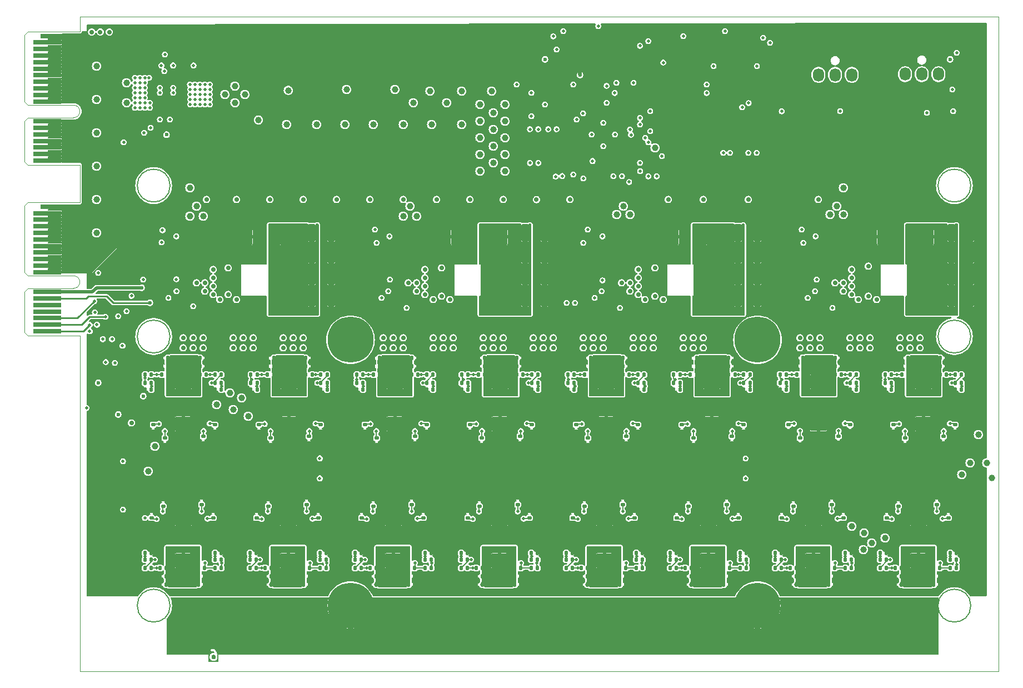
<source format=gbr>
%TF.GenerationSoftware,KiCad,Pcbnew,8.0.1*%
%TF.CreationDate,2024-04-21T01:40:19+02:00*%
%TF.ProjectId,EKO_Miner_BM1366-13xx_16-01A,454b4f5f-4d69-46e6-9572-5f424d313336,rev?*%
%TF.SameCoordinates,Original*%
%TF.FileFunction,Copper,L6,Bot*%
%TF.FilePolarity,Positive*%
%FSLAX46Y46*%
G04 Gerber Fmt 4.6, Leading zero omitted, Abs format (unit mm)*
G04 Created by KiCad (PCBNEW 8.0.1) date 2024-04-21 01:40:19*
%MOMM*%
%LPD*%
G01*
G04 APERTURE LIST*
G04 Aperture macros list*
%AMRoundRect*
0 Rectangle with rounded corners*
0 $1 Rounding radius*
0 $2 $3 $4 $5 $6 $7 $8 $9 X,Y pos of 4 corners*
0 Add a 4 corners polygon primitive as box body*
4,1,4,$2,$3,$4,$5,$6,$7,$8,$9,$2,$3,0*
0 Add four circle primitives for the rounded corners*
1,1,$1+$1,$2,$3*
1,1,$1+$1,$4,$5*
1,1,$1+$1,$6,$7*
1,1,$1+$1,$8,$9*
0 Add four rect primitives between the rounded corners*
20,1,$1+$1,$2,$3,$4,$5,0*
20,1,$1+$1,$4,$5,$6,$7,0*
20,1,$1+$1,$6,$7,$8,$9,0*
20,1,$1+$1,$8,$9,$2,$3,0*%
G04 Aperture macros list end*
%TA.AperFunction,Conductor*%
%ADD10C,0.200000*%
%TD*%
%TA.AperFunction,NonConductor*%
%ADD11C,0.200000*%
%TD*%
%ADD12C,0.300000*%
%TA.AperFunction,EtchedComponent*%
%ADD13C,0.000000*%
%TD*%
%TA.AperFunction,ComponentPad*%
%ADD14C,0.499999*%
%TD*%
%TA.AperFunction,ConnectorPad*%
%ADD15R,3.200000X0.700000*%
%TD*%
%TA.AperFunction,ConnectorPad*%
%ADD16R,4.300000X0.700000*%
%TD*%
%TA.AperFunction,ComponentPad*%
%ADD17R,1.730000X2.030000*%
%TD*%
%TA.AperFunction,ComponentPad*%
%ADD18O,1.730000X2.030000*%
%TD*%
%TA.AperFunction,ComponentPad*%
%ADD19C,0.600000*%
%TD*%
%TA.AperFunction,ComponentPad*%
%ADD20C,0.500000*%
%TD*%
%TA.AperFunction,SMDPad,CuDef*%
%ADD21RoundRect,0.140000X-0.140000X-0.170000X0.140000X-0.170000X0.140000X0.170000X-0.140000X0.170000X0*%
%TD*%
%TA.AperFunction,SMDPad,CuDef*%
%ADD22RoundRect,0.140000X-0.170000X0.140000X-0.170000X-0.140000X0.170000X-0.140000X0.170000X0.140000X0*%
%TD*%
%TA.AperFunction,SMDPad,CuDef*%
%ADD23RoundRect,0.140000X0.140000X0.170000X-0.140000X0.170000X-0.140000X-0.170000X0.140000X-0.170000X0*%
%TD*%
%TA.AperFunction,SMDPad,CuDef*%
%ADD24RoundRect,0.140000X0.170000X-0.140000X0.170000X0.140000X-0.170000X0.140000X-0.170000X-0.140000X0*%
%TD*%
%TA.AperFunction,ComponentPad*%
%ADD25C,7.000000*%
%TD*%
%TA.AperFunction,SMDPad,CuDef*%
%ADD26RoundRect,0.250000X1.025000X-0.875000X1.025000X0.875000X-1.025000X0.875000X-1.025000X-0.875000X0*%
%TD*%
%TA.AperFunction,SMDPad,CuDef*%
%ADD27RoundRect,0.250000X-0.325000X-1.100000X0.325000X-1.100000X0.325000X1.100000X-0.325000X1.100000X0*%
%TD*%
%TA.AperFunction,SMDPad,CuDef*%
%ADD28C,1.000000*%
%TD*%
%TA.AperFunction,SMDPad,CuDef*%
%ADD29RoundRect,0.250000X-1.025000X0.875000X-1.025000X-0.875000X1.025000X-0.875000X1.025000X0.875000X0*%
%TD*%
%TA.AperFunction,SMDPad,CuDef*%
%ADD30RoundRect,0.250000X0.875000X1.025000X-0.875000X1.025000X-0.875000X-1.025000X0.875000X-1.025000X0*%
%TD*%
%TA.AperFunction,ViaPad*%
%ADD31C,0.700000*%
%TD*%
%TA.AperFunction,ViaPad*%
%ADD32C,0.500000*%
%TD*%
%TA.AperFunction,ViaPad*%
%ADD33C,1.000000*%
%TD*%
%TA.AperFunction,ViaPad*%
%ADD34C,0.600000*%
%TD*%
%TA.AperFunction,Conductor*%
%ADD35C,0.250000*%
%TD*%
%TA.AperFunction,Conductor*%
%ADD36C,0.500000*%
%TD*%
%TA.AperFunction,Conductor*%
%ADD37C,0.100000*%
%TD*%
%TA.AperFunction,Profile*%
%ADD38C,0.100000*%
%TD*%
G04 APERTURE END LIST*
D10*
%TO.N,VPWR_ASIC*%
X210500000Y-115000000D02*
G75*
G02*
X205500000Y-115000000I-2500000J0D01*
G01*
X205500000Y-115000000D02*
G75*
G02*
X210500000Y-115000000I2500000J0D01*
G01*
X210500000Y-115000000D02*
G75*
G02*
X205500000Y-115000000I-2500000J0D01*
G01*
X205500000Y-115000000D02*
G75*
G02*
X210500000Y-115000000I2500000J0D01*
G01*
%TO.N,Net-(U22-SW)*%
X88500000Y-74000000D02*
G75*
G02*
X83500000Y-74000000I-2500000J0D01*
G01*
X83500000Y-74000000D02*
G75*
G02*
X88500000Y-74000000I2500000J0D01*
G01*
D11*
X88500000Y-115000000D02*
G75*
G02*
X83500000Y-115000000I-2500000J0D01*
G01*
X83500000Y-115000000D02*
G75*
G02*
X88500000Y-115000000I2500000J0D01*
G01*
X210500000Y-74000000D02*
G75*
G02*
X205500000Y-74000000I-2500000J0D01*
G01*
X205500000Y-74000000D02*
G75*
G02*
X210500000Y-74000000I2500000J0D01*
G01*
X88500000Y-51000000D02*
G75*
G02*
X83500000Y-51000000I-2500000J0D01*
G01*
X83500000Y-51000000D02*
G75*
G02*
X88500000Y-51000000I2500000J0D01*
G01*
X210500000Y-51000000D02*
G75*
G02*
X205500000Y-51000000I-2500000J0D01*
G01*
X205500000Y-51000000D02*
G75*
G02*
X210500000Y-51000000I2500000J0D01*
G01*
D12*
G36*
X95315786Y-122539109D02*
G01*
X95354450Y-122576099D01*
X95401936Y-122667557D01*
X95403299Y-122951644D01*
X95359894Y-123041867D01*
X95322903Y-123080532D01*
X95233176Y-123127119D01*
X95018178Y-123129086D01*
X94928565Y-123085975D01*
X94889902Y-123048986D01*
X94843367Y-122959360D01*
X94841231Y-122673066D01*
X94884456Y-122583218D01*
X94921447Y-122544553D01*
X95011176Y-122497965D01*
X95226173Y-122495998D01*
X95315786Y-122539109D01*
G37*
G36*
X95867414Y-123593495D02*
G01*
X94376937Y-123593495D01*
X94376937Y-122633971D01*
X94543604Y-122633971D01*
X94546098Y-122968403D01*
X94544782Y-122972353D01*
X94546285Y-122993510D01*
X94546486Y-123020378D01*
X94548549Y-123025358D01*
X94548931Y-123030733D01*
X94559440Y-123058196D01*
X94633449Y-123200738D01*
X94640312Y-123217306D01*
X94645047Y-123223076D01*
X94646534Y-123225939D01*
X94649527Y-123228535D01*
X94658967Y-123240037D01*
X94734122Y-123311938D01*
X94744495Y-123323899D01*
X94750718Y-123327816D01*
X94753127Y-123330121D01*
X94756788Y-123331637D01*
X94769380Y-123339564D01*
X94893905Y-123399470D01*
X94895983Y-123401548D01*
X94912105Y-123408226D01*
X94939701Y-123421502D01*
X94945076Y-123421883D01*
X94950055Y-123423946D01*
X94979319Y-123426828D01*
X95242578Y-123424419D01*
X95246271Y-123425650D01*
X95266699Y-123424198D01*
X95294297Y-123423946D01*
X95299275Y-123421883D01*
X95304651Y-123421502D01*
X95332115Y-123410992D01*
X95474656Y-123336983D01*
X95491225Y-123330121D01*
X95496995Y-123325385D01*
X95499858Y-123323899D01*
X95502454Y-123320905D01*
X95513956Y-123311466D01*
X95585857Y-123236310D01*
X95597818Y-123225938D01*
X95601735Y-123219714D01*
X95604040Y-123217306D01*
X95605556Y-123213644D01*
X95613483Y-123201053D01*
X95673389Y-123076527D01*
X95675467Y-123074450D01*
X95682145Y-123058327D01*
X95695421Y-123030732D01*
X95695802Y-123025356D01*
X95697865Y-123020378D01*
X95700747Y-122991114D01*
X95699129Y-122654050D01*
X95699569Y-122652733D01*
X95699091Y-122646009D01*
X95698051Y-122429316D01*
X95700570Y-122412394D01*
X95697883Y-122394226D01*
X95697865Y-122390421D01*
X95697017Y-122388376D01*
X95696268Y-122383305D01*
X95621961Y-122096933D01*
X95617962Y-122076714D01*
X95615532Y-122072158D01*
X95614947Y-122069900D01*
X95612742Y-122066925D01*
X95604127Y-122050766D01*
X95466041Y-121848080D01*
X95461182Y-121836349D01*
X95442737Y-121813874D01*
X95442639Y-121813730D01*
X95442594Y-121813700D01*
X95442527Y-121813618D01*
X95367380Y-121741725D01*
X95357001Y-121729758D01*
X95350772Y-121725837D01*
X95348367Y-121723536D01*
X95344710Y-121722021D01*
X95332115Y-121714093D01*
X95207590Y-121654186D01*
X95205512Y-121652108D01*
X95189380Y-121645426D01*
X95161795Y-121632155D01*
X95156420Y-121631773D01*
X95151440Y-121629710D01*
X95122176Y-121626828D01*
X94807198Y-121629710D01*
X94753126Y-121652108D01*
X94711742Y-121693492D01*
X94689344Y-121747564D01*
X94689344Y-121806092D01*
X94711742Y-121860164D01*
X94753126Y-121901548D01*
X94807198Y-121923946D01*
X94836462Y-121926828D01*
X95083316Y-121924569D01*
X95172928Y-121967680D01*
X95215251Y-122008170D01*
X95338754Y-122189451D01*
X95347505Y-122223179D01*
X95332246Y-122216858D01*
X95304651Y-122203583D01*
X95299275Y-122203201D01*
X95294297Y-122201139D01*
X95265033Y-122198257D01*
X95001773Y-122200665D01*
X94998081Y-122199435D01*
X94977652Y-122200886D01*
X94950055Y-122201139D01*
X94945076Y-122203201D01*
X94939701Y-122203583D01*
X94912238Y-122214093D01*
X94769700Y-122288098D01*
X94753127Y-122294964D01*
X94747354Y-122299701D01*
X94744495Y-122301186D01*
X94741900Y-122304177D01*
X94730396Y-122313619D01*
X94658498Y-122388769D01*
X94646534Y-122399146D01*
X94642615Y-122405371D01*
X94640312Y-122407779D01*
X94638796Y-122411438D01*
X94630869Y-122424032D01*
X94570962Y-122548556D01*
X94568884Y-122550635D01*
X94562202Y-122566766D01*
X94548931Y-122594352D01*
X94548549Y-122599726D01*
X94546486Y-122604707D01*
X94543604Y-122633971D01*
X94376937Y-122633971D01*
X94376937Y-121460161D01*
X95867414Y-121460161D01*
X95867414Y-123593495D01*
G37*
D13*
%TA.AperFunction,EtchedComponent*%
%TD*%
%TO.C,T1*%
G36*
X151250000Y-34160000D02*
G01*
X150650000Y-34160000D01*
X150650000Y-32960000D01*
X151250000Y-32960000D01*
X151250000Y-34160000D01*
G37*
%TD.AperFunction*%
D14*
%TO.P,U19,4,PGND*%
%TO.N,GND*%
X89630000Y-63300000D03*
X90950000Y-63300000D03*
X92270000Y-63300000D03*
X88550000Y-62000000D03*
X89630000Y-61999997D03*
X90950000Y-61999997D03*
X93350000Y-61999997D03*
X92270000Y-61999995D03*
X89630000Y-60700000D03*
X90950000Y-60700000D03*
X92270000Y-60700000D03*
%TD*%
D15*
%TO.P,J2,A1,A1*%
%TO.N,GND*%
X70350000Y-54200000D03*
D16*
%TO.P,J2,A2,A2*%
X69800000Y-55200000D03*
%TO.P,J2,A3,A3*%
X69800000Y-56200000D03*
%TO.P,J2,A4,A4*%
X69800000Y-57200000D03*
%TO.P,J2,A5,A5*%
X69800000Y-58200000D03*
%TO.P,J2,A6,A6*%
X69800000Y-59200000D03*
%TO.P,J2,A7,A7*%
X69800000Y-60200000D03*
%TO.P,J2,A8,A8*%
X69800000Y-61200000D03*
%TO.P,J2,A9,A9*%
X69800000Y-62200000D03*
%TO.P,J2,A10,A10*%
X69800000Y-63200000D03*
%TO.P,J2,A11,A11*%
X69800000Y-64200000D03*
%TO.P,J2,A12,A12*%
%TO.N,+5V_PSU*%
X69800000Y-67200000D03*
%TO.P,J2,A13,A13*%
%TO.N,/EN_DRV*%
X69800000Y-68200000D03*
%TO.P,J2,A14,A14*%
%TO.N,/SPARE_1*%
X69800000Y-69200000D03*
%TO.P,J2,A15,A15*%
%TO.N,/SPARE_2*%
X69800000Y-70200000D03*
%TO.P,J2,A16,A16*%
%TO.N,/DB_SCL*%
X69800000Y-71200000D03*
%TO.P,J2,A17,A17*%
%TO.N,/DB_TX*%
X69800000Y-72200000D03*
%TO.P,J2,A18,A18*%
%TO.N,/ID0*%
X69800000Y-73200000D03*
%TD*%
D14*
%TO.P,U21,4,PGND*%
%TO.N,GND*%
X154563332Y-63300000D03*
X155883332Y-63300000D03*
X157203332Y-63300000D03*
X153483332Y-62000000D03*
X154563332Y-61999997D03*
X155883332Y-61999997D03*
X158283332Y-61999997D03*
X157203332Y-61999995D03*
X154563332Y-60700000D03*
X155883332Y-60700000D03*
X157203332Y-60700000D03*
%TD*%
D15*
%TO.P,J1,A1,A1*%
%TO.N,GND*%
X70350000Y-28200000D03*
D16*
%TO.P,J1,A2,A2*%
X69800000Y-29200000D03*
%TO.P,J1,A3,A3*%
X69800000Y-30200000D03*
%TO.P,J1,A4,A4*%
X69800000Y-31200000D03*
%TO.P,J1,A5,A5*%
X69800000Y-32200000D03*
%TO.P,J1,A6,A6*%
X69800000Y-33200000D03*
%TO.P,J1,A7,A7*%
X69800000Y-34200000D03*
%TO.P,J1,A8,A8*%
X69800000Y-35200000D03*
%TO.P,J1,A9,A9*%
X69800000Y-36200000D03*
%TO.P,J1,A10,A10*%
X69800000Y-37200000D03*
%TO.P,J1,A11,A11*%
X69800000Y-38200000D03*
%TO.P,J1,A12,A12*%
X69800000Y-41200000D03*
%TO.P,J1,A13,A13*%
X69800000Y-42200000D03*
%TO.P,J1,A14,A14*%
X69800000Y-43200000D03*
%TO.P,J1,A15,A15*%
X69800000Y-44200000D03*
%TO.P,J1,A16,A16*%
X69800000Y-45200000D03*
%TO.P,J1,A17,A17*%
X69800000Y-46200000D03*
%TO.P,J1,A18,A18*%
X69800000Y-47200000D03*
%TD*%
D17*
%TO.P,J4,1,Pin_1*%
%TO.N,GND*%
X197950000Y-34025000D03*
D18*
%TO.P,J4,2,Pin_2*%
%TO.N,+12V_PWR*%
X200490000Y-34025000D03*
%TO.P,J4,3,Pin_3*%
%TO.N,/FAN/FAN1_TACH*%
X203030000Y-34025000D03*
%TO.P,J4,4,Pin_4*%
%TO.N,/FAN/FAN1_PWM*%
X205570000Y-34025000D03*
%TD*%
D14*
%TO.P,U20,4,PGND*%
%TO.N,GND*%
X122096666Y-63300000D03*
X123416666Y-63300000D03*
X124736666Y-63300000D03*
X121016666Y-62000000D03*
X122096666Y-61999997D03*
X123416666Y-61999997D03*
X125816666Y-61999997D03*
X124736666Y-61999995D03*
X122096666Y-60700000D03*
X123416666Y-60700000D03*
X124736666Y-60700000D03*
%TD*%
D19*
%TO.P,T1,1*%
%TO.N,GNDA*%
X150950000Y-34160000D03*
%TO.P,T1,2*%
%TO.N,GND*%
X150950000Y-32960000D03*
%TD*%
D20*
%TO.P,U1,17*%
%TO.N,N/C*%
X79650000Y-74400000D03*
X78250000Y-74400000D03*
%TD*%
D14*
%TO.P,U22,4,PGND*%
%TO.N,GND*%
X187030000Y-63300000D03*
X188350000Y-63300000D03*
X189670000Y-63300000D03*
X185950000Y-62000000D03*
X187030000Y-61999997D03*
X188350000Y-61999997D03*
X190750000Y-61999997D03*
X189670000Y-61999995D03*
X187030000Y-60700000D03*
X188350000Y-60700000D03*
X189670000Y-60700000D03*
%TD*%
D17*
%TO.P,J3,1,Pin_1*%
%TO.N,GND*%
X184750000Y-34125000D03*
D18*
%TO.P,J3,2,Pin_2*%
%TO.N,+12V_PWR*%
X187290000Y-34125000D03*
%TO.P,J3,3,Pin_3*%
%TO.N,/FAN/FAN2_TACH*%
X189830000Y-34125000D03*
%TO.P,J3,4,Pin_4*%
%TO.N,/FAN/FAN2_PWM*%
X192370000Y-34125000D03*
%TD*%
D21*
%TO.P,C228,1*%
%TO.N,/ASICs/ASICs_BM1366_2/BM1366-6/VDD3_0*%
X111354000Y-107982000D03*
%TO.P,C228,2*%
%TO.N,/ASICs/ASICs_BM1366_2/BM1366-6/VDD2_0*%
X112314000Y-107982000D03*
%TD*%
D22*
%TO.P,C224,1*%
%TO.N,+0.8V*%
X159767428Y-87436000D03*
%TO.P,C224,2*%
%TO.N,GND*%
X159767428Y-88396000D03*
%TD*%
D21*
%TO.P,C82,1*%
%TO.N,/ASICs/ASICs_BM1366_1/BM1366-0/VDD2_1*%
X95352000Y-81058000D03*
%TO.P,C82,2*%
%TO.N,/ASICs/ASICs_BM1366_1/BM1366-0/VDD3_1*%
X96312000Y-81058000D03*
%TD*%
D23*
%TO.P,C22,1*%
%TO.N,VPWR_ASIC*%
X184957475Y-77228000D03*
%TO.P,C22,2*%
%TO.N,GND*%
X183997475Y-77228000D03*
%TD*%
D22*
%TO.P,C139,1*%
%TO.N,+1.8V*%
X157989428Y-89214000D03*
%TO.P,C139,2*%
%TO.N,GND*%
X157989428Y-90174000D03*
%TD*%
D24*
%TO.P,C343,1*%
%TO.N,+0.8V*%
X149846666Y-101604000D03*
%TO.P,C343,2*%
%TO.N,GND*%
X149846666Y-100644000D03*
%TD*%
D21*
%TO.P,C251,1*%
%TO.N,VPWR_ASIC*%
X92811999Y-110522000D03*
%TO.P,C251,2*%
%TO.N,GND*%
X93771999Y-110522000D03*
%TD*%
%TO.P,C133,1*%
%TO.N,/ASICs/ASICs_BM1366_1/BM1366-3/VDD2_1*%
X143612000Y-81058000D03*
%TO.P,C133,2*%
%TO.N,/ASICs/ASICs_BM1366_1/BM1366-3/VDD3_1*%
X144572000Y-81058000D03*
%TD*%
%TO.P,C92,1*%
%TO.N,VPWR_ASIC*%
X109176857Y-78518000D03*
%TO.P,C92,2*%
%TO.N,GND*%
X110136857Y-78518000D03*
%TD*%
D25*
%TO.P,H11,1,1*%
%TO.N,VPWR_ASIC*%
X178000000Y-115000000D03*
%TD*%
D26*
%TO.P,C356,1*%
%TO.N,VPWR_ASIC*%
X138670666Y-108134000D03*
%TO.P,C356,2*%
%TO.N,GND*%
X138670666Y-101734000D03*
%TD*%
D21*
%TO.P,C267,1*%
%TO.N,VPWR_ASIC*%
X124815999Y-111792000D03*
%TO.P,C267,2*%
%TO.N,GND*%
X125775999Y-111792000D03*
%TD*%
D23*
%TO.P,C278,1*%
%TO.N,GND*%
X208326000Y-106966000D03*
%TO.P,C278,2*%
%TO.N,/ASICs/ASICs_BM1366_2/BM1366-0/VDD3_0*%
X207366000Y-106966000D03*
%TD*%
D27*
%TO.P,C367,1*%
%TO.N,VPWR_ASIC*%
X110105000Y-61500000D03*
%TO.P,C367,2*%
%TO.N,GND*%
X113055000Y-61500000D03*
%TD*%
D23*
%TO.P,C51,1*%
%TO.N,/ASICs/ASICs_BM1366_1/BM1366-5/VDD3_0*%
X166198285Y-81058000D03*
%TO.P,C51,2*%
%TO.N,/ASICs/ASICs_BM1366_1/BM1366-5/VDD2_0*%
X165238285Y-81058000D03*
%TD*%
D21*
%TO.P,C352,1*%
%TO.N,VPWR_ASIC*%
X140984665Y-111792000D03*
%TO.P,C352,2*%
%TO.N,GND*%
X141944665Y-111792000D03*
%TD*%
D23*
%TO.P,C344,1*%
%TO.N,/ASICs/ASICs_BM1366_2/BM1366-3/VDD2_1*%
X149818666Y-107981999D03*
%TO.P,C344,2*%
%TO.N,/ASICs/ASICs_BM1366_2/BM1366-3/VDD3_1*%
X148858666Y-107981999D03*
%TD*%
%TO.P,C90,1*%
%TO.N,VPWR_ASIC*%
X104294857Y-77248000D03*
%TO.P,C90,2*%
%TO.N,GND*%
X103334857Y-77248000D03*
%TD*%
D21*
%TO.P,C110,1*%
%TO.N,VPWR_ASIC*%
X125324000Y-77248000D03*
%TO.P,C110,2*%
%TO.N,GND*%
X126284000Y-77248000D03*
%TD*%
D23*
%TO.P,C321,1*%
%TO.N,VPWR_ASIC*%
X167940000Y-111792000D03*
%TO.P,C321,2*%
%TO.N,GND*%
X166980000Y-111792000D03*
%TD*%
%TO.P,C238,1*%
%TO.N,VPWR_ASIC*%
X103932000Y-109252000D03*
%TO.P,C238,2*%
%TO.N,/ASICs/ASICs_BM1366_2/BM1366-6/VDD1_1*%
X102972000Y-109252000D03*
%TD*%
D22*
%TO.P,C98,1*%
%TO.N,+0.8V*%
X111434857Y-87436000D03*
%TO.P,C98,2*%
%TO.N,GND*%
X111434857Y-88396000D03*
%TD*%
D21*
%TO.P,C58,1*%
%TO.N,VPWR_ASIC*%
X173620285Y-78518000D03*
%TO.P,C58,2*%
%TO.N,GND*%
X174580285Y-78518000D03*
%TD*%
D23*
%TO.P,C332,1*%
%TO.N,/ASICs/ASICs_BM1366_2/BM1366-3/VDD2_0*%
X160486665Y-109252000D03*
%TO.P,C332,2*%
%TO.N,/ASICs/ASICs_BM1366_2/BM1366-3/VDD1_0*%
X159526665Y-109252000D03*
%TD*%
D24*
%TO.P,C265,1*%
%TO.N,+1.8V*%
X119454001Y-99826000D03*
%TO.P,C265,2*%
%TO.N,GND*%
X119454001Y-98866000D03*
%TD*%
D27*
%TO.P,C365,1*%
%TO.N,VPWR_ASIC*%
X110105000Y-68104000D03*
%TO.P,C365,2*%
%TO.N,GND*%
X113055000Y-68104000D03*
%TD*%
D23*
%TO.P,C357,1*%
%TO.N,VPWR_ASIC*%
X136102666Y-109252000D03*
%TO.P,C357,2*%
%TO.N,/ASICs/ASICs_BM1366_2/BM1366-4/VDD1_1*%
X135142666Y-109252000D03*
%TD*%
D24*
%TO.P,C314,1*%
%TO.N,+0.8V*%
X175080000Y-101604001D03*
%TO.P,C314,2*%
%TO.N,GND*%
X175080000Y-100644001D03*
%TD*%
D21*
%TO.P,C336,1*%
%TO.N,VPWR_ASIC*%
X156986665Y-110522000D03*
%TO.P,C336,2*%
%TO.N,GND*%
X157946665Y-110522000D03*
%TD*%
D24*
%TO.P,C341,1*%
%TO.N,+1.8V*%
X157466666Y-99572000D03*
%TO.P,C341,2*%
%TO.N,GND*%
X157466666Y-98612000D03*
%TD*%
D28*
%TO.P,TP3,1,1*%
%TO.N,/ASICs/ASICs_BM1366_1/RI1*%
X95578000Y-84360000D03*
%TD*%
D23*
%TO.P,C259,1*%
%TO.N,/ASICs/ASICs_BM1366_2/BM1366-7/VDD2_1*%
X85644000Y-107981999D03*
%TO.P,C259,2*%
%TO.N,/ASICs/ASICs_BM1366_2/BM1366-7/VDD3_1*%
X84684000Y-107981999D03*
%TD*%
D21*
%TO.P,C59,1*%
%TO.N,VPWR_ASIC*%
X173620285Y-77248000D03*
%TO.P,C59,2*%
%TO.N,GND*%
X174580285Y-77248000D03*
%TD*%
D23*
%TO.P,C351,1*%
%TO.N,/ASICs/ASICs_BM1366_2/BM1366-4/VDD1_0*%
X141944665Y-109252000D03*
%TO.P,C351,2*%
%TO.N,VPWR_ASIC*%
X140984665Y-109252000D03*
%TD*%
D24*
%TO.P,C273,1*%
%TO.N,+1.8V*%
X125296000Y-99572000D03*
%TO.P,C273,2*%
%TO.N,GND*%
X125296000Y-98612000D03*
%TD*%
D23*
%TO.P,C272,1*%
%TO.N,VPWR_ASIC*%
X119934000Y-109252000D03*
%TO.P,C272,2*%
%TO.N,/ASICs/ASICs_BM1366_2/BM1366-5/VDD1_1*%
X118974000Y-109252000D03*
%TD*%
%TO.P,C276,1*%
%TO.N,/ASICs/ASICs_BM1366_2/BM1366-5/VDD2_1*%
X117648000Y-107981999D03*
%TO.P,C276,2*%
%TO.N,/ASICs/ASICs_BM1366_2/BM1366-5/VDD3_1*%
X116688000Y-107981999D03*
%TD*%
D29*
%TO.P,C77,1*%
%TO.N,VPWR_ASIC*%
X90498000Y-80906000D03*
%TO.P,C77,2*%
%TO.N,GND*%
X90498000Y-87306000D03*
%TD*%
D21*
%TO.P,C76,1*%
%TO.N,VPWR_ASIC*%
X93066000Y-77248000D03*
%TO.P,C76,2*%
%TO.N,GND*%
X94026000Y-77248000D03*
%TD*%
D22*
%TO.P,C122,1*%
%TO.N,+1.8V*%
X141806000Y-89214000D03*
%TO.P,C122,2*%
%TO.N,GND*%
X141806000Y-90174000D03*
%TD*%
D28*
%TO.P,TP16,1,1*%
%TO.N,/ASICs/ASICs_BM1366_1/BM1366-7/CO*%
X209116000Y-95028000D03*
%TD*%
D21*
%TO.P,C131,1*%
%TO.N,/ASICs/ASICs_BM1366_1/BM1366-3/VDD1_1*%
X143612000Y-79788000D03*
%TO.P,C131,2*%
%TO.N,/ASICs/ASICs_BM1366_1/BM1366-3/VDD2_1*%
X144572000Y-79788000D03*
%TD*%
D23*
%TO.P,C346,1*%
%TO.N,GND*%
X144484666Y-106966000D03*
%TO.P,C346,2*%
%TO.N,/ASICs/ASICs_BM1366_2/BM1366-4/VDD3_0*%
X143524666Y-106966000D03*
%TD*%
D27*
%TO.P,C378,1*%
%TO.N,VPWR_ASIC*%
X207505000Y-64802000D03*
%TO.P,C378,2*%
%TO.N,GND*%
X210455000Y-64802000D03*
%TD*%
D21*
%TO.P,C67,1*%
%TO.N,GND*%
X84684000Y-82074000D03*
%TO.P,C67,2*%
%TO.N,/ASICs/ASICs_BM1366_1/BM1366-0/VDD3_0*%
X85644000Y-82074000D03*
%TD*%
D22*
%TO.P,C86,1*%
%TO.N,+0.8V*%
X102036857Y-87436000D03*
%TO.P,C86,2*%
%TO.N,GND*%
X102036857Y-88396000D03*
%TD*%
D23*
%TO.P,C354,1*%
%TO.N,VPWR_ASIC*%
X136102666Y-110522000D03*
%TO.P,C354,2*%
%TO.N,GND*%
X135142666Y-110522000D03*
%TD*%
D28*
%TO.P,TP5,1,1*%
%TO.N,/ASICs/ASICs_BM1366_1/BO1*%
X99388000Y-83344000D03*
%TD*%
D22*
%TO.P,C45,1*%
%TO.N,+1.8V*%
X200479999Y-89468000D03*
%TO.P,C45,2*%
%TO.N,GND*%
X200479999Y-90428000D03*
%TD*%
D23*
%TO.P,C317,1*%
%TO.N,/ASICs/ASICs_BM1366_2/BM1366-2/VDD1_0*%
X173781999Y-109252000D03*
%TO.P,C317,2*%
%TO.N,VPWR_ASIC*%
X172821999Y-109252000D03*
%TD*%
D22*
%TO.P,C120,1*%
%TO.N,+0.8V*%
X134186000Y-87436000D03*
%TO.P,C120,2*%
%TO.N,GND*%
X134186000Y-88396000D03*
%TD*%
D23*
%TO.P,C340,1*%
%TO.N,VPWR_ASIC*%
X152104666Y-109252000D03*
%TO.P,C340,2*%
%TO.N,/ASICs/ASICs_BM1366_2/BM1366-3/VDD1_1*%
X151144666Y-109252000D03*
%TD*%
D28*
%TO.P,TP8,1,1*%
%TO.N,/ASICs/ASICs_BM1366_2/RSTO1*%
X194130000Y-106458000D03*
%TD*%
D21*
%TO.P,C243,1*%
%TO.N,/ASICs/ASICs_BM1366_2/BM1366-6/VDD3_1*%
X100686000Y-106965999D03*
%TO.P,C243,2*%
%TO.N,GND*%
X101646000Y-106965999D03*
%TD*%
%TO.P,C41,1*%
%TO.N,VPWR_ASIC*%
X205841999Y-78518000D03*
%TO.P,C41,2*%
%TO.N,GND*%
X206801999Y-78518000D03*
%TD*%
%TO.P,C135,1*%
%TO.N,GND*%
X149127428Y-82074000D03*
%TO.P,C135,2*%
%TO.N,/ASICs/ASICs_BM1366_1/BM1366-4/VDD3_0*%
X150087428Y-82074000D03*
%TD*%
D23*
%TO.P,C329,1*%
%TO.N,GND*%
X160486666Y-106966000D03*
%TO.P,C329,2*%
%TO.N,/ASICs/ASICs_BM1366_2/BM1366-3/VDD3_0*%
X159526666Y-106966000D03*
%TD*%
D24*
%TO.P,C275,1*%
%TO.N,+0.8V*%
X117676000Y-101604000D03*
%TO.P,C275,2*%
%TO.N,GND*%
X117676000Y-100644000D03*
%TD*%
D21*
%TO.P,C27,1*%
%TO.N,VPWR_ASIC*%
X189839475Y-79768000D03*
%TO.P,C27,2*%
%TO.N,/ASICs/ASICs_BM1366_1/BM1366-6/VDD1_1*%
X190799475Y-79768000D03*
%TD*%
D23*
%TO.P,C124,1*%
%TO.N,VPWR_ASIC*%
X136444000Y-77248000D03*
%TO.P,C124,2*%
%TO.N,GND*%
X135484000Y-77248000D03*
%TD*%
%TO.P,C74,1*%
%TO.N,VPWR_ASIC*%
X88184000Y-78518000D03*
%TO.P,C74,2*%
%TO.N,GND*%
X87224000Y-78518000D03*
%TD*%
%TO.P,C355,1*%
%TO.N,VPWR_ASIC*%
X136102666Y-111792000D03*
%TO.P,C355,2*%
%TO.N,GND*%
X135142666Y-111792000D03*
%TD*%
D21*
%TO.P,C61,1*%
%TO.N,VPWR_ASIC*%
X173620285Y-79788000D03*
%TO.P,C61,2*%
%TO.N,/ASICs/ASICs_BM1366_1/BM1366-5/VDD1_1*%
X174580285Y-79788000D03*
%TD*%
%TO.P,C99,1*%
%TO.N,/ASICs/ASICs_BM1366_1/BM1366-1/VDD2_1*%
X111462857Y-81058000D03*
%TO.P,C99,2*%
%TO.N,/ASICs/ASICs_BM1366_1/BM1366-1/VDD3_1*%
X112422857Y-81058000D03*
%TD*%
D23*
%TO.P,C227,1*%
%TO.N,GND*%
X112314000Y-106966000D03*
%TO.P,C227,2*%
%TO.N,/ASICs/ASICs_BM1366_2/BM1366-6/VDD3_0*%
X111354000Y-106966000D03*
%TD*%
D21*
%TO.P,C89,1*%
%TO.N,/ASICs/ASICs_BM1366_1/BM1366-1/VDD1_0*%
X103334857Y-79788000D03*
%TO.P,C89,2*%
%TO.N,VPWR_ASIC*%
X104294857Y-79788000D03*
%TD*%
D27*
%TO.P,C371,1*%
%TO.N,VPWR_ASIC*%
X142571666Y-61500000D03*
%TO.P,C371,2*%
%TO.N,GND*%
X145521666Y-61500000D03*
%TD*%
D24*
%TO.P,C248,1*%
%TO.N,+1.8V*%
X87450001Y-99826000D03*
%TO.P,C248,2*%
%TO.N,GND*%
X87450001Y-98866000D03*
%TD*%
D22*
%TO.P,C115,1*%
%TO.N,+0.8V*%
X127582000Y-87436000D03*
%TO.P,C115,2*%
%TO.N,GND*%
X127582000Y-88396000D03*
%TD*%
D23*
%TO.P,C320,1*%
%TO.N,VPWR_ASIC*%
X167940000Y-110522000D03*
%TO.P,C320,2*%
%TO.N,GND*%
X166980000Y-110522000D03*
%TD*%
%TO.P,C323,1*%
%TO.N,VPWR_ASIC*%
X167940000Y-109252000D03*
%TO.P,C323,2*%
%TO.N,/ASICs/ASICs_BM1366_2/BM1366-2/VDD1_1*%
X166980000Y-109252000D03*
%TD*%
D22*
%TO.P,C30,1*%
%TO.N,+0.8V*%
X192097475Y-87416000D03*
%TO.P,C30,2*%
%TO.N,GND*%
X192097475Y-88376000D03*
%TD*%
D27*
%TO.P,C380,1*%
%TO.N,VPWR_ASIC*%
X207505000Y-58204750D03*
%TO.P,C380,2*%
%TO.N,GND*%
X210455000Y-58204750D03*
%TD*%
D21*
%TO.P,C109,1*%
%TO.N,VPWR_ASIC*%
X125324000Y-78518000D03*
%TO.P,C109,2*%
%TO.N,GND*%
X126284000Y-78518000D03*
%TD*%
D23*
%TO.P,C287,1*%
%TO.N,VPWR_ASIC*%
X199944000Y-111792000D03*
%TO.P,C287,2*%
%TO.N,GND*%
X198984000Y-111792000D03*
%TD*%
D28*
%TO.P,TP14,1,1*%
%TO.N,/ASICs/ASICs_BM1366_1/BM1366-7/BO*%
X212926000Y-93250000D03*
%TD*%
D22*
%TO.P,C105,1*%
%TO.N,+1.8V*%
X125804000Y-89214000D03*
%TO.P,C105,2*%
%TO.N,GND*%
X125804000Y-90174000D03*
%TD*%
D23*
%TO.P,C242,1*%
%TO.N,/ASICs/ASICs_BM1366_2/BM1366-6/VDD2_1*%
X101646000Y-107981999D03*
%TO.P,C242,2*%
%TO.N,/ASICs/ASICs_BM1366_2/BM1366-6/VDD3_1*%
X100686000Y-107981999D03*
%TD*%
D21*
%TO.P,C80,1*%
%TO.N,/ASICs/ASICs_BM1366_1/BM1366-0/VDD1_1*%
X95352000Y-79788000D03*
%TO.P,C80,2*%
%TO.N,/ASICs/ASICs_BM1366_1/BM1366-0/VDD2_1*%
X96312000Y-79788000D03*
%TD*%
D23*
%TO.P,C293,1*%
%TO.N,/ASICs/ASICs_BM1366_2/BM1366-0/VDD2_1*%
X197658000Y-107981999D03*
%TO.P,C293,2*%
%TO.N,/ASICs/ASICs_BM1366_2/BM1366-0/VDD3_1*%
X196698000Y-107981999D03*
%TD*%
%TO.P,C102,1*%
%TO.N,/ASICs/ASICs_BM1366_1/BM1366-2/VDD3_0*%
X117902000Y-81058000D03*
%TO.P,C102,2*%
%TO.N,/ASICs/ASICs_BM1366_1/BM1366-2/VDD2_0*%
X116942000Y-81058000D03*
%TD*%
D21*
%TO.P,C313,1*%
%TO.N,/ASICs/ASICs_BM1366_2/BM1366-2/VDD3_0*%
X175362000Y-107982000D03*
%TO.P,C313,2*%
%TO.N,/ASICs/ASICs_BM1366_2/BM1366-2/VDD2_0*%
X176322000Y-107982000D03*
%TD*%
D23*
%TO.P,C325,1*%
%TO.N,/ASICs/ASICs_BM1366_2/BM1366-2/VDD1_1*%
X165654000Y-109251999D03*
%TO.P,C325,2*%
%TO.N,/ASICs/ASICs_BM1366_2/BM1366-2/VDD2_1*%
X164694000Y-109251999D03*
%TD*%
D21*
%TO.P,C285,1*%
%TO.N,VPWR_ASIC*%
X204825999Y-110522000D03*
%TO.P,C285,2*%
%TO.N,GND*%
X205785999Y-110522000D03*
%TD*%
D23*
%TO.P,C266,1*%
%TO.N,/ASICs/ASICs_BM1366_2/BM1366-5/VDD1_0*%
X125775999Y-109252000D03*
%TO.P,C266,2*%
%TO.N,VPWR_ASIC*%
X124815999Y-109252000D03*
%TD*%
%TO.P,C17,1*%
%TO.N,/ASICs/ASICs_BM1366_1/BM1366-6/VDD3_0*%
X182417475Y-81038000D03*
%TO.P,C17,2*%
%TO.N,/ASICs/ASICs_BM1366_1/BM1366-6/VDD2_0*%
X181457475Y-81038000D03*
%TD*%
D24*
%TO.P,C348,1*%
%TO.N,+0.8V*%
X143242666Y-101604001D03*
%TO.P,C348,2*%
%TO.N,GND*%
X143242666Y-100644001D03*
%TD*%
D29*
%TO.P,C145,1*%
%TO.N,VPWR_ASIC*%
X154941428Y-80906000D03*
%TO.P,C145,2*%
%TO.N,GND*%
X154941428Y-87306000D03*
%TD*%
D27*
%TO.P,C370,1*%
%TO.N,VPWR_ASIC*%
X142571666Y-64802000D03*
%TO.P,C370,2*%
%TO.N,GND*%
X145521666Y-64802000D03*
%TD*%
D23*
%TO.P,C73,1*%
%TO.N,VPWR_ASIC*%
X88184000Y-77248000D03*
%TO.P,C73,2*%
%TO.N,GND*%
X87224000Y-77248000D03*
%TD*%
D26*
%TO.P,C254,1*%
%TO.N,VPWR_ASIC*%
X90498000Y-108134000D03*
%TO.P,C254,2*%
%TO.N,GND*%
X90498000Y-101734000D03*
%TD*%
D23*
%TO.P,C281,1*%
%TO.N,/ASICs/ASICs_BM1366_2/BM1366-0/VDD2_0*%
X208325999Y-109252000D03*
%TO.P,C281,2*%
%TO.N,/ASICs/ASICs_BM1366_2/BM1366-0/VDD1_0*%
X207365999Y-109252000D03*
%TD*%
D24*
%TO.P,C241,1*%
%TO.N,+0.8V*%
X101674000Y-101604000D03*
%TO.P,C241,2*%
%TO.N,GND*%
X101674000Y-100644000D03*
%TD*%
D21*
%TO.P,C53,1*%
%TO.N,/ASICs/ASICs_BM1366_1/BM1366-5/VDD2_0*%
X165238285Y-79788000D03*
%TO.P,C53,2*%
%TO.N,/ASICs/ASICs_BM1366_1/BM1366-5/VDD1_0*%
X166198285Y-79788000D03*
%TD*%
D23*
%TO.P,C249,1*%
%TO.N,/ASICs/ASICs_BM1366_2/BM1366-7/VDD1_0*%
X93771999Y-109252000D03*
%TO.P,C249,2*%
%TO.N,VPWR_ASIC*%
X92811999Y-109252000D03*
%TD*%
%TO.P,C56,1*%
%TO.N,VPWR_ASIC*%
X168738285Y-77248000D03*
%TO.P,C56,2*%
%TO.N,GND*%
X167778285Y-77248000D03*
%TD*%
D22*
%TO.P,C28,1*%
%TO.N,+1.8V*%
X184477475Y-89448000D03*
%TO.P,C28,2*%
%TO.N,GND*%
X184477475Y-90408000D03*
%TD*%
D21*
%TO.P,C48,1*%
%TO.N,/ASICs/ASICs_BM1366_1/BM1366-7/VDD2_1*%
X208127999Y-81058000D03*
%TO.P,C48,2*%
%TO.N,/ASICs/ASICs_BM1366_1/BM1366-7/VDD3_1*%
X209087999Y-81058000D03*
%TD*%
D27*
%TO.P,C379,1*%
%TO.N,VPWR_ASIC*%
X207505000Y-61500000D03*
%TO.P,C379,2*%
%TO.N,GND*%
X210455000Y-61500000D03*
%TD*%
D23*
%TO.P,C108,1*%
%TO.N,VPWR_ASIC*%
X120442000Y-78518000D03*
%TO.P,C108,2*%
%TO.N,GND*%
X119482000Y-78518000D03*
%TD*%
D21*
%TO.P,C118,1*%
%TO.N,GND*%
X132944000Y-82074000D03*
%TO.P,C118,2*%
%TO.N,/ASICs/ASICs_BM1366_1/BM1366-3/VDD3_0*%
X133904000Y-82074000D03*
%TD*%
D23*
%TO.P,C117,1*%
%TO.N,/ASICs/ASICs_BM1366_1/BM1366-2/VDD3_1*%
X128570000Y-82074000D03*
%TO.P,C117,2*%
%TO.N,GND*%
X127610000Y-82074000D03*
%TD*%
%TO.P,C300,1*%
%TO.N,/ASICs/ASICs_BM1366_2/BM1366-1/VDD1_0*%
X189783999Y-109252000D03*
%TO.P,C300,2*%
%TO.N,VPWR_ASIC*%
X188823999Y-109252000D03*
%TD*%
D21*
%TO.P,C95,1*%
%TO.N,VPWR_ASIC*%
X109176857Y-79788000D03*
%TO.P,C95,2*%
%TO.N,/ASICs/ASICs_BM1366_1/BM1366-1/VDD1_1*%
X110136857Y-79788000D03*
%TD*%
%TO.P,C345,1*%
%TO.N,/ASICs/ASICs_BM1366_2/BM1366-3/VDD3_1*%
X148858666Y-106965999D03*
%TO.P,C345,2*%
%TO.N,GND*%
X149818666Y-106965999D03*
%TD*%
D26*
%TO.P,C288,1*%
%TO.N,VPWR_ASIC*%
X202512000Y-108134000D03*
%TO.P,C288,2*%
%TO.N,GND*%
X202512000Y-101734000D03*
%TD*%
D21*
%TO.P,C104,1*%
%TO.N,/ASICs/ASICs_BM1366_1/BM1366-2/VDD2_0*%
X116942000Y-79788000D03*
%TO.P,C104,2*%
%TO.N,/ASICs/ASICs_BM1366_1/BM1366-2/VDD1_0*%
X117902000Y-79788000D03*
%TD*%
%TO.P,C262,1*%
%TO.N,/ASICs/ASICs_BM1366_2/BM1366-5/VDD3_0*%
X127356000Y-107982000D03*
%TO.P,C262,2*%
%TO.N,/ASICs/ASICs_BM1366_2/BM1366-5/VDD2_0*%
X128316000Y-107982000D03*
%TD*%
D25*
%TO.P,H7,1,1*%
%TO.N,VPWR_ASIC*%
X116000000Y-74500000D03*
%TD*%
D26*
%TO.P,C305,1*%
%TO.N,VPWR_ASIC*%
X186510000Y-108134000D03*
%TO.P,C305,2*%
%TO.N,GND*%
X186510000Y-101734000D03*
%TD*%
D22*
%TO.P,C132,1*%
%TO.N,+0.8V*%
X143584000Y-87436000D03*
%TO.P,C132,2*%
%TO.N,GND*%
X143584000Y-88396000D03*
%TD*%
D26*
%TO.P,C339,1*%
%TO.N,VPWR_ASIC*%
X154672666Y-108134000D03*
%TO.P,C339,2*%
%TO.N,GND*%
X154672666Y-101734000D03*
%TD*%
D21*
%TO.P,C233,1*%
%TO.N,VPWR_ASIC*%
X108813999Y-111792000D03*
%TO.P,C233,2*%
%TO.N,GND*%
X109773999Y-111792000D03*
%TD*%
D23*
%TO.P,C270,1*%
%TO.N,VPWR_ASIC*%
X119934000Y-111792000D03*
%TO.P,C270,2*%
%TO.N,GND*%
X118974000Y-111792000D03*
%TD*%
%TO.P,C289,1*%
%TO.N,VPWR_ASIC*%
X199944000Y-109252000D03*
%TO.P,C289,2*%
%TO.N,/ASICs/ASICs_BM1366_2/BM1366-0/VDD1_1*%
X198984000Y-109252000D03*
%TD*%
D21*
%TO.P,C75,1*%
%TO.N,VPWR_ASIC*%
X93066000Y-78518000D03*
%TO.P,C75,2*%
%TO.N,GND*%
X94026000Y-78518000D03*
%TD*%
D23*
%TO.P,C253,1*%
%TO.N,VPWR_ASIC*%
X87930000Y-111792000D03*
%TO.P,C253,2*%
%TO.N,GND*%
X86970000Y-111792000D03*
%TD*%
D21*
%TO.P,C277,1*%
%TO.N,/ASICs/ASICs_BM1366_2/BM1366-5/VDD3_1*%
X116688000Y-106965999D03*
%TO.P,C277,2*%
%TO.N,GND*%
X117648000Y-106965999D03*
%TD*%
D24*
%TO.P,C358,1*%
%TO.N,+1.8V*%
X141464666Y-99572000D03*
%TO.P,C358,2*%
%TO.N,GND*%
X141464666Y-98612000D03*
%TD*%
D21*
%TO.P,C72,1*%
%TO.N,/ASICs/ASICs_BM1366_1/BM1366-0/VDD1_0*%
X87224000Y-79788000D03*
%TO.P,C72,2*%
%TO.N,VPWR_ASIC*%
X88184000Y-79788000D03*
%TD*%
D24*
%TO.P,C324,1*%
%TO.N,+1.8V*%
X173302000Y-99572000D03*
%TO.P,C324,2*%
%TO.N,GND*%
X173302000Y-98612000D03*
%TD*%
D23*
%TO.P,C257,1*%
%TO.N,/ASICs/ASICs_BM1366_2/BM1366-7/VDD1_1*%
X85644000Y-109251999D03*
%TO.P,C257,2*%
%TO.N,/ASICs/ASICs_BM1366_2/BM1366-7/VDD2_1*%
X84684000Y-109251999D03*
%TD*%
D28*
%TO.P,TP6,1,1*%
%TO.N,+1.8V*%
X86180000Y-90710000D03*
%TD*%
D23*
%TO.P,C295,1*%
%TO.N,GND*%
X192324000Y-106966000D03*
%TO.P,C295,2*%
%TO.N,/ASICs/ASICs_BM1366_2/BM1366-1/VDD3_0*%
X191364000Y-106966000D03*
%TD*%
D21*
%TO.P,C143,1*%
%TO.N,VPWR_ASIC*%
X157509428Y-78518000D03*
%TO.P,C143,2*%
%TO.N,GND*%
X158469428Y-78518000D03*
%TD*%
D22*
%TO.P,C62,1*%
%TO.N,+1.8V*%
X168258285Y-89468000D03*
%TO.P,C62,2*%
%TO.N,GND*%
X168258285Y-90428000D03*
%TD*%
D21*
%TO.P,C146,1*%
%TO.N,VPWR_ASIC*%
X157509428Y-79788000D03*
%TO.P,C146,2*%
%TO.N,/ASICs/ASICs_BM1366_1/BM1366-4/VDD1_1*%
X158469428Y-79788000D03*
%TD*%
D27*
%TO.P,C372,1*%
%TO.N,VPWR_ASIC*%
X142571666Y-58204750D03*
%TO.P,C372,2*%
%TO.N,GND*%
X145521666Y-58204750D03*
%TD*%
D26*
%TO.P,C271,1*%
%TO.N,VPWR_ASIC*%
X122502000Y-108134000D03*
%TO.P,C271,2*%
%TO.N,GND*%
X122502000Y-101734000D03*
%TD*%
D29*
%TO.P,C128,1*%
%TO.N,VPWR_ASIC*%
X138758000Y-80906000D03*
%TO.P,C128,2*%
%TO.N,GND*%
X138758000Y-87306000D03*
%TD*%
D22*
%TO.P,C37,1*%
%TO.N,+1.8V*%
X206321999Y-89214000D03*
%TO.P,C37,2*%
%TO.N,GND*%
X206321999Y-90174000D03*
%TD*%
D30*
%TO.P,C207,1*%
%TO.N,VPWR_ASIC*%
X171283332Y-58800000D03*
%TO.P,C207,2*%
%TO.N,GND*%
X164883332Y-58800000D03*
%TD*%
D28*
%TO.P,TP9,1,1*%
%TO.N,/ASICs/ASICs_BM1366_2/CLKO1*%
X194232000Y-103918000D03*
%TD*%
%TO.P,TP7,1,1*%
%TO.N,+0.8V*%
X85164000Y-94520000D03*
%TD*%
D23*
%TO.P,C107,1*%
%TO.N,VPWR_ASIC*%
X120442000Y-77248000D03*
%TO.P,C107,2*%
%TO.N,GND*%
X119482000Y-77248000D03*
%TD*%
D21*
%TO.P,C46,1*%
%TO.N,/ASICs/ASICs_BM1366_1/BM1366-7/VDD1_1*%
X208127999Y-79788000D03*
%TO.P,C46,2*%
%TO.N,/ASICs/ASICs_BM1366_1/BM1366-7/VDD2_1*%
X209087999Y-79788000D03*
%TD*%
D24*
%TO.P,C290,1*%
%TO.N,+1.8V*%
X205306000Y-99572000D03*
%TO.P,C290,2*%
%TO.N,GND*%
X205306000Y-98612000D03*
%TD*%
D28*
%TO.P,TP11,1,1*%
%TO.N,/ASICs/ASICs_BM1366_2/RI1*%
X197432000Y-104680000D03*
%TD*%
D21*
%TO.P,C347,1*%
%TO.N,/ASICs/ASICs_BM1366_2/BM1366-4/VDD3_0*%
X143524666Y-107982000D03*
%TO.P,C347,2*%
%TO.N,/ASICs/ASICs_BM1366_2/BM1366-4/VDD2_0*%
X144484666Y-107982000D03*
%TD*%
D30*
%TO.P,C187,1*%
%TO.N,VPWR_ASIC*%
X106350000Y-58800000D03*
%TO.P,C187,2*%
%TO.N,GND*%
X99950000Y-58800000D03*
%TD*%
D23*
%TO.P,C283,1*%
%TO.N,/ASICs/ASICs_BM1366_2/BM1366-0/VDD1_0*%
X205785999Y-109252000D03*
%TO.P,C283,2*%
%TO.N,VPWR_ASIC*%
X204825999Y-109252000D03*
%TD*%
D21*
%TO.P,C84,1*%
%TO.N,GND*%
X100794857Y-82074000D03*
%TO.P,C84,2*%
%TO.N,/ASICs/ASICs_BM1366_1/BM1366-1/VDD3_0*%
X101754857Y-82074000D03*
%TD*%
%TO.P,C144,1*%
%TO.N,VPWR_ASIC*%
X157509428Y-77248000D03*
%TO.P,C144,2*%
%TO.N,GND*%
X158469428Y-77248000D03*
%TD*%
D27*
%TO.P,C375,1*%
%TO.N,VPWR_ASIC*%
X175038332Y-61500000D03*
%TO.P,C375,2*%
%TO.N,GND*%
X177988332Y-61500000D03*
%TD*%
D29*
%TO.P,C60,1*%
%TO.N,VPWR_ASIC*%
X171052285Y-80906000D03*
%TO.P,C60,2*%
%TO.N,GND*%
X171052285Y-87306000D03*
%TD*%
D21*
%TO.P,C330,1*%
%TO.N,/ASICs/ASICs_BM1366_2/BM1366-3/VDD3_0*%
X159526666Y-107982000D03*
%TO.P,C330,2*%
%TO.N,/ASICs/ASICs_BM1366_2/BM1366-3/VDD2_0*%
X160486666Y-107982000D03*
%TD*%
%TO.P,C362,1*%
%TO.N,/ASICs/ASICs_BM1366_2/BM1366-4/VDD3_1*%
X132856666Y-106965999D03*
%TO.P,C362,2*%
%TO.N,GND*%
X133816666Y-106965999D03*
%TD*%
%TO.P,C31,1*%
%TO.N,/ASICs/ASICs_BM1366_1/BM1366-6/VDD2_1*%
X192125475Y-81038000D03*
%TO.P,C31,2*%
%TO.N,/ASICs/ASICs_BM1366_1/BM1366-6/VDD3_1*%
X193085475Y-81038000D03*
%TD*%
D23*
%TO.P,C91,1*%
%TO.N,VPWR_ASIC*%
X104294857Y-78518000D03*
%TO.P,C91,2*%
%TO.N,GND*%
X103334857Y-78518000D03*
%TD*%
%TO.P,C235,1*%
%TO.N,VPWR_ASIC*%
X103932000Y-110522000D03*
%TO.P,C235,2*%
%TO.N,GND*%
X102972000Y-110522000D03*
%TD*%
D22*
%TO.P,C47,1*%
%TO.N,+0.8V*%
X208099999Y-87436000D03*
%TO.P,C47,2*%
%TO.N,GND*%
X208099999Y-88396000D03*
%TD*%
D21*
%TO.P,C24,1*%
%TO.N,VPWR_ASIC*%
X189839475Y-78498000D03*
%TO.P,C24,2*%
%TO.N,GND*%
X190799475Y-78498000D03*
%TD*%
D28*
%TO.P,TP18,1,1*%
%TO.N,/ASICs/ASICs_BM1366_1/BM1366-7/RSTO_n*%
X213688000Y-95536000D03*
%TD*%
D21*
%TO.P,C318,1*%
%TO.N,VPWR_ASIC*%
X172821999Y-111792000D03*
%TO.P,C318,2*%
%TO.N,GND*%
X173781999Y-111792000D03*
%TD*%
D23*
%TO.P,C32,1*%
%TO.N,/ASICs/ASICs_BM1366_1/BM1366-6/VDD3_1*%
X193085475Y-82054000D03*
%TO.P,C32,2*%
%TO.N,GND*%
X192125475Y-82054000D03*
%TD*%
D28*
%TO.P,TP4,1,1*%
%TO.N,/ASICs/ASICs_BM1366_1/CO1*%
X100404000Y-86138000D03*
%TD*%
D21*
%TO.P,C245,1*%
%TO.N,/ASICs/ASICs_BM1366_2/BM1366-7/VDD3_0*%
X95352000Y-107982000D03*
%TO.P,C245,2*%
%TO.N,/ASICs/ASICs_BM1366_2/BM1366-7/VDD2_0*%
X96312000Y-107982000D03*
%TD*%
D30*
%TO.P,C217,1*%
%TO.N,VPWR_ASIC*%
X203750000Y-58800000D03*
%TO.P,C217,2*%
%TO.N,GND*%
X197350000Y-58800000D03*
%TD*%
D26*
%TO.P,C237,1*%
%TO.N,VPWR_ASIC*%
X106500000Y-108134000D03*
%TO.P,C237,2*%
%TO.N,GND*%
X106500000Y-101734000D03*
%TD*%
D21*
%TO.P,C319,1*%
%TO.N,VPWR_ASIC*%
X172821999Y-110522000D03*
%TO.P,C319,2*%
%TO.N,GND*%
X173781999Y-110522000D03*
%TD*%
D23*
%TO.P,C291,1*%
%TO.N,/ASICs/ASICs_BM1366_2/BM1366-0/VDD1_1*%
X197658000Y-109251999D03*
%TO.P,C291,2*%
%TO.N,/ASICs/ASICs_BM1366_2/BM1366-0/VDD2_1*%
X196698000Y-109251999D03*
%TD*%
D21*
%TO.P,C335,1*%
%TO.N,VPWR_ASIC*%
X156986665Y-111792000D03*
%TO.P,C335,2*%
%TO.N,GND*%
X157946665Y-111792000D03*
%TD*%
D28*
%TO.P,TP2,1,1*%
%TO.N,/ASICs/ASICs_BM1366_1/CLKO1*%
X98118000Y-85122000D03*
%TD*%
%TO.P,TP12,1,1*%
%TO.N,/ASICs/ASICs_BM1366_2/CO1*%
X192352000Y-102902000D03*
%TD*%
D27*
%TO.P,C376,1*%
%TO.N,VPWR_ASIC*%
X175038332Y-58204750D03*
%TO.P,C376,2*%
%TO.N,GND*%
X177988332Y-58204750D03*
%TD*%
D22*
%TO.P,C52,1*%
%TO.N,+0.8V*%
X166480285Y-87436000D03*
%TO.P,C52,2*%
%TO.N,GND*%
X166480285Y-88396000D03*
%TD*%
D28*
%TO.P,TP15,1,1*%
%TO.N,/ASICs/ASICs_BM1366_1/BM1366-7/RI*%
X211656000Y-88932000D03*
%TD*%
D23*
%TO.P,C274,1*%
%TO.N,/ASICs/ASICs_BM1366_2/BM1366-5/VDD1_1*%
X117648000Y-109251999D03*
%TO.P,C274,2*%
%TO.N,/ASICs/ASICs_BM1366_2/BM1366-5/VDD2_1*%
X116688000Y-109251999D03*
%TD*%
%TO.P,C252,1*%
%TO.N,VPWR_ASIC*%
X87930000Y-110522000D03*
%TO.P,C252,2*%
%TO.N,GND*%
X86970000Y-110522000D03*
%TD*%
%TO.P,C264,1*%
%TO.N,/ASICs/ASICs_BM1366_2/BM1366-5/VDD2_0*%
X128315999Y-109252000D03*
%TO.P,C264,2*%
%TO.N,/ASICs/ASICs_BM1366_2/BM1366-5/VDD1_0*%
X127355999Y-109252000D03*
%TD*%
D22*
%TO.P,C130,1*%
%TO.N,+1.8V*%
X135964000Y-89468000D03*
%TO.P,C130,2*%
%TO.N,GND*%
X135964000Y-90428000D03*
%TD*%
D23*
%TO.P,C359,1*%
%TO.N,/ASICs/ASICs_BM1366_2/BM1366-4/VDD1_1*%
X133816666Y-109251999D03*
%TO.P,C359,2*%
%TO.N,/ASICs/ASICs_BM1366_2/BM1366-4/VDD2_1*%
X132856666Y-109251999D03*
%TD*%
D24*
%TO.P,C246,1*%
%TO.N,+0.8V*%
X95070000Y-101604001D03*
%TO.P,C246,2*%
%TO.N,GND*%
X95070000Y-100644001D03*
%TD*%
D21*
%TO.P,C225,1*%
%TO.N,/ASICs/ASICs_BM1366_1/BM1366-4/VDD2_1*%
X159795428Y-81058000D03*
%TO.P,C225,2*%
%TO.N,/ASICs/ASICs_BM1366_1/BM1366-4/VDD3_1*%
X160755428Y-81058000D03*
%TD*%
D23*
%TO.P,C39,1*%
%TO.N,VPWR_ASIC*%
X200959999Y-77248000D03*
%TO.P,C39,2*%
%TO.N,GND*%
X199999999Y-77248000D03*
%TD*%
D22*
%TO.P,C103,1*%
%TO.N,+0.8V*%
X118184000Y-87436000D03*
%TO.P,C103,2*%
%TO.N,GND*%
X118184000Y-88396000D03*
%TD*%
D23*
%TO.P,C83,1*%
%TO.N,/ASICs/ASICs_BM1366_1/BM1366-0/VDD3_1*%
X96312000Y-82074000D03*
%TO.P,C83,2*%
%TO.N,GND*%
X95352000Y-82074000D03*
%TD*%
D24*
%TO.P,C309,1*%
%TO.N,+0.8V*%
X181684000Y-101604000D03*
%TO.P,C309,2*%
%TO.N,GND*%
X181684000Y-100644000D03*
%TD*%
D28*
%TO.P,TP17,1,1*%
%TO.N,/ASICs/ASICs_BM1366_1/BM1366-7/CLKO*%
X210386000Y-93250000D03*
%TD*%
D23*
%TO.P,C342,1*%
%TO.N,/ASICs/ASICs_BM1366_2/BM1366-3/VDD1_1*%
X149818666Y-109251999D03*
%TO.P,C342,2*%
%TO.N,/ASICs/ASICs_BM1366_2/BM1366-3/VDD2_1*%
X148858666Y-109251999D03*
%TD*%
%TO.P,C226,1*%
%TO.N,/ASICs/ASICs_BM1366_1/BM1366-4/VDD3_1*%
X160755428Y-82074000D03*
%TO.P,C226,2*%
%TO.N,GND*%
X159795428Y-82074000D03*
%TD*%
%TO.P,C236,1*%
%TO.N,VPWR_ASIC*%
X103932000Y-111792000D03*
%TO.P,C236,2*%
%TO.N,GND*%
X102972000Y-111792000D03*
%TD*%
D24*
%TO.P,C229,1*%
%TO.N,+0.8V*%
X111072000Y-101604001D03*
%TO.P,C229,2*%
%TO.N,GND*%
X111072000Y-100644001D03*
%TD*%
%TO.P,C280,1*%
%TO.N,+0.8V*%
X207084000Y-101604001D03*
%TO.P,C280,2*%
%TO.N,GND*%
X207084000Y-100644001D03*
%TD*%
D23*
%TO.P,C334,1*%
%TO.N,/ASICs/ASICs_BM1366_2/BM1366-3/VDD1_0*%
X157946665Y-109252000D03*
%TO.P,C334,2*%
%TO.N,VPWR_ASIC*%
X156986665Y-109252000D03*
%TD*%
D27*
%TO.P,C377,1*%
%TO.N,VPWR_ASIC*%
X207505000Y-68104000D03*
%TO.P,C377,2*%
%TO.N,GND*%
X210455000Y-68104000D03*
%TD*%
D21*
%TO.P,C223,1*%
%TO.N,/ASICs/ASICs_BM1366_1/BM1366-4/VDD1_1*%
X159795428Y-79788000D03*
%TO.P,C223,2*%
%TO.N,/ASICs/ASICs_BM1366_1/BM1366-4/VDD2_1*%
X160755428Y-79788000D03*
%TD*%
D23*
%TO.P,C269,1*%
%TO.N,VPWR_ASIC*%
X119934000Y-110522000D03*
%TO.P,C269,2*%
%TO.N,GND*%
X118974000Y-110522000D03*
%TD*%
D21*
%TO.P,C301,1*%
%TO.N,VPWR_ASIC*%
X188823999Y-111792000D03*
%TO.P,C301,2*%
%TO.N,GND*%
X189783999Y-111792000D03*
%TD*%
D24*
%TO.P,C297,1*%
%TO.N,+0.8V*%
X191082000Y-101604001D03*
%TO.P,C297,2*%
%TO.N,GND*%
X191082000Y-100644001D03*
%TD*%
D21*
%TO.P,C126,1*%
%TO.N,VPWR_ASIC*%
X141326000Y-78518000D03*
%TO.P,C126,2*%
%TO.N,GND*%
X142286000Y-78518000D03*
%TD*%
D30*
%TO.P,C197,1*%
%TO.N,VPWR_ASIC*%
X138816666Y-58800000D03*
%TO.P,C197,2*%
%TO.N,GND*%
X132416666Y-58800000D03*
%TD*%
D23*
%TO.P,C34,1*%
%TO.N,/ASICs/ASICs_BM1366_1/BM1366-7/VDD3_0*%
X198419999Y-81058000D03*
%TO.P,C34,2*%
%TO.N,/ASICs/ASICs_BM1366_1/BM1366-7/VDD2_0*%
X197459999Y-81058000D03*
%TD*%
D21*
%TO.P,C97,1*%
%TO.N,/ASICs/ASICs_BM1366_1/BM1366-1/VDD1_1*%
X111462857Y-79788000D03*
%TO.P,C97,2*%
%TO.N,/ASICs/ASICs_BM1366_1/BM1366-1/VDD2_1*%
X112422857Y-79788000D03*
%TD*%
D23*
%TO.P,C306,1*%
%TO.N,VPWR_ASIC*%
X183942000Y-109252000D03*
%TO.P,C306,2*%
%TO.N,/ASICs/ASICs_BM1366_2/BM1366-1/VDD1_1*%
X182982000Y-109252000D03*
%TD*%
%TO.P,C361,1*%
%TO.N,/ASICs/ASICs_BM1366_2/BM1366-4/VDD2_1*%
X133816666Y-107981999D03*
%TO.P,C361,2*%
%TO.N,/ASICs/ASICs_BM1366_2/BM1366-4/VDD3_1*%
X132856666Y-107981999D03*
%TD*%
D21*
%TO.P,C138,1*%
%TO.N,/ASICs/ASICs_BM1366_1/BM1366-4/VDD2_0*%
X149127428Y-79788000D03*
%TO.P,C138,2*%
%TO.N,/ASICs/ASICs_BM1366_1/BM1366-4/VDD1_0*%
X150087428Y-79788000D03*
%TD*%
D28*
%TO.P,TP1,1,1*%
%TO.N,/ASICs/ASICs_BM1366_1/RSTO1*%
X97610000Y-82582000D03*
%TD*%
D23*
%TO.P,C312,1*%
%TO.N,GND*%
X176322000Y-106966000D03*
%TO.P,C312,2*%
%TO.N,/ASICs/ASICs_BM1366_2/BM1366-2/VDD3_0*%
X175362000Y-106966000D03*
%TD*%
D21*
%TO.P,C70,1*%
%TO.N,/ASICs/ASICs_BM1366_1/BM1366-0/VDD2_0*%
X84684000Y-79788000D03*
%TO.P,C70,2*%
%TO.N,/ASICs/ASICs_BM1366_1/BM1366-0/VDD1_0*%
X85644000Y-79788000D03*
%TD*%
%TO.P,C294,1*%
%TO.N,/ASICs/ASICs_BM1366_2/BM1366-0/VDD3_1*%
X196698000Y-106965999D03*
%TO.P,C294,2*%
%TO.N,GND*%
X197658000Y-106965999D03*
%TD*%
D22*
%TO.P,C147,1*%
%TO.N,+1.8V*%
X152147428Y-89468000D03*
%TO.P,C147,2*%
%TO.N,GND*%
X152147428Y-90428000D03*
%TD*%
D29*
%TO.P,C94,1*%
%TO.N,VPWR_ASIC*%
X106608857Y-80906000D03*
%TO.P,C94,2*%
%TO.N,GND*%
X106608857Y-87306000D03*
%TD*%
D21*
%TO.P,C129,1*%
%TO.N,VPWR_ASIC*%
X141326000Y-79788000D03*
%TO.P,C129,2*%
%TO.N,/ASICs/ASICs_BM1366_1/BM1366-3/VDD1_1*%
X142286000Y-79788000D03*
%TD*%
D28*
%TO.P,TP13,1,1*%
%TO.N,/ASICs/ASICs_BM1366_2/BO1*%
X195400000Y-105442000D03*
%TD*%
D23*
%TO.P,C232,1*%
%TO.N,/ASICs/ASICs_BM1366_2/BM1366-6/VDD1_0*%
X109773999Y-109252000D03*
%TO.P,C232,2*%
%TO.N,VPWR_ASIC*%
X108813999Y-109252000D03*
%TD*%
D21*
%TO.P,C93,1*%
%TO.N,VPWR_ASIC*%
X109176857Y-77248000D03*
%TO.P,C93,2*%
%TO.N,GND*%
X110136857Y-77248000D03*
%TD*%
D25*
%TO.P,H12,1,1*%
%TO.N,VPWR_ASIC*%
X116000000Y-115000000D03*
%TD*%
D23*
%TO.P,C240,1*%
%TO.N,/ASICs/ASICs_BM1366_2/BM1366-6/VDD1_1*%
X101646000Y-109251999D03*
%TO.P,C240,2*%
%TO.N,/ASICs/ASICs_BM1366_2/BM1366-6/VDD2_1*%
X100686000Y-109251999D03*
%TD*%
D21*
%TO.P,C353,1*%
%TO.N,VPWR_ASIC*%
X140984665Y-110522000D03*
%TO.P,C353,2*%
%TO.N,GND*%
X141944665Y-110522000D03*
%TD*%
%TO.P,C63,1*%
%TO.N,/ASICs/ASICs_BM1366_1/BM1366-5/VDD1_1*%
X175906285Y-79788000D03*
%TO.P,C63,2*%
%TO.N,/ASICs/ASICs_BM1366_1/BM1366-5/VDD2_1*%
X176866285Y-79788000D03*
%TD*%
%TO.P,C29,1*%
%TO.N,/ASICs/ASICs_BM1366_1/BM1366-6/VDD1_1*%
X192125475Y-79768000D03*
%TO.P,C29,2*%
%TO.N,/ASICs/ASICs_BM1366_1/BM1366-6/VDD2_1*%
X193085475Y-79768000D03*
%TD*%
D23*
%TO.P,C85,1*%
%TO.N,/ASICs/ASICs_BM1366_1/BM1366-1/VDD3_0*%
X101754857Y-81058000D03*
%TO.P,C85,2*%
%TO.N,/ASICs/ASICs_BM1366_1/BM1366-1/VDD2_0*%
X100794857Y-81058000D03*
%TD*%
D21*
%TO.P,C50,1*%
%TO.N,GND*%
X165238285Y-82074000D03*
%TO.P,C50,2*%
%TO.N,/ASICs/ASICs_BM1366_1/BM1366-5/VDD3_0*%
X166198285Y-82074000D03*
%TD*%
D22*
%TO.P,C96,1*%
%TO.N,+1.8V*%
X103814857Y-89468000D03*
%TO.P,C96,2*%
%TO.N,GND*%
X103814857Y-90428000D03*
%TD*%
D23*
%TO.P,C119,1*%
%TO.N,/ASICs/ASICs_BM1366_1/BM1366-3/VDD3_0*%
X133904000Y-81058000D03*
%TO.P,C119,2*%
%TO.N,/ASICs/ASICs_BM1366_1/BM1366-3/VDD2_0*%
X132944000Y-81058000D03*
%TD*%
%TO.P,C327,1*%
%TO.N,/ASICs/ASICs_BM1366_2/BM1366-2/VDD2_1*%
X165654000Y-107981999D03*
%TO.P,C327,2*%
%TO.N,/ASICs/ASICs_BM1366_2/BM1366-2/VDD3_1*%
X164694000Y-107981999D03*
%TD*%
%TO.P,C230,1*%
%TO.N,/ASICs/ASICs_BM1366_2/BM1366-6/VDD2_0*%
X112313999Y-109252000D03*
%TO.P,C230,2*%
%TO.N,/ASICs/ASICs_BM1366_2/BM1366-6/VDD1_0*%
X111353999Y-109252000D03*
%TD*%
D21*
%TO.P,C296,1*%
%TO.N,/ASICs/ASICs_BM1366_2/BM1366-1/VDD3_0*%
X191364000Y-107982000D03*
%TO.P,C296,2*%
%TO.N,/ASICs/ASICs_BM1366_2/BM1366-1/VDD2_0*%
X192324000Y-107982000D03*
%TD*%
D23*
%TO.P,C338,1*%
%TO.N,VPWR_ASIC*%
X152104666Y-111792000D03*
%TO.P,C338,2*%
%TO.N,GND*%
X151144666Y-111792000D03*
%TD*%
D22*
%TO.P,C69,1*%
%TO.N,+0.8V*%
X85926000Y-87436000D03*
%TO.P,C69,2*%
%TO.N,GND*%
X85926000Y-88396000D03*
%TD*%
D21*
%TO.P,C302,1*%
%TO.N,VPWR_ASIC*%
X188823999Y-110522000D03*
%TO.P,C302,2*%
%TO.N,GND*%
X189783999Y-110522000D03*
%TD*%
D24*
%TO.P,C256,1*%
%TO.N,+1.8V*%
X93292000Y-99572000D03*
%TO.P,C256,2*%
%TO.N,GND*%
X93292000Y-98612000D03*
%TD*%
%TO.P,C331,1*%
%TO.N,+0.8V*%
X159244666Y-101604001D03*
%TO.P,C331,2*%
%TO.N,GND*%
X159244666Y-100644001D03*
%TD*%
D29*
%TO.P,C111,1*%
%TO.N,VPWR_ASIC*%
X122756000Y-80906000D03*
%TO.P,C111,2*%
%TO.N,GND*%
X122756000Y-87306000D03*
%TD*%
D23*
%TO.P,C261,1*%
%TO.N,GND*%
X128316000Y-106966000D03*
%TO.P,C261,2*%
%TO.N,/ASICs/ASICs_BM1366_2/BM1366-5/VDD3_0*%
X127356000Y-106966000D03*
%TD*%
D25*
%TO.P,H8,1,1*%
%TO.N,VPWR_ASIC*%
X178000000Y-74500000D03*
%TD*%
D21*
%TO.P,C112,1*%
%TO.N,VPWR_ASIC*%
X125324000Y-79788000D03*
%TO.P,C112,2*%
%TO.N,/ASICs/ASICs_BM1366_1/BM1366-2/VDD1_1*%
X126284000Y-79788000D03*
%TD*%
%TO.P,C33,1*%
%TO.N,GND*%
X197459999Y-82074000D03*
%TO.P,C33,2*%
%TO.N,/ASICs/ASICs_BM1366_1/BM1366-7/VDD3_0*%
X198419999Y-82074000D03*
%TD*%
%TO.P,C78,1*%
%TO.N,VPWR_ASIC*%
X93066000Y-79788000D03*
%TO.P,C78,2*%
%TO.N,/ASICs/ASICs_BM1366_1/BM1366-0/VDD1_1*%
X94026000Y-79788000D03*
%TD*%
D23*
%TO.P,C66,1*%
%TO.N,/ASICs/ASICs_BM1366_1/BM1366-5/VDD3_1*%
X176866285Y-82074000D03*
%TO.P,C66,2*%
%TO.N,GND*%
X175906285Y-82074000D03*
%TD*%
%TO.P,C303,1*%
%TO.N,VPWR_ASIC*%
X183942000Y-110522000D03*
%TO.P,C303,2*%
%TO.N,GND*%
X182982000Y-110522000D03*
%TD*%
D24*
%TO.P,C307,1*%
%TO.N,+1.8V*%
X189304000Y-99572000D03*
%TO.P,C307,2*%
%TO.N,GND*%
X189304000Y-98612000D03*
%TD*%
D23*
%TO.P,C100,1*%
%TO.N,/ASICs/ASICs_BM1366_1/BM1366-1/VDD3_1*%
X112422857Y-82074000D03*
%TO.P,C100,2*%
%TO.N,GND*%
X111462857Y-82074000D03*
%TD*%
D24*
%TO.P,C282,1*%
%TO.N,+1.8V*%
X199464001Y-99826000D03*
%TO.P,C282,2*%
%TO.N,GND*%
X199464001Y-98866000D03*
%TD*%
%TO.P,C360,1*%
%TO.N,+0.8V*%
X133844666Y-101604000D03*
%TO.P,C360,2*%
%TO.N,GND*%
X133844666Y-100644000D03*
%TD*%
D23*
%TO.P,C315,1*%
%TO.N,/ASICs/ASICs_BM1366_2/BM1366-2/VDD2_0*%
X176321999Y-109252000D03*
%TO.P,C315,2*%
%TO.N,/ASICs/ASICs_BM1366_2/BM1366-2/VDD1_0*%
X175361999Y-109252000D03*
%TD*%
D27*
%TO.P,C368,1*%
%TO.N,VPWR_ASIC*%
X110105000Y-58198000D03*
%TO.P,C368,2*%
%TO.N,GND*%
X113055000Y-58198000D03*
%TD*%
D23*
%TO.P,C304,1*%
%TO.N,VPWR_ASIC*%
X183942000Y-111792000D03*
%TO.P,C304,2*%
%TO.N,GND*%
X182982000Y-111792000D03*
%TD*%
D21*
%TO.P,C260,1*%
%TO.N,/ASICs/ASICs_BM1366_2/BM1366-7/VDD3_1*%
X84684000Y-106965999D03*
%TO.P,C260,2*%
%TO.N,GND*%
X85644000Y-106965999D03*
%TD*%
D23*
%TO.P,C349,1*%
%TO.N,/ASICs/ASICs_BM1366_2/BM1366-4/VDD2_0*%
X144484665Y-109252000D03*
%TO.P,C349,2*%
%TO.N,/ASICs/ASICs_BM1366_2/BM1366-4/VDD1_0*%
X143524665Y-109252000D03*
%TD*%
%TO.P,C337,1*%
%TO.N,VPWR_ASIC*%
X152104666Y-110522000D03*
%TO.P,C337,2*%
%TO.N,GND*%
X151144666Y-110522000D03*
%TD*%
D21*
%TO.P,C44,1*%
%TO.N,VPWR_ASIC*%
X205841999Y-79788000D03*
%TO.P,C44,2*%
%TO.N,/ASICs/ASICs_BM1366_1/BM1366-7/VDD1_1*%
X206801999Y-79788000D03*
%TD*%
D23*
%TO.P,C49,1*%
%TO.N,/ASICs/ASICs_BM1366_1/BM1366-7/VDD3_1*%
X209087999Y-82074000D03*
%TO.P,C49,2*%
%TO.N,GND*%
X208127999Y-82074000D03*
%TD*%
D21*
%TO.P,C140,1*%
%TO.N,/ASICs/ASICs_BM1366_1/BM1366-4/VDD1_0*%
X151667428Y-79788000D03*
%TO.P,C140,2*%
%TO.N,VPWR_ASIC*%
X152627428Y-79788000D03*
%TD*%
D29*
%TO.P,C26,1*%
%TO.N,VPWR_ASIC*%
X187271475Y-80886000D03*
%TO.P,C26,2*%
%TO.N,GND*%
X187271475Y-87286000D03*
%TD*%
D21*
%TO.P,C250,1*%
%TO.N,VPWR_ASIC*%
X92811999Y-111792000D03*
%TO.P,C250,2*%
%TO.N,GND*%
X93771999Y-111792000D03*
%TD*%
D23*
%TO.P,C141,1*%
%TO.N,VPWR_ASIC*%
X152627428Y-77248000D03*
%TO.P,C141,2*%
%TO.N,GND*%
X151667428Y-77248000D03*
%TD*%
D21*
%TO.P,C121,1*%
%TO.N,/ASICs/ASICs_BM1366_1/BM1366-3/VDD2_0*%
X132944000Y-79788000D03*
%TO.P,C121,2*%
%TO.N,/ASICs/ASICs_BM1366_1/BM1366-3/VDD1_0*%
X133904000Y-79788000D03*
%TD*%
D23*
%TO.P,C247,1*%
%TO.N,/ASICs/ASICs_BM1366_2/BM1366-7/VDD2_0*%
X96311999Y-109252000D03*
%TO.P,C247,2*%
%TO.N,/ASICs/ASICs_BM1366_2/BM1366-7/VDD1_0*%
X95351999Y-109252000D03*
%TD*%
D21*
%TO.P,C268,1*%
%TO.N,VPWR_ASIC*%
X124815999Y-110522000D03*
%TO.P,C268,2*%
%TO.N,GND*%
X125775999Y-110522000D03*
%TD*%
D23*
%TO.P,C142,1*%
%TO.N,VPWR_ASIC*%
X152627428Y-78518000D03*
%TO.P,C142,2*%
%TO.N,GND*%
X151667428Y-78518000D03*
%TD*%
D21*
%TO.P,C106,1*%
%TO.N,/ASICs/ASICs_BM1366_1/BM1366-2/VDD1_0*%
X119482000Y-79788000D03*
%TO.P,C106,2*%
%TO.N,VPWR_ASIC*%
X120442000Y-79788000D03*
%TD*%
D23*
%TO.P,C136,1*%
%TO.N,/ASICs/ASICs_BM1366_1/BM1366-4/VDD3_0*%
X150087428Y-81058000D03*
%TO.P,C136,2*%
%TO.N,/ASICs/ASICs_BM1366_1/BM1366-4/VDD2_0*%
X149127428Y-81058000D03*
%TD*%
D21*
%TO.P,C123,1*%
%TO.N,/ASICs/ASICs_BM1366_1/BM1366-3/VDD1_0*%
X135484000Y-79788000D03*
%TO.P,C123,2*%
%TO.N,VPWR_ASIC*%
X136444000Y-79788000D03*
%TD*%
D22*
%TO.P,C35,1*%
%TO.N,+0.8V*%
X198701999Y-87436000D03*
%TO.P,C35,2*%
%TO.N,GND*%
X198701999Y-88396000D03*
%TD*%
D21*
%TO.P,C87,1*%
%TO.N,/ASICs/ASICs_BM1366_1/BM1366-1/VDD2_0*%
X100794857Y-79788000D03*
%TO.P,C87,2*%
%TO.N,/ASICs/ASICs_BM1366_1/BM1366-1/VDD1_0*%
X101754857Y-79788000D03*
%TD*%
D23*
%TO.P,C255,1*%
%TO.N,VPWR_ASIC*%
X87930000Y-109252000D03*
%TO.P,C255,2*%
%TO.N,/ASICs/ASICs_BM1366_2/BM1366-7/VDD1_1*%
X86970000Y-109252000D03*
%TD*%
D21*
%TO.P,C328,1*%
%TO.N,/ASICs/ASICs_BM1366_2/BM1366-2/VDD3_1*%
X164694000Y-106965999D03*
%TO.P,C328,2*%
%TO.N,GND*%
X165654000Y-106965999D03*
%TD*%
D22*
%TO.P,C71,1*%
%TO.N,+1.8V*%
X93546000Y-89214000D03*
%TO.P,C71,2*%
%TO.N,GND*%
X93546000Y-90174000D03*
%TD*%
D29*
%TO.P,C43,1*%
%TO.N,VPWR_ASIC*%
X203273999Y-80906000D03*
%TO.P,C43,2*%
%TO.N,GND*%
X203273999Y-87306000D03*
%TD*%
D27*
%TO.P,C374,1*%
%TO.N,VPWR_ASIC*%
X175038332Y-64802000D03*
%TO.P,C374,2*%
%TO.N,GND*%
X177988332Y-64802000D03*
%TD*%
D21*
%TO.P,C38,1*%
%TO.N,/ASICs/ASICs_BM1366_1/BM1366-7/VDD1_0*%
X199999999Y-79788000D03*
%TO.P,C38,2*%
%TO.N,VPWR_ASIC*%
X200959999Y-79788000D03*
%TD*%
%TO.P,C114,1*%
%TO.N,/ASICs/ASICs_BM1366_1/BM1366-2/VDD1_1*%
X127610000Y-79788000D03*
%TO.P,C114,2*%
%TO.N,/ASICs/ASICs_BM1366_1/BM1366-2/VDD2_1*%
X128570000Y-79788000D03*
%TD*%
%TO.P,C311,1*%
%TO.N,/ASICs/ASICs_BM1366_2/BM1366-1/VDD3_1*%
X180696000Y-106965999D03*
%TO.P,C311,2*%
%TO.N,GND*%
X181656000Y-106965999D03*
%TD*%
D24*
%TO.P,C316,1*%
%TO.N,+1.8V*%
X167460001Y-99826000D03*
%TO.P,C316,2*%
%TO.N,GND*%
X167460001Y-98866000D03*
%TD*%
D23*
%TO.P,C134,1*%
%TO.N,/ASICs/ASICs_BM1366_1/BM1366-3/VDD3_1*%
X144572000Y-82074000D03*
%TO.P,C134,2*%
%TO.N,GND*%
X143612000Y-82074000D03*
%TD*%
D24*
%TO.P,C292,1*%
%TO.N,+0.8V*%
X197686000Y-101604000D03*
%TO.P,C292,2*%
%TO.N,GND*%
X197686000Y-100644000D03*
%TD*%
D21*
%TO.P,C42,1*%
%TO.N,VPWR_ASIC*%
X205841999Y-77248000D03*
%TO.P,C42,2*%
%TO.N,GND*%
X206801999Y-77248000D03*
%TD*%
D26*
%TO.P,C322,1*%
%TO.N,VPWR_ASIC*%
X170508000Y-108134000D03*
%TO.P,C322,2*%
%TO.N,GND*%
X170508000Y-101734000D03*
%TD*%
D21*
%TO.P,C279,1*%
%TO.N,/ASICs/ASICs_BM1366_2/BM1366-0/VDD3_0*%
X207366000Y-107982000D03*
%TO.P,C279,2*%
%TO.N,/ASICs/ASICs_BM1366_2/BM1366-0/VDD2_0*%
X208326000Y-107982000D03*
%TD*%
%TO.P,C19,1*%
%TO.N,/ASICs/ASICs_BM1366_1/BM1366-6/VDD2_0*%
X181457475Y-79768000D03*
%TO.P,C19,2*%
%TO.N,/ASICs/ASICs_BM1366_1/BM1366-6/VDD1_0*%
X182417475Y-79768000D03*
%TD*%
D22*
%TO.P,C20,1*%
%TO.N,+1.8V*%
X190319475Y-89194000D03*
%TO.P,C20,2*%
%TO.N,GND*%
X190319475Y-90154000D03*
%TD*%
D21*
%TO.P,C234,1*%
%TO.N,VPWR_ASIC*%
X108813999Y-110522000D03*
%TO.P,C234,2*%
%TO.N,GND*%
X109773999Y-110522000D03*
%TD*%
D23*
%TO.P,C286,1*%
%TO.N,VPWR_ASIC*%
X199944000Y-110522000D03*
%TO.P,C286,2*%
%TO.N,GND*%
X198984000Y-110522000D03*
%TD*%
%TO.P,C68,1*%
%TO.N,/ASICs/ASICs_BM1366_1/BM1366-0/VDD3_0*%
X85644000Y-81058000D03*
%TO.P,C68,2*%
%TO.N,/ASICs/ASICs_BM1366_1/BM1366-0/VDD2_0*%
X84684000Y-81058000D03*
%TD*%
D24*
%TO.P,C239,1*%
%TO.N,+1.8V*%
X109294000Y-99572000D03*
%TO.P,C239,2*%
%TO.N,GND*%
X109294000Y-98612000D03*
%TD*%
%TO.P,C263,1*%
%TO.N,+0.8V*%
X127074000Y-101604001D03*
%TO.P,C263,2*%
%TO.N,GND*%
X127074000Y-100644001D03*
%TD*%
D23*
%TO.P,C40,1*%
%TO.N,VPWR_ASIC*%
X200959999Y-78518000D03*
%TO.P,C40,2*%
%TO.N,GND*%
X199999999Y-78518000D03*
%TD*%
D21*
%TO.P,C16,1*%
%TO.N,GND*%
X181457475Y-82054000D03*
%TO.P,C16,2*%
%TO.N,/ASICs/ASICs_BM1366_1/BM1366-6/VDD3_0*%
X182417475Y-82054000D03*
%TD*%
D22*
%TO.P,C81,1*%
%TO.N,+0.8V*%
X95324000Y-87436000D03*
%TO.P,C81,2*%
%TO.N,GND*%
X95324000Y-88396000D03*
%TD*%
%TO.P,C18,1*%
%TO.N,+0.8V*%
X182699475Y-87416000D03*
%TO.P,C18,2*%
%TO.N,GND*%
X182699475Y-88376000D03*
%TD*%
%TO.P,C88,1*%
%TO.N,+1.8V*%
X109656857Y-89214000D03*
%TO.P,C88,2*%
%TO.N,GND*%
X109656857Y-90174000D03*
%TD*%
D24*
%TO.P,C231,1*%
%TO.N,+1.8V*%
X103452001Y-99826000D03*
%TO.P,C231,2*%
%TO.N,GND*%
X103452001Y-98866000D03*
%TD*%
D21*
%TO.P,C284,1*%
%TO.N,VPWR_ASIC*%
X204825999Y-111792000D03*
%TO.P,C284,2*%
%TO.N,GND*%
X205785999Y-111792000D03*
%TD*%
%TO.P,C116,1*%
%TO.N,/ASICs/ASICs_BM1366_1/BM1366-2/VDD2_1*%
X127610000Y-81058000D03*
%TO.P,C116,2*%
%TO.N,/ASICs/ASICs_BM1366_1/BM1366-2/VDD3_1*%
X128570000Y-81058000D03*
%TD*%
D24*
%TO.P,C333,1*%
%TO.N,+1.8V*%
X151624667Y-99826000D03*
%TO.P,C333,2*%
%TO.N,GND*%
X151624667Y-98866000D03*
%TD*%
D21*
%TO.P,C127,1*%
%TO.N,VPWR_ASIC*%
X141326000Y-77248000D03*
%TO.P,C127,2*%
%TO.N,GND*%
X142286000Y-77248000D03*
%TD*%
D23*
%TO.P,C125,1*%
%TO.N,VPWR_ASIC*%
X136444000Y-78518000D03*
%TO.P,C125,2*%
%TO.N,GND*%
X135484000Y-78518000D03*
%TD*%
%TO.P,C308,1*%
%TO.N,/ASICs/ASICs_BM1366_2/BM1366-1/VDD1_1*%
X181656000Y-109251999D03*
%TO.P,C308,2*%
%TO.N,/ASICs/ASICs_BM1366_2/BM1366-1/VDD2_1*%
X180696000Y-109251999D03*
%TD*%
D21*
%TO.P,C55,1*%
%TO.N,/ASICs/ASICs_BM1366_1/BM1366-5/VDD1_0*%
X167778285Y-79788000D03*
%TO.P,C55,2*%
%TO.N,VPWR_ASIC*%
X168738285Y-79788000D03*
%TD*%
D22*
%TO.P,C113,1*%
%TO.N,+1.8V*%
X119962000Y-89468000D03*
%TO.P,C113,2*%
%TO.N,GND*%
X119962000Y-90428000D03*
%TD*%
D23*
%TO.P,C57,1*%
%TO.N,VPWR_ASIC*%
X168738285Y-78518000D03*
%TO.P,C57,2*%
%TO.N,GND*%
X167778285Y-78518000D03*
%TD*%
D21*
%TO.P,C25,1*%
%TO.N,VPWR_ASIC*%
X189839475Y-77228000D03*
%TO.P,C25,2*%
%TO.N,GND*%
X190799475Y-77228000D03*
%TD*%
D22*
%TO.P,C137,1*%
%TO.N,+0.8V*%
X150369428Y-87436000D03*
%TO.P,C137,2*%
%TO.N,GND*%
X150369428Y-88396000D03*
%TD*%
D24*
%TO.P,C258,1*%
%TO.N,+0.8V*%
X85672000Y-101604000D03*
%TO.P,C258,2*%
%TO.N,GND*%
X85672000Y-100644000D03*
%TD*%
%TO.P,C326,1*%
%TO.N,+0.8V*%
X165682000Y-101604000D03*
%TO.P,C326,2*%
%TO.N,GND*%
X165682000Y-100644000D03*
%TD*%
%TO.P,C350,1*%
%TO.N,+1.8V*%
X135622667Y-99826000D03*
%TO.P,C350,2*%
%TO.N,GND*%
X135622667Y-98866000D03*
%TD*%
D23*
%TO.P,C23,1*%
%TO.N,VPWR_ASIC*%
X184957475Y-78498000D03*
%TO.P,C23,2*%
%TO.N,GND*%
X183997475Y-78498000D03*
%TD*%
D21*
%TO.P,C65,1*%
%TO.N,/ASICs/ASICs_BM1366_1/BM1366-5/VDD2_1*%
X175906285Y-81058000D03*
%TO.P,C65,2*%
%TO.N,/ASICs/ASICs_BM1366_1/BM1366-5/VDD3_1*%
X176866285Y-81058000D03*
%TD*%
D28*
%TO.P,TP10,1,1*%
%TO.N,Net-(U18-IMON)*%
X162380000Y-45244000D03*
%TD*%
D23*
%TO.P,C244,1*%
%TO.N,GND*%
X96312000Y-106966000D03*
%TO.P,C244,2*%
%TO.N,/ASICs/ASICs_BM1366_2/BM1366-7/VDD3_0*%
X95352000Y-106966000D03*
%TD*%
D27*
%TO.P,C373,1*%
%TO.N,VPWR_ASIC*%
X175038332Y-68104000D03*
%TO.P,C373,2*%
%TO.N,GND*%
X177988332Y-68104000D03*
%TD*%
D23*
%TO.P,C310,1*%
%TO.N,/ASICs/ASICs_BM1366_2/BM1366-1/VDD2_1*%
X181656000Y-107981999D03*
%TO.P,C310,2*%
%TO.N,/ASICs/ASICs_BM1366_2/BM1366-1/VDD3_1*%
X180696000Y-107981999D03*
%TD*%
D27*
%TO.P,C369,1*%
%TO.N,VPWR_ASIC*%
X142571666Y-68104000D03*
%TO.P,C369,2*%
%TO.N,GND*%
X145521666Y-68104000D03*
%TD*%
D21*
%TO.P,C101,1*%
%TO.N,GND*%
X116942000Y-82074000D03*
%TO.P,C101,2*%
%TO.N,/ASICs/ASICs_BM1366_1/BM1366-2/VDD3_0*%
X117902000Y-82074000D03*
%TD*%
D23*
%TO.P,C298,1*%
%TO.N,/ASICs/ASICs_BM1366_2/BM1366-1/VDD2_0*%
X192323999Y-109252000D03*
%TO.P,C298,2*%
%TO.N,/ASICs/ASICs_BM1366_2/BM1366-1/VDD1_0*%
X191363999Y-109252000D03*
%TD*%
D24*
%TO.P,C299,1*%
%TO.N,+1.8V*%
X183462001Y-99826000D03*
%TO.P,C299,2*%
%TO.N,GND*%
X183462001Y-98866000D03*
%TD*%
D27*
%TO.P,C366,1*%
%TO.N,VPWR_ASIC*%
X110105000Y-64802000D03*
%TO.P,C366,2*%
%TO.N,GND*%
X113055000Y-64802000D03*
%TD*%
D22*
%TO.P,C79,1*%
%TO.N,+1.8V*%
X87704000Y-89468000D03*
%TO.P,C79,2*%
%TO.N,GND*%
X87704000Y-90428000D03*
%TD*%
%TO.P,C64,1*%
%TO.N,+0.8V*%
X175878285Y-87436000D03*
%TO.P,C64,2*%
%TO.N,GND*%
X175878285Y-88396000D03*
%TD*%
D21*
%TO.P,C21,1*%
%TO.N,/ASICs/ASICs_BM1366_1/BM1366-6/VDD1_0*%
X183997475Y-79768000D03*
%TO.P,C21,2*%
%TO.N,VPWR_ASIC*%
X184957475Y-79768000D03*
%TD*%
D22*
%TO.P,C54,1*%
%TO.N,+1.8V*%
X174100285Y-89214000D03*
%TO.P,C54,2*%
%TO.N,GND*%
X174100285Y-90174000D03*
%TD*%
D21*
%TO.P,C36,1*%
%TO.N,/ASICs/ASICs_BM1366_1/BM1366-7/VDD2_0*%
X197459999Y-79788000D03*
%TO.P,C36,2*%
%TO.N,/ASICs/ASICs_BM1366_1/BM1366-7/VDD1_0*%
X198419999Y-79788000D03*
%TD*%
D31*
%TO.N,GND*%
X98118000Y-93504000D03*
X187272000Y-90456000D03*
D32*
X89990000Y-68866000D03*
D31*
X172576285Y-89186000D03*
X104976000Y-99854000D03*
D33*
X122756000Y-33836000D03*
D31*
X79576000Y-94520000D03*
X164920000Y-56420000D03*
D33*
X104976000Y-104934000D03*
D31*
X168984000Y-99854000D03*
X137146666Y-99854000D03*
D32*
X110818000Y-82836000D03*
X94669973Y-82737803D03*
D31*
X206932000Y-55346000D03*
X143838000Y-95790000D03*
D33*
X124026000Y-47276000D03*
D31*
X211656000Y-61450000D03*
D33*
X80846000Y-42958000D03*
X105738000Y-47276000D03*
D32*
X152473996Y-35814004D03*
D31*
X165682000Y-55404000D03*
D33*
X155014000Y-84106000D03*
D31*
X131400000Y-55462000D03*
X176883332Y-63100000D03*
X132408000Y-56420000D03*
D32*
X118759096Y-82833000D03*
D33*
X138758000Y-104934000D03*
D31*
X196423998Y-61558000D03*
D32*
X207738857Y-78900000D03*
D31*
X162126000Y-95790000D03*
X145162000Y-55600000D03*
D32*
X195146000Y-44482000D03*
D31*
X122719714Y-89186000D03*
D32*
X153236000Y-55912000D03*
D31*
X88974000Y-99854000D03*
D33*
X137234000Y-84106000D03*
D31*
X104976000Y-89186000D03*
X120978000Y-98330000D03*
X151458000Y-95790000D03*
D32*
X191156956Y-82848868D03*
X81358763Y-77918618D03*
D31*
X154506000Y-95790000D03*
D32*
X155939332Y-68866000D03*
D33*
X82624000Y-30258000D03*
D31*
X171052285Y-89186000D03*
D33*
X185748000Y-87408000D03*
X120978000Y-104934000D03*
X80846000Y-32798000D03*
D32*
X94447666Y-106207000D03*
D31*
X92022000Y-99854000D03*
X116406000Y-92742000D03*
X164920000Y-60484000D03*
X122502000Y-99854000D03*
D33*
X108278000Y-87408000D03*
D31*
X92022000Y-90710000D03*
X209350000Y-66300000D03*
X137234000Y-98330000D03*
D32*
X126451666Y-106207000D03*
X150983487Y-82833000D03*
D33*
X168984000Y-101632000D03*
X140282000Y-87408000D03*
D31*
X88974000Y-90710000D03*
X97404000Y-55404000D03*
X196424000Y-55462000D03*
D32*
X82150000Y-46220000D03*
D31*
X98118000Y-95028000D03*
X107262000Y-95028000D03*
X146886000Y-64650000D03*
X90498000Y-89186000D03*
X168222000Y-92742000D03*
D33*
X108350000Y-46300000D03*
D31*
X106500000Y-98330000D03*
D32*
X197686004Y-41211996D03*
D31*
X185747475Y-89166000D03*
D33*
X95578000Y-47276000D03*
D31*
X186510000Y-99854000D03*
X114374000Y-58198000D03*
X93546000Y-93504000D03*
D32*
X150751071Y-106303000D03*
D31*
X137742000Y-92742000D03*
X144416666Y-66300000D03*
D33*
X188796000Y-84106000D03*
X154760000Y-104934000D03*
D31*
X133170000Y-61658000D03*
X204798000Y-90456000D03*
D32*
X190459666Y-106207000D03*
D31*
X156284000Y-98330000D03*
X124026000Y-92742000D03*
D33*
X153490000Y-87408000D03*
D31*
X162428000Y-55404000D03*
X111950000Y-63100000D03*
D32*
X182045142Y-110140000D03*
D31*
X194940000Y-55404000D03*
D32*
X122456666Y-68866000D03*
D31*
X152982000Y-95790000D03*
D32*
X77544000Y-85884000D03*
D31*
X176883332Y-66300000D03*
D32*
X86533223Y-82833000D03*
D33*
X153490000Y-84106000D03*
X115390000Y-31782000D03*
D31*
X172032000Y-99854000D03*
X131646000Y-95790000D03*
X124280000Y-90710000D03*
X128598000Y-92742000D03*
D32*
X76782000Y-75724000D03*
D31*
X155014000Y-90710000D03*
X92022000Y-89186000D03*
X163142000Y-60484000D03*
X79576000Y-87916000D03*
D33*
X88974000Y-104934000D03*
X122502000Y-104934000D03*
X171016000Y-84106000D03*
X126312000Y-48060000D03*
D31*
X128852000Y-60484000D03*
X114350000Y-67900000D03*
X128598000Y-95790000D03*
D33*
X103198000Y-47276000D03*
D31*
X203932000Y-55346000D03*
D32*
X207211137Y-82842000D03*
X134871413Y-82753043D03*
D33*
X103198000Y-44228000D03*
X106500000Y-104934000D03*
X92022000Y-104934000D03*
D31*
X162388000Y-61658000D03*
D33*
X88974000Y-84106000D03*
D31*
X198194000Y-61658000D03*
X182446000Y-95790000D03*
X103650000Y-55600000D03*
X116406000Y-95790000D03*
X142162000Y-55600000D03*
X211656000Y-64650000D03*
D33*
X105738000Y-44228000D03*
D32*
X198621524Y-106198000D03*
D33*
X79068000Y-35338000D03*
X98118000Y-44228000D03*
D31*
X120978000Y-99854000D03*
X187018000Y-95790000D03*
D32*
X154923332Y-68866000D03*
D31*
X197432000Y-56420000D03*
D32*
X208385996Y-44989996D03*
D31*
X153490000Y-90710000D03*
D32*
X180687500Y-41582500D03*
X91514000Y-48800000D03*
X209088000Y-41688000D03*
D33*
X201750000Y-84106000D03*
D31*
X209350000Y-63100000D03*
X144416666Y-59800000D03*
D33*
X90498000Y-104934000D03*
D31*
X114350000Y-61500000D03*
X188796000Y-90456000D03*
D32*
X206461666Y-106207000D03*
D31*
X194638000Y-95790000D03*
D33*
X98118000Y-47276000D03*
D31*
X168984000Y-98330000D03*
X146886000Y-61450000D03*
D33*
X204798000Y-87408000D03*
X80846000Y-53118000D03*
X204036000Y-101632000D03*
X203274000Y-84106000D03*
D32*
X171778000Y-46006000D03*
D31*
X88974000Y-98330000D03*
D33*
X124280000Y-87408000D03*
D31*
X140282000Y-90710000D03*
X90498000Y-99854000D03*
X171016000Y-90710000D03*
D32*
X118037142Y-110140000D03*
D33*
X153236000Y-104934000D03*
D31*
X138830571Y-89186000D03*
D32*
X188406000Y-68866000D03*
D31*
X92022000Y-93504000D03*
X204036000Y-99854000D03*
X161364000Y-56420000D03*
D33*
X137234000Y-101632000D03*
D31*
X162126000Y-92742000D03*
X180922000Y-95790000D03*
D32*
X83386000Y-42958000D03*
D33*
X186510000Y-104934000D03*
D32*
X150950000Y-71002000D03*
X174937766Y-82868868D03*
D31*
X98887998Y-61558000D03*
X146910000Y-55608000D03*
D33*
X172032000Y-104934000D03*
D32*
X76744000Y-83090000D03*
D31*
X136218000Y-95790000D03*
D33*
X200988000Y-104934000D03*
X106500000Y-84106000D03*
X115136000Y-47276000D03*
D31*
X99642000Y-93504000D03*
D33*
X156284000Y-101632000D03*
D32*
X86612519Y-106171132D03*
D33*
X121232000Y-84106000D03*
X122756000Y-84106000D03*
X117350000Y-46300000D03*
D32*
X175588000Y-46006000D03*
D31*
X204036000Y-98330000D03*
X197686000Y-95790000D03*
D32*
X158624851Y-106207000D03*
D31*
X163912000Y-55462000D03*
X92022000Y-95028000D03*
X197686000Y-92742000D03*
X209350000Y-59800000D03*
D33*
X172032000Y-101632000D03*
D31*
X184986000Y-99854000D03*
X140354571Y-89186000D03*
D32*
X159406286Y-78900000D03*
D31*
X99896000Y-60484000D03*
X193876000Y-58198000D03*
X180922000Y-92742000D03*
D33*
X184986000Y-101632000D03*
D32*
X174457666Y-106207000D03*
X87750000Y-46120000D03*
D31*
X108024000Y-89186000D03*
X139162000Y-55600000D03*
X92022000Y-98330000D03*
X106500000Y-89186000D03*
X156538000Y-90710000D03*
X90498000Y-93504000D03*
D33*
X168984000Y-104934000D03*
D31*
X154760000Y-98330000D03*
X163911998Y-61558000D03*
D33*
X184986000Y-104934000D03*
D31*
X168674000Y-55346000D03*
X166698000Y-92742000D03*
X179398000Y-67850000D03*
X106500000Y-99854000D03*
X122502000Y-95790000D03*
D33*
X137488000Y-32798000D03*
X79068000Y-40418000D03*
D31*
X133170000Y-55404000D03*
D32*
X198047142Y-110140000D03*
D33*
X113104000Y-48100000D03*
D31*
X193876000Y-60484000D03*
X79576000Y-100870000D03*
X90498000Y-98330000D03*
X124026000Y-99854000D03*
D33*
X76274000Y-63024000D03*
D31*
X187271475Y-89166000D03*
D33*
X104976000Y-101632000D03*
D31*
X90498000Y-90710000D03*
X111950000Y-59800000D03*
D33*
X113104000Y-46300000D03*
D32*
X82097655Y-76747655D03*
D33*
X156538000Y-87408000D03*
D32*
X91006000Y-68866000D03*
D31*
X171674000Y-55346000D03*
D33*
X106500000Y-33836000D03*
D32*
X151203996Y-35814004D03*
D31*
X179422000Y-58148000D03*
X128852000Y-56420000D03*
D33*
X130630000Y-31782000D03*
X170508000Y-104934000D03*
X130630000Y-48060000D03*
X92022000Y-84106000D03*
D31*
X111950000Y-66300000D03*
X146886000Y-67850000D03*
D33*
X124280000Y-84106000D03*
D31*
X188542000Y-95790000D03*
D32*
X169714004Y-31782004D03*
D31*
X113358000Y-92742000D03*
X136162000Y-55600000D03*
X153148666Y-99854000D03*
X203274000Y-90456000D03*
X194900000Y-61658000D03*
X211656000Y-55404000D03*
D33*
X137234000Y-104934000D03*
D32*
X123472666Y-68866000D03*
D31*
X121195714Y-89186000D03*
D33*
X93038000Y-44228000D03*
D31*
X179398000Y-92742000D03*
X139266000Y-95790000D03*
X120978000Y-95790000D03*
X138758000Y-98330000D03*
D32*
X150207808Y-110140000D03*
X142656142Y-106303000D03*
D31*
X190066000Y-92742000D03*
X143838000Y-92742000D03*
X132408000Y-60484000D03*
X100658000Y-61658000D03*
X114374000Y-55658000D03*
X170508000Y-99854000D03*
D32*
X85418000Y-31062000D03*
D31*
X201749999Y-89186000D03*
D32*
X187272004Y-42735996D03*
D31*
X139266000Y-92742000D03*
X114882000Y-92742000D03*
X104976000Y-98330000D03*
X107262000Y-93504000D03*
D32*
X85164000Y-97568000D03*
D31*
X201750000Y-90456000D03*
X124026000Y-98330000D03*
D32*
X134205808Y-110140000D03*
X171314000Y-39700000D03*
D31*
X172032000Y-98330000D03*
D32*
X170282000Y-34322000D03*
D33*
X122756000Y-31782000D03*
D31*
X96340000Y-60484000D03*
D33*
X95578000Y-44228000D03*
X140282000Y-101632000D03*
D31*
X159078000Y-95790000D03*
X93546000Y-95028000D03*
D32*
X134749071Y-106303000D03*
D31*
X169528285Y-89186000D03*
X100658000Y-55404000D03*
D33*
X204036000Y-104934000D03*
D31*
X172540000Y-90710000D03*
X188542000Y-92742000D03*
X151458000Y-92742000D03*
X179398000Y-61450000D03*
D32*
X88150000Y-56166000D03*
D31*
X130122000Y-92742000D03*
D32*
X80150000Y-77000000D03*
D31*
X209932000Y-55346000D03*
D32*
X209878000Y-30530000D03*
D33*
X188034000Y-104934000D03*
X121994000Y-48060000D03*
D31*
X174674000Y-55346000D03*
D33*
X128598000Y-47276000D03*
D31*
X177674000Y-55346000D03*
D32*
X110449666Y-106303000D03*
D31*
X124026000Y-95790000D03*
X154941428Y-89186000D03*
D32*
X86180000Y-31062000D03*
D33*
X139520000Y-31782000D03*
D31*
X98118000Y-60484000D03*
X203782000Y-95790000D03*
D32*
X158826909Y-82868868D03*
D31*
X108024000Y-98330000D03*
D32*
X167206000Y-49562000D03*
D31*
X108024000Y-99854000D03*
X130630000Y-56420000D03*
X211656000Y-67850000D03*
D32*
X199324333Y-82833000D03*
D33*
X125550000Y-31782000D03*
D31*
X195654000Y-58198000D03*
X128852000Y-58198000D03*
X98118000Y-56420000D03*
X145362000Y-92742000D03*
D33*
X88974000Y-101632000D03*
D32*
X120724000Y-55912000D03*
D31*
X76528000Y-94520000D03*
D32*
X142568000Y-33814000D03*
D31*
X137306571Y-89186000D03*
D33*
X126312000Y-46260000D03*
D31*
X140282000Y-98330000D03*
X200932000Y-55346000D03*
X130630000Y-58198000D03*
X114882000Y-95790000D03*
D33*
X93038000Y-47276000D03*
D31*
X88974000Y-89186000D03*
X105738000Y-93504000D03*
D33*
X140282000Y-104934000D03*
D31*
X90498000Y-95028000D03*
X145362000Y-95790000D03*
X98118000Y-58198000D03*
D32*
X82097655Y-72152345D03*
D31*
X146886000Y-92742000D03*
D33*
X202512000Y-104934000D03*
D31*
X165682000Y-61658000D03*
X188034000Y-99854000D03*
X129876000Y-61658000D03*
X161364000Y-58198000D03*
X200988000Y-99854000D03*
D33*
X156538000Y-84106000D03*
D32*
X184478004Y-40703996D03*
D31*
X104976000Y-90710000D03*
X152982000Y-92742000D03*
X121232000Y-90710000D03*
X179398000Y-55404000D03*
X188034000Y-98330000D03*
X188795475Y-89166000D03*
X130122000Y-95790000D03*
X166698000Y-95790000D03*
D33*
X108350000Y-48100000D03*
D31*
X195654000Y-56420000D03*
D33*
X120978000Y-101886000D03*
D32*
X166610698Y-106394500D03*
D33*
X137234000Y-87408000D03*
D31*
X202512000Y-98330000D03*
X138758000Y-90710000D03*
X203273999Y-89186000D03*
D33*
X156284000Y-104934000D03*
X188796000Y-87408000D03*
D31*
X156196666Y-99854000D03*
X105738000Y-95028000D03*
X193876000Y-56420000D03*
X184986000Y-98330000D03*
X156465428Y-89186000D03*
X202258000Y-92742000D03*
X101166000Y-95028000D03*
D33*
X130630000Y-46260000D03*
X90498000Y-84106000D03*
D31*
X106650000Y-55600000D03*
X146886000Y-95790000D03*
X163142000Y-56420000D03*
X159078000Y-92742000D03*
D32*
X182639446Y-106303000D03*
D33*
X188034000Y-101632000D03*
D31*
X140194666Y-99854000D03*
D32*
X86033142Y-110140000D03*
D31*
X168222000Y-95790000D03*
D33*
X172540000Y-84106000D03*
D31*
X96340000Y-56420000D03*
X122502000Y-98330000D03*
D32*
X77544004Y-104203996D03*
D33*
X92022000Y-101632000D03*
D31*
X154506000Y-92742000D03*
X190066000Y-95790000D03*
X203782000Y-92742000D03*
X120978000Y-92742000D03*
X99642000Y-95028000D03*
X144416666Y-63100000D03*
X197432000Y-60484000D03*
D33*
X106500000Y-31782000D03*
X97864000Y-32798000D03*
X104976000Y-84106000D03*
D31*
X137234000Y-90710000D03*
D32*
X102035142Y-110140000D03*
D31*
X160602000Y-92742000D03*
D33*
X172540000Y-87408000D03*
D31*
X200988000Y-98330000D03*
D33*
X108278000Y-84106000D03*
D32*
X200480004Y-42735996D03*
D31*
X179398000Y-64650000D03*
D33*
X187272000Y-84106000D03*
X135202000Y-31782000D03*
D32*
X86942000Y-34322000D03*
D31*
X106500000Y-90710000D03*
D33*
X153236000Y-101632000D03*
X121994000Y-46260000D03*
X92022000Y-87408000D03*
D31*
X182446000Y-92742000D03*
X124243714Y-89186000D03*
X99896000Y-56420000D03*
D32*
X85164000Y-92488000D03*
D33*
X140282000Y-84106000D03*
X108024000Y-104934000D03*
D32*
X79950000Y-72100000D03*
D31*
X187018000Y-92742000D03*
X160602000Y-95790000D03*
D32*
X165682000Y-31782000D03*
X195146000Y-49562000D03*
D31*
X211680000Y-58148000D03*
X161364000Y-60484000D03*
X122756000Y-90710000D03*
D33*
X169492000Y-87408000D03*
D32*
X176064004Y-31782004D03*
D33*
X185748000Y-84106000D03*
D31*
X129916000Y-55404000D03*
D32*
X94308000Y-33814000D03*
D31*
X185748000Y-90456000D03*
X130630000Y-60484000D03*
X186510000Y-98330000D03*
D33*
X115390000Y-33836000D03*
D31*
X204797999Y-89186000D03*
X114350000Y-64700000D03*
D33*
X121232000Y-87408000D03*
D31*
X198194000Y-55404000D03*
D32*
X173838000Y-33814000D03*
X195146000Y-33814000D03*
X167094913Y-82833000D03*
X187390000Y-68866000D03*
D33*
X80846000Y-58198000D03*
X117350000Y-48100000D03*
D31*
X97364000Y-61658000D03*
X131399998Y-61558000D03*
X112650000Y-55600000D03*
X109650000Y-55600000D03*
D33*
X108024000Y-101632000D03*
X124026000Y-104934000D03*
D31*
X196162000Y-95790000D03*
D33*
X100658000Y-44228000D03*
D31*
X195654000Y-60484000D03*
X170508000Y-98330000D03*
D33*
X110818000Y-47276000D03*
D32*
X143089151Y-82737000D03*
D31*
X169492000Y-90710000D03*
X122502000Y-92742000D03*
D32*
X166043142Y-110140000D03*
X118582877Y-106303000D03*
D31*
X176883332Y-59800000D03*
D33*
X128090000Y-32798000D03*
D31*
X113358000Y-95790000D03*
X202258000Y-95790000D03*
X153236000Y-98330000D03*
X101166000Y-93504000D03*
X163142000Y-58198000D03*
D33*
X169492000Y-84106000D03*
D31*
X154672666Y-99854000D03*
D32*
X102653541Y-82775190D03*
D31*
X196162000Y-92742000D03*
D32*
X163650000Y-37652000D03*
D31*
X202512000Y-99854000D03*
D33*
X79068000Y-45498000D03*
X104976000Y-87408000D03*
D31*
X96340000Y-58198000D03*
X194638000Y-92742000D03*
D32*
X185550000Y-55968000D03*
D31*
X138670666Y-99854000D03*
D33*
X100658000Y-47276000D03*
D31*
X179398000Y-95790000D03*
X136218000Y-92742000D03*
D33*
X200988000Y-101632000D03*
X132916000Y-32798000D03*
D32*
X183323433Y-82813000D03*
D33*
X119454000Y-47276000D03*
X79068000Y-30258000D03*
D31*
X131646000Y-92742000D03*
D33*
X204798000Y-84106000D03*
D32*
X127074000Y-82842000D03*
D31*
X146910000Y-58148000D03*
D33*
X124026000Y-101886000D03*
X201750000Y-87408000D03*
D31*
X108024000Y-90710000D03*
D32*
X102580877Y-106303000D03*
D31*
X137742000Y-95790000D03*
X153417428Y-89186000D03*
D33*
X88974000Y-87408000D03*
D31*
X98888000Y-55462000D03*
D33*
X138758000Y-84106000D03*
D32*
%TO.N,+12V_PWR*%
X84656000Y-35338000D03*
X83894000Y-39148000D03*
X84656000Y-38386000D03*
D33*
X77290000Y-42958000D03*
D32*
X83132000Y-37624000D03*
X83132000Y-35338000D03*
D33*
X81862000Y-38386000D03*
X77290000Y-32798000D03*
D31*
X76550000Y-27600000D03*
D32*
X86942000Y-36862000D03*
X83131998Y-38386000D03*
X83894000Y-36862000D03*
D33*
X77290000Y-37878000D03*
D32*
X84656000Y-36100000D03*
D31*
X79250000Y-27600000D03*
D33*
X77290000Y-58198000D03*
D32*
X84656000Y-39148000D03*
X85418000Y-38386000D03*
X83894000Y-34576000D03*
X83894000Y-35338000D03*
D33*
X77290000Y-48038000D03*
D32*
X83894000Y-38386000D03*
X83132000Y-36100000D03*
X83132000Y-34576000D03*
X83132000Y-39148000D03*
X83894000Y-37624000D03*
D31*
X77850000Y-27600000D03*
D32*
X83894000Y-36100000D03*
X83132000Y-36862000D03*
X85296001Y-34576000D03*
X84656000Y-34576000D03*
X84656000Y-36862000D03*
X84656000Y-37624000D03*
X86942000Y-36100000D03*
X85418000Y-39148000D03*
D33*
X77290000Y-53118000D03*
X81862000Y-35338000D03*
D32*
%TO.N,/DB_SCL*%
X173048000Y-27464000D03*
X170254000Y-35592000D03*
X84550000Y-42958000D03*
X148410000Y-27464000D03*
X87170000Y-32700000D03*
X176648010Y-38430010D03*
X76950000Y-68600000D03*
%TO.N,/DB_SDA*%
X166698000Y-28226000D03*
X88970000Y-32700000D03*
X146886000Y-28268000D03*
X175671004Y-39064996D03*
X85532998Y-42195988D03*
X77036000Y-70300000D03*
X170254000Y-36905000D03*
%TO.N,/ID0*%
X178850000Y-28480000D03*
X76247357Y-72225000D03*
X161364000Y-28988000D03*
X86942000Y-40926000D03*
%TO.N,/DB_TX*%
X78650000Y-71000000D03*
%TO.N,/ID1*%
X81862000Y-70136000D03*
X160094000Y-29708000D03*
X76256918Y-73192968D03*
X88466000Y-40926000D03*
X179906000Y-29242000D03*
D34*
%TO.N,/DB_PGOOD*%
X145616000Y-31782000D03*
X207338000Y-31782000D03*
D32*
X84402000Y-65310000D03*
%TO.N,+5V_PSU*%
X81322004Y-92996004D03*
X75766000Y-84868000D03*
X92022000Y-69374000D03*
D34*
X84147988Y-66580000D03*
D32*
X124534000Y-69628010D03*
X157046000Y-69628000D03*
X77290000Y-66580000D03*
X81322004Y-100362004D03*
X189422000Y-69628000D03*
%TO.N,+5V_STDBY*%
X81430000Y-44400000D03*
X153743996Y-26702000D03*
X77544000Y-64294000D03*
%TO.N,+3.3V_DB*%
X207699000Y-36354000D03*
X181687500Y-39682500D03*
X80592000Y-70900000D03*
X163650000Y-32262000D03*
X203810000Y-39910000D03*
X190602000Y-39656000D03*
D34*
X87958000Y-43251858D03*
D32*
X87704000Y-31020000D03*
X171301996Y-32797996D03*
X87625570Y-33560000D03*
X207818000Y-39656000D03*
X177905996Y-32797996D03*
%TO.N,+1.8V*%
X103810863Y-88399994D03*
X103398000Y-100640000D03*
X109297994Y-100640006D03*
D31*
X82624000Y-87154000D03*
D32*
X81250000Y-75400000D03*
X183408000Y-100640000D03*
X125821714Y-88400000D03*
X119400000Y-100640000D03*
X167406000Y-100640000D03*
X199410000Y-100640000D03*
X152143434Y-88399994D03*
X184473481Y-88379994D03*
X93295994Y-100640006D03*
X189307994Y-100640006D03*
X119921720Y-88399994D03*
X173305994Y-100640006D03*
X158043428Y-88400000D03*
X84656000Y-101632000D03*
X87396000Y-100640000D03*
X200476005Y-88399994D03*
X141468660Y-100640006D03*
X93600000Y-88400000D03*
X135568666Y-100640000D03*
D31*
X86180000Y-90710000D03*
D32*
X87700006Y-88399994D03*
X190373475Y-88380000D03*
X136032577Y-88399994D03*
X151570666Y-100640000D03*
D34*
X77544000Y-81058000D03*
D32*
X174154285Y-88400000D03*
X109710857Y-88400000D03*
X157470660Y-100640006D03*
X141932571Y-88400000D03*
X168254291Y-88399994D03*
X206375999Y-88400000D03*
X125299994Y-100640006D03*
X205309994Y-100640006D03*
%TO.N,+0.8V*%
X191323475Y-87230000D03*
X166456000Y-101790000D03*
X158993428Y-87250000D03*
X118450000Y-101790000D03*
X183573475Y-87280000D03*
X126771714Y-87250000D03*
X135132571Y-87300000D03*
X110660857Y-87250000D03*
X94196000Y-101740000D03*
X102910857Y-87300000D03*
X198460000Y-101790000D03*
X190208000Y-101740000D03*
X119021714Y-87300000D03*
X174206000Y-101740000D03*
X175104285Y-87250000D03*
X142882571Y-87250000D03*
X206210000Y-101740000D03*
X182458000Y-101790000D03*
X86800000Y-87300000D03*
X207325999Y-87250000D03*
X150620666Y-101790000D03*
D31*
X85164000Y-94520000D03*
D32*
X110198000Y-101740000D03*
X102448000Y-101790000D03*
X167354285Y-87300000D03*
X142368666Y-101740000D03*
X86446000Y-101790000D03*
X158370666Y-101740000D03*
X199575999Y-87300000D03*
X134618666Y-101790000D03*
X151243428Y-87300000D03*
X94550000Y-87250000D03*
X126200000Y-101740000D03*
%TO.N,/ASICs/ASICs_BM1366_1/BM1366-6/VDD3_0*%
X182446000Y-81566000D03*
%TO.N,/ASICs/ASICs_BM1366_1/BM1366-6/VDD2_0*%
X181684000Y-80550000D03*
%TO.N,/ASICs/ASICs_BM1366_1/BM1366-6/VDD1_0*%
X183208000Y-79768000D03*
%TO.N,VPWR_ASIC*%
X108278000Y-106204000D03*
D31*
X205150000Y-66834000D03*
X205150000Y-65600000D03*
D32*
X156843428Y-81700000D03*
D31*
X136616666Y-61000000D03*
X109040000Y-68866000D03*
D32*
X108278000Y-107220000D03*
D31*
X107262000Y-114840000D03*
X139016666Y-61000000D03*
X98118000Y-116364000D03*
X185747475Y-79006000D03*
X120978000Y-114840000D03*
D32*
X90498000Y-82836000D03*
X152770666Y-109340000D03*
D31*
X122719714Y-77502000D03*
X105738000Y-116364000D03*
D32*
X172286000Y-107220000D03*
X169274285Y-79700000D03*
D31*
X184478000Y-75724000D03*
X98118000Y-114840000D03*
X151458000Y-74200000D03*
X106608857Y-77502000D03*
D32*
X124621714Y-82700000D03*
D31*
X188034000Y-111538000D03*
D32*
X168606000Y-107340000D03*
D31*
X136218000Y-75724000D03*
X159078000Y-74200000D03*
X203273999Y-79026000D03*
X107750000Y-64294000D03*
X192098000Y-116364000D03*
X141298000Y-61754000D03*
X106500000Y-111538000D03*
X141298000Y-66834000D03*
X136616666Y-62600000D03*
X188795475Y-77482000D03*
X195146000Y-74200000D03*
X192098000Y-114840000D03*
D32*
X124280000Y-106204000D03*
D31*
X131646000Y-74200000D03*
X154941428Y-79026000D03*
X124026000Y-110014000D03*
X156196666Y-110014000D03*
X108786000Y-63100000D03*
D32*
X172954285Y-79700000D03*
D31*
X141298000Y-63024000D03*
X202512000Y-111538000D03*
X169083332Y-61000000D03*
X108786000Y-65564000D03*
X204036000Y-110014000D03*
D32*
X156450666Y-107220000D03*
X156843428Y-82700000D03*
X172286000Y-106204000D03*
D31*
X122502000Y-110014000D03*
X206322000Y-60230000D03*
X169492000Y-116364000D03*
D32*
X156450666Y-108340000D03*
D31*
X101166000Y-74200000D03*
D32*
X156450666Y-109340000D03*
X136768666Y-107340000D03*
D31*
X104976000Y-110014000D03*
X90498000Y-110014000D03*
X146886000Y-74200000D03*
X92022000Y-77502000D03*
X140236666Y-68866000D03*
D32*
X140732571Y-80700000D03*
X104830857Y-79700000D03*
D31*
X174083332Y-68866000D03*
X108786000Y-114840000D03*
X139266000Y-114840000D03*
X187526000Y-74200000D03*
X90498000Y-74200000D03*
D32*
X188288000Y-108340000D03*
D31*
X201749999Y-77502000D03*
X186002000Y-114840000D03*
X143838000Y-74200000D03*
X200988000Y-110014000D03*
X98118000Y-75724000D03*
D32*
X137052571Y-82836000D03*
D31*
X203273999Y-77502000D03*
X206322000Y-61754000D03*
X137146666Y-110014000D03*
X106550000Y-62600000D03*
X152982000Y-74200000D03*
D32*
X205175999Y-80700000D03*
D31*
X92022000Y-75724000D03*
X186002000Y-74200000D03*
D32*
X104830857Y-80700000D03*
D31*
X162126000Y-114840000D03*
D32*
X184608000Y-106340000D03*
X136768666Y-109340000D03*
D31*
X138830571Y-77502000D03*
D32*
X205175999Y-79700000D03*
D31*
X139266000Y-75724000D03*
X160602000Y-114840000D03*
X156465428Y-79026000D03*
X168222000Y-74200000D03*
X159078000Y-75724000D03*
D32*
X120941714Y-82836000D03*
D31*
X170254000Y-67850000D03*
X186510000Y-110014000D03*
X93546000Y-116364000D03*
X108132857Y-77502000D03*
X131646000Y-75724000D03*
X187271475Y-79006000D03*
X173810000Y-64294000D03*
D32*
X120600000Y-109340000D03*
D31*
X184478000Y-114840000D03*
D32*
X189173475Y-80680000D03*
D31*
X107750000Y-65600000D03*
X105084857Y-79026000D03*
D32*
X104598000Y-109340000D03*
D31*
X104150000Y-67850000D03*
X193622000Y-75724000D03*
X202512000Y-110014000D03*
X131646000Y-116364000D03*
X104976000Y-111538000D03*
X187526000Y-116364000D03*
X107262000Y-67850000D03*
D32*
X88720000Y-80700000D03*
D31*
X162126000Y-75724000D03*
X171052285Y-77502000D03*
D32*
X140448666Y-109340000D03*
D31*
X203950000Y-62600000D03*
X201496000Y-70136000D03*
D32*
X140732571Y-82700000D03*
X104830857Y-81820000D03*
D31*
X108786000Y-61754000D03*
D32*
X124621714Y-80700000D03*
D31*
X141616666Y-68866000D03*
D32*
X186510000Y-106204000D03*
D31*
X88974000Y-79026000D03*
X172683332Y-66834000D03*
D32*
X108510857Y-82700000D03*
D31*
X137742000Y-74200000D03*
D32*
X137052571Y-80700000D03*
X124280000Y-107220000D03*
D31*
X169083332Y-62600000D03*
X107750000Y-62600000D03*
D32*
X136768666Y-106340000D03*
D31*
X170283332Y-61000000D03*
X202766000Y-75724000D03*
X137816666Y-61000000D03*
X154672666Y-111538000D03*
X105738000Y-75724000D03*
X105350000Y-62600000D03*
D32*
X204290000Y-108340000D03*
D31*
X92022000Y-79026000D03*
X173810000Y-63100000D03*
D32*
X92276000Y-107220000D03*
D31*
X90498000Y-114840000D03*
D32*
X88720000Y-79700000D03*
D31*
X88974000Y-111538000D03*
D32*
X136768666Y-108340000D03*
X104830857Y-82836000D03*
X202512000Y-106204000D03*
D31*
X137442666Y-68866000D03*
X101166000Y-75724000D03*
X172576285Y-79026000D03*
X170283332Y-62600000D03*
X187271475Y-77482000D03*
D32*
X189173475Y-82680000D03*
D31*
X108532000Y-67850000D03*
X169746000Y-75724000D03*
D32*
X106608857Y-82836000D03*
D31*
X168984000Y-110014000D03*
D32*
X200610000Y-106340000D03*
X172954285Y-80700000D03*
D31*
X206322000Y-66834000D03*
X169492000Y-68866000D03*
X107750000Y-61000000D03*
X172683332Y-61000000D03*
D32*
X140732571Y-81700000D03*
D31*
X172032000Y-110014000D03*
D32*
X124280000Y-109340000D03*
D31*
X107770000Y-66834000D03*
D32*
X137052571Y-79700000D03*
D31*
X106608857Y-79026000D03*
X106500000Y-68866000D03*
X137306571Y-79026000D03*
X137742000Y-114840000D03*
D32*
X169274285Y-80700000D03*
X187271475Y-82816000D03*
X153163428Y-81820000D03*
X168606000Y-106340000D03*
D31*
X124243714Y-79026000D03*
X201242000Y-75724000D03*
D32*
X120941714Y-79700000D03*
D31*
X202766000Y-74200000D03*
X154941428Y-77502000D03*
X108786000Y-66834000D03*
X202766000Y-114840000D03*
X99642000Y-75724000D03*
X171778000Y-70136000D03*
X173810000Y-60230000D03*
D32*
X169274285Y-81820000D03*
D31*
X187526000Y-75724000D03*
X121195714Y-79026000D03*
X201550000Y-67850000D03*
D32*
X140448666Y-108340000D03*
D31*
X187526000Y-114840000D03*
D32*
X185493475Y-80680000D03*
X169274285Y-82836000D03*
X200610000Y-108340000D03*
D31*
X136218000Y-58200000D03*
X170508000Y-111538000D03*
X160602000Y-74200000D03*
X173810000Y-61754000D03*
X124026000Y-75724000D03*
X124026000Y-111538000D03*
D32*
X108278000Y-109340000D03*
D31*
X121195714Y-77502000D03*
X201550000Y-61000000D03*
X128598000Y-116364000D03*
D32*
X88596000Y-109340000D03*
D31*
X205150000Y-62600000D03*
X124243714Y-77502000D03*
X203020000Y-70136000D03*
X204036000Y-111538000D03*
X201242000Y-114840000D03*
D32*
X120941714Y-81820000D03*
X188288000Y-109340000D03*
X153163428Y-80700000D03*
X92400000Y-79700000D03*
X188288000Y-107220000D03*
D31*
X93546000Y-74200000D03*
X105350000Y-61000000D03*
X120978000Y-111538000D03*
X172540000Y-68866000D03*
X108786000Y-58198000D03*
D32*
X124621714Y-79700000D03*
D31*
X108532000Y-69882000D03*
D32*
X140732571Y-79700000D03*
D31*
X153417428Y-79026000D03*
X138204666Y-67850000D03*
X124026000Y-116364000D03*
X169528285Y-77502000D03*
D32*
X88720000Y-82836000D03*
D31*
X143838000Y-116364000D03*
X90498000Y-79026000D03*
D32*
X104598000Y-106340000D03*
D31*
X168222000Y-75724000D03*
X108786000Y-74200000D03*
D32*
X92276000Y-106204000D03*
D31*
X136616666Y-67850000D03*
X170508000Y-110014000D03*
X137996000Y-69882000D03*
D32*
X154672666Y-106204000D03*
D31*
X201550000Y-62600000D03*
X140354571Y-79026000D03*
X107262000Y-74200000D03*
X92022000Y-114840000D03*
X140216666Y-61000000D03*
D32*
X152770666Y-108340000D03*
D31*
X108786000Y-60230000D03*
X143838000Y-114840000D03*
X169746000Y-74200000D03*
X108024000Y-111538000D03*
X159078000Y-116364000D03*
D32*
X138670666Y-106204000D03*
D31*
X105738000Y-67850000D03*
X202750000Y-61000000D03*
X98118000Y-74200000D03*
D32*
X201495999Y-80700000D03*
D31*
X128598000Y-74200000D03*
X160602000Y-75724000D03*
D32*
X201495999Y-79700000D03*
D31*
X186510000Y-111538000D03*
X192098000Y-74200000D03*
X139266000Y-116364000D03*
X195146000Y-116364000D03*
X154506000Y-74200000D03*
X145362000Y-114840000D03*
X188034000Y-110014000D03*
D32*
X201495999Y-81820000D03*
D31*
X202766000Y-116364000D03*
X173465332Y-67850000D03*
X145362000Y-75724000D03*
X136218000Y-114840000D03*
X173302000Y-70136000D03*
D32*
X120941714Y-80700000D03*
D31*
X171016000Y-68866000D03*
X195146000Y-75724000D03*
D32*
X204290000Y-109340000D03*
D31*
X168476000Y-59722000D03*
X103960000Y-59722000D03*
X199718000Y-114840000D03*
X92022000Y-111538000D03*
X140216666Y-65600000D03*
X101166000Y-116364000D03*
X205932000Y-67850000D03*
X156465428Y-77502000D03*
X92022000Y-74200000D03*
X145362000Y-116364000D03*
D32*
X168606000Y-109340000D03*
D31*
X168730000Y-67850000D03*
X137742000Y-75724000D03*
X205560000Y-58960000D03*
X166444000Y-114840000D03*
X171052285Y-79026000D03*
D32*
X92400000Y-81700000D03*
D31*
X137742000Y-116364000D03*
X140354571Y-77502000D03*
X192098000Y-75724000D03*
D32*
X104598000Y-108340000D03*
D31*
X186002000Y-116364000D03*
D32*
X156843428Y-80700000D03*
D31*
X140216666Y-62600000D03*
X93546000Y-114840000D03*
X140194666Y-110014000D03*
X173810000Y-58198000D03*
X120978000Y-110014000D03*
X204797999Y-77502000D03*
D32*
X120600000Y-108340000D03*
D31*
X141298000Y-64294000D03*
X202750000Y-62600000D03*
X206322000Y-57690000D03*
D32*
X92400000Y-82700000D03*
X92276000Y-108340000D03*
D31*
X184478000Y-116364000D03*
X193622000Y-116364000D03*
X124026000Y-74200000D03*
D32*
X204290000Y-107220000D03*
D31*
X88974000Y-77502000D03*
X193622000Y-114840000D03*
X201242000Y-74200000D03*
X92022000Y-116364000D03*
X139520000Y-69882000D03*
D32*
X108510857Y-80700000D03*
X204290000Y-106204000D03*
X120600000Y-106340000D03*
D31*
X130122000Y-114840000D03*
D32*
X124621714Y-81700000D03*
D31*
X122719714Y-79026000D03*
D32*
X185493475Y-79680000D03*
D31*
X130122000Y-116364000D03*
D32*
X153163428Y-79700000D03*
D31*
X169528285Y-79026000D03*
D32*
X156843428Y-79700000D03*
X106500000Y-106204000D03*
D31*
X120978000Y-75724000D03*
X184986000Y-110014000D03*
X140194666Y-111538000D03*
X156196666Y-111538000D03*
X107262000Y-75724000D03*
X88974000Y-110014000D03*
X153148666Y-110014000D03*
X104150000Y-61000000D03*
D32*
X203273999Y-82836000D03*
D31*
X167968000Y-116364000D03*
D32*
X88596000Y-106340000D03*
D31*
X199718000Y-75724000D03*
X108786000Y-64294000D03*
X107262000Y-116364000D03*
X104150000Y-62600000D03*
D32*
X88596000Y-108340000D03*
D31*
X151458000Y-75724000D03*
X173810000Y-65564000D03*
X137816666Y-62600000D03*
X162126000Y-116364000D03*
D32*
X152770666Y-107340000D03*
D31*
X188795475Y-79006000D03*
X141044000Y-69882000D03*
X200988000Y-59976000D03*
D32*
X201495999Y-82836000D03*
X189173475Y-81680000D03*
X184608000Y-109340000D03*
D31*
X203782000Y-68866000D03*
X154506000Y-114840000D03*
X99642000Y-74200000D03*
X172576285Y-77502000D03*
X202258000Y-68866000D03*
X201749999Y-79026000D03*
D32*
X172286000Y-109340000D03*
D31*
X122502000Y-111538000D03*
X168984000Y-111538000D03*
X105738000Y-69882000D03*
D32*
X108510857Y-79700000D03*
X108278000Y-108340000D03*
D31*
X172683332Y-62600000D03*
X186002000Y-75724000D03*
X93546000Y-75724000D03*
X128598000Y-114840000D03*
X106500000Y-110014000D03*
D32*
X168606000Y-108340000D03*
X92276000Y-109340000D03*
D31*
X206322000Y-64294000D03*
X152982000Y-116364000D03*
D32*
X108510857Y-81700000D03*
D31*
X204544000Y-70136000D03*
X90498000Y-77502000D03*
X136218000Y-59722000D03*
X107262000Y-69882000D03*
X138670666Y-111538000D03*
X193622000Y-74200000D03*
X108132857Y-79026000D03*
X141298000Y-58198000D03*
X136218000Y-116364000D03*
X168730000Y-70136000D03*
D32*
X153163428Y-82836000D03*
D31*
X104976000Y-68866000D03*
D32*
X122502000Y-106204000D03*
D31*
X170254000Y-70136000D03*
X199718000Y-74200000D03*
X200988000Y-58200000D03*
X171483332Y-61000000D03*
D32*
X154941428Y-82836000D03*
D31*
X152982000Y-75724000D03*
D32*
X188288000Y-106204000D03*
D31*
X171483332Y-62600000D03*
X108786000Y-75724000D03*
X204797999Y-79026000D03*
X184986000Y-111538000D03*
D32*
X184608000Y-108340000D03*
D31*
X139016666Y-62600000D03*
D32*
X140448666Y-106204000D03*
D31*
X200988000Y-111538000D03*
X131646000Y-114840000D03*
X205814000Y-70136000D03*
X145362000Y-74200000D03*
X139728666Y-67850000D03*
X107770000Y-68866000D03*
X151458000Y-116364000D03*
D32*
X184608000Y-107340000D03*
D31*
X206322000Y-63024000D03*
X138830571Y-79026000D03*
X203020000Y-67850000D03*
X153417428Y-77502000D03*
X122502000Y-116364000D03*
X154672666Y-110014000D03*
X122502000Y-74200000D03*
D32*
X92400000Y-80700000D03*
D31*
X130122000Y-74200000D03*
X140216666Y-64294000D03*
X105084857Y-77502000D03*
X185747475Y-77482000D03*
X99642000Y-114840000D03*
X136218000Y-74200000D03*
X172683332Y-65599998D03*
X160602000Y-116364000D03*
X143838000Y-75724000D03*
X103960000Y-58198000D03*
X130122000Y-75724000D03*
X122502000Y-75724000D03*
X146886000Y-116364000D03*
D32*
X172286000Y-108340000D03*
D31*
X154506000Y-116364000D03*
D32*
X189173475Y-79680000D03*
D31*
X146886000Y-75724000D03*
X90498000Y-111538000D03*
X120978000Y-74200000D03*
D32*
X140448666Y-107220000D03*
D31*
X146886000Y-114840000D03*
X141298000Y-60230000D03*
D32*
X205175999Y-82700000D03*
D31*
X152982000Y-114840000D03*
D32*
X90498000Y-106204000D03*
D31*
X199718000Y-116364000D03*
X204544000Y-67850000D03*
X105738000Y-74200000D03*
D32*
X104598000Y-107340000D03*
D31*
X139266000Y-74200000D03*
X90498000Y-116364000D03*
X171778000Y-67850000D03*
X124026000Y-114840000D03*
X173810000Y-66834000D03*
X105738000Y-114840000D03*
D32*
X170508000Y-106204000D03*
X88596000Y-107340000D03*
X172954285Y-82700000D03*
D31*
X140216666Y-66834000D03*
X167968000Y-114840000D03*
X137146666Y-111538000D03*
X205306000Y-68866000D03*
D32*
X185493475Y-82816000D03*
D31*
X168476000Y-58200000D03*
X166698000Y-74200000D03*
X141298000Y-65564000D03*
X120978000Y-116364000D03*
X140998666Y-67850000D03*
X162126000Y-74200000D03*
D32*
X185493475Y-81800000D03*
D31*
X137306571Y-77502000D03*
X138966666Y-68866000D03*
X201242000Y-116364000D03*
X205150000Y-61000000D03*
X172032000Y-111538000D03*
D32*
X200610000Y-107340000D03*
X156450666Y-106204000D03*
D31*
X154506000Y-75724000D03*
D32*
X124280000Y-108340000D03*
D31*
X90498000Y-75724000D03*
X122502000Y-114840000D03*
X106550000Y-61000000D03*
X101166000Y-114840000D03*
X205150000Y-64548000D03*
X151458000Y-114840000D03*
X92022000Y-110014000D03*
D32*
X171052285Y-82836000D03*
D31*
X206322000Y-65564000D03*
X166444000Y-116364000D03*
X136472000Y-69882000D03*
X159078000Y-114840000D03*
D32*
X205175999Y-81700000D03*
D31*
X99642000Y-116364000D03*
D32*
X172954285Y-81700000D03*
D31*
X153148666Y-111538000D03*
D32*
X120600000Y-107340000D03*
X88720000Y-81820000D03*
D31*
X108786000Y-116364000D03*
X195146000Y-114840000D03*
X128598000Y-75724000D03*
X169492000Y-114840000D03*
X108024000Y-110014000D03*
X138670666Y-110014000D03*
D32*
X138830571Y-82836000D03*
D31*
X172683332Y-64294000D03*
D32*
X137052571Y-81820000D03*
D31*
X104150000Y-69882000D03*
D32*
X200610000Y-109340000D03*
X152770666Y-106340000D03*
D31*
X203950000Y-61000000D03*
X166698000Y-75724000D03*
X184478000Y-74200000D03*
D32*
X122719714Y-82836000D03*
%TO.N,/ASICs/ASICs_BM1366_1/BM1366-6/VDD1_1*%
X191335475Y-79768000D03*
%TO.N,/ASICs/ASICs_BM1366_1/BM1366-6/VDD2_1*%
X191589475Y-81038000D03*
%TO.N,/ASICs/ASICs_BM1366_1/BM1366-6/VDD3_1*%
X193114000Y-81566000D03*
%TO.N,/ASICs/ASICs_BM1366_1/BM1366-7/VDD3_0*%
X198448000Y-81566000D03*
%TO.N,/ASICs/ASICs_BM1366_1/BM1366-7/VDD2_0*%
X197432000Y-80550000D03*
%TO.N,/ASICs/ASICs_BM1366_1/BM1366-7/VDD1_0*%
X199210000Y-79788000D03*
%TO.N,/ASICs/ASICs_BM1366_1/BM1366-7/VDD1_1*%
X207337999Y-79788000D03*
%TO.N,/ASICs/ASICs_BM1366_1/BM1366-7/VDD2_1*%
X207591999Y-81058000D03*
%TO.N,/ASICs/ASICs_BM1366_1/BM1366-7/VDD3_1*%
X209116000Y-81566000D03*
%TO.N,/ASICs/ASICs_BM1366_1/BM1366-5/VDD3_0*%
X166190000Y-81566000D03*
%TO.N,/ASICs/ASICs_BM1366_1/BM1366-5/VDD2_0*%
X165428000Y-80550000D03*
%TO.N,/ASICs/ASICs_BM1366_1/BM1366-5/VDD1_0*%
X166952000Y-79788000D03*
%TO.N,/ASICs/ASICs_BM1366_1/BM1366-5/VDD1_1*%
X175116285Y-79788000D03*
%TO.N,/ASICs/ASICs_BM1366_1/BM1366-5/VDD2_1*%
X175370285Y-81058000D03*
%TO.N,/ASICs/ASICs_BM1366_1/BM1366-5/VDD3_1*%
X176858000Y-81566000D03*
%TO.N,/ASICs/ASICs_BM1366_1/BM1366-0/VDD3_0*%
X85672000Y-81566000D03*
%TO.N,/ASICs/ASICs_BM1366_1/BM1366-0/VDD2_0*%
X84656000Y-80296000D03*
%TO.N,/ASICs/ASICs_BM1366_1/BM1366-0/VDD1_0*%
X86434000Y-79788000D03*
%TO.N,/ASICs/ASICs_BM1366_1/BM1366-0/VDD1_1*%
X94562000Y-79788000D03*
%TO.N,/ASICs/ASICs_BM1366_1/BM1366-0/VDD2_1*%
X94816000Y-81058000D03*
%TO.N,/ASICs/ASICs_BM1366_1/BM1366-0/VDD3_1*%
X96340000Y-81566000D03*
%TO.N,/ASICs/ASICs_BM1366_1/BM1366-1/VDD3_0*%
X101674000Y-81566000D03*
%TO.N,/ASICs/ASICs_BM1366_1/BM1366-1/VDD2_0*%
X100912000Y-80550000D03*
%TO.N,/ASICs/ASICs_BM1366_1/BM1366-1/VDD1_0*%
X102436000Y-79788000D03*
%TO.N,/ASICs/ASICs_BM1366_1/BM1366-1/VDD1_1*%
X110672857Y-79788000D03*
%TO.N,/ASICs/ASICs_BM1366_1/BM1366-1/VDD2_1*%
X110926857Y-81058000D03*
%TO.N,/ASICs/ASICs_BM1366_1/BM1366-1/VDD3_1*%
X112422857Y-81566000D03*
%TO.N,/ASICs/ASICs_BM1366_1/BM1366-3/VDD3_0*%
X133932000Y-81566000D03*
%TO.N,/ASICs/ASICs_BM1366_1/BM1366-3/VDD2_0*%
X133170000Y-80550000D03*
%TO.N,/ASICs/ASICs_BM1366_1/BM1366-3/VDD1_0*%
X134694000Y-79788000D03*
%TO.N,/ASICs/ASICs_BM1366_1/BM1366-3/VDD1_1*%
X142894571Y-79788000D03*
%TO.N,/ASICs/ASICs_BM1366_1/BM1366-3/VDD2_1*%
X143143709Y-81043086D03*
%TO.N,/ASICs/ASICs_BM1366_1/BM1366-3/VDD3_1*%
X144600000Y-81566000D03*
%TO.N,/ASICs/ASICs_BM1366_1/BM1366-2/VDD3_0*%
X117930000Y-81566000D03*
%TO.N,/ASICs/ASICs_BM1366_1/BM1366-2/VDD2_0*%
X116914000Y-80550000D03*
%TO.N,/ASICs/ASICs_BM1366_1/BM1366-2/VDD1_0*%
X118691996Y-79788000D03*
%TO.N,/ASICs/ASICs_BM1366_1/BM1366-2/VDD1_1*%
X126783714Y-79788000D03*
%TO.N,/ASICs/ASICs_BM1366_1/BM1366-2/VDD2_1*%
X127037714Y-81058000D03*
%TO.N,/ASICs/ASICs_BM1366_1/BM1366-2/VDD3_1*%
X128598000Y-81566000D03*
%TO.N,/ASICs/ASICs_BM1366_1/BM1366-4/VDD3_0*%
X150188000Y-81566000D03*
%TO.N,/ASICs/ASICs_BM1366_1/BM1366-4/VDD2_0*%
X149172000Y-80550000D03*
%TO.N,/ASICs/ASICs_BM1366_1/BM1366-4/VDD1_0*%
X150949998Y-79788000D03*
%TO.N,/ASICs/ASICs_BM1366_1/BM1366-4/VDD1_1*%
X159005428Y-79788000D03*
%TO.N,/ASICs/ASICs_BM1366_1/BM1366-4/VDD2_1*%
X159259428Y-81058000D03*
%TO.N,/ASICs/ASICs_BM1366_1/BM1366-4/VDD3_1*%
X160856000Y-81566000D03*
%TO.N,Net-(U16-TH1)*%
X176200000Y-95600000D03*
X177874000Y-46006000D03*
%TO.N,Net-(U16-TH2)*%
X173810014Y-46006000D03*
X111300000Y-95600000D03*
D33*
%TO.N,/PSU_160A/VIN*%
X126058000Y-55658000D03*
X124026000Y-55658000D03*
X91514000Y-55658000D03*
X191082000Y-55404000D03*
D31*
X103706000Y-53118000D03*
D33*
X190066000Y-54134000D03*
D32*
X93038000Y-36354000D03*
X91556000Y-38640000D03*
D33*
X137742000Y-44990000D03*
X158570000Y-55404000D03*
D32*
X92276000Y-36354000D03*
D33*
X128090000Y-36608000D03*
X139520000Y-46260000D03*
D32*
X92276000Y-37878000D03*
D31*
X134186000Y-53118000D03*
X169746000Y-53118000D03*
D32*
X141298000Y-35592000D03*
D33*
X106500000Y-36500000D03*
D31*
X187272000Y-53118000D03*
D32*
X149934000Y-35592000D03*
D33*
X189050000Y-55404000D03*
D32*
X88974000Y-36100000D03*
D31*
X108786000Y-53118000D03*
X94054000Y-53118000D03*
D33*
X119454000Y-41688000D03*
X128344000Y-41688000D03*
D31*
X139266000Y-53118000D03*
D32*
X91556000Y-36354000D03*
X94562000Y-37878000D03*
X93038000Y-38640000D03*
D33*
X135710000Y-41180000D03*
X135710000Y-38640000D03*
D32*
X93038000Y-35592000D03*
D33*
X98372000Y-38386000D03*
X135710000Y-43720000D03*
D32*
X91556000Y-37116000D03*
D33*
X132916000Y-41688000D03*
D32*
X88974000Y-36852776D03*
D33*
X110818000Y-41688000D03*
X115136000Y-41688000D03*
X125042000Y-54134000D03*
X191082000Y-51340000D03*
D31*
X118946000Y-53118000D03*
X124026000Y-53118000D03*
D33*
X137488000Y-36608000D03*
D32*
X92276000Y-38640000D03*
X94562000Y-35592000D03*
D33*
X137742000Y-39910000D03*
X99896000Y-37116000D03*
D31*
X129106000Y-53118000D03*
D33*
X132916000Y-36608000D03*
X139520000Y-38640000D03*
D32*
X93800000Y-35592000D03*
D31*
X176604000Y-53118000D03*
D33*
X92530000Y-54134000D03*
D32*
X93800000Y-38640000D03*
D33*
X157554000Y-54134000D03*
X135710000Y-48800000D03*
X101950000Y-41000000D03*
X137742000Y-47530000D03*
D31*
X144318518Y-53137843D03*
D33*
X93546000Y-55658000D03*
D32*
X91514000Y-35592000D03*
X94562000Y-37116000D03*
X92276000Y-37116000D03*
D33*
X106246000Y-41688000D03*
X139520000Y-48800000D03*
D31*
X164412000Y-53118000D03*
D33*
X122756000Y-36354000D03*
X96848000Y-37116000D03*
X98372000Y-35846000D03*
D32*
X91556000Y-37878000D03*
X93800000Y-37116000D03*
X93038000Y-37878000D03*
X94562000Y-38640000D03*
D33*
X156538000Y-55404000D03*
X115390000Y-36354000D03*
X130630000Y-38386000D03*
X139520000Y-41180000D03*
D32*
X93038000Y-37116000D03*
D33*
X91514000Y-51340000D03*
X135710000Y-46260000D03*
D31*
X149426000Y-53118000D03*
D32*
X93800000Y-37878000D03*
D33*
X125550000Y-38386000D03*
D32*
X93800000Y-36354000D03*
D33*
X139520000Y-43720000D03*
X124026000Y-41688000D03*
D31*
X98626000Y-53118000D03*
D32*
X94562000Y-36354000D03*
X92276000Y-35592000D03*
D33*
X137742000Y-42450000D03*
D31*
X113866000Y-53118000D03*
D32*
%TO.N,GNDA*%
X147250000Y-49620000D03*
X156284000Y-43212000D03*
X163427996Y-46513996D03*
X146123996Y-42418004D03*
X152728000Y-43212000D03*
X161649996Y-42703996D03*
X155013996Y-35814004D03*
X161364004Y-49593996D03*
X143329996Y-42418004D03*
X143330001Y-47562001D03*
X159109996Y-35337996D03*
X154506000Y-44990000D03*
X161649996Y-39655996D03*
X143552004Y-36862004D03*
X160122000Y-48800000D03*
X157356002Y-49562000D03*
X151430000Y-40000000D03*
X160094000Y-47530000D03*
X154506000Y-41434000D03*
%TO.N,+3.3VP*%
X145616000Y-38640000D03*
X150442000Y-40926000D03*
X155014000Y-38386000D03*
%TO.N,Net-(U18-IMON)*%
X162126000Y-45272000D03*
%TO.N,/PSU_160A/TSEN*%
X184732000Y-57690000D03*
X152140000Y-57687264D03*
X119708000Y-57690000D03*
X158439997Y-50454003D03*
X87350000Y-57800000D03*
%TO.N,VREF*%
X156249996Y-36896004D03*
X148250005Y-49546815D03*
X144599996Y-42418004D03*
X162634004Y-49593996D03*
X156506004Y-35338004D03*
X121740000Y-67088000D03*
X143552004Y-40418004D03*
X144600001Y-47562001D03*
X154252000Y-67088000D03*
X186764000Y-67088000D03*
X89474091Y-67080091D03*
X147393996Y-42418004D03*
D31*
%TO.N,Net-(U19-SW)*%
X95070000Y-63786000D03*
X95070000Y-66326000D03*
X95070000Y-67596000D03*
X93800000Y-67088000D03*
X96086000Y-68358000D03*
X95070000Y-65056000D03*
X97356000Y-67596000D03*
X93800000Y-65818000D03*
X92530000Y-65818000D03*
X97356000Y-63532000D03*
X98626000Y-68358000D03*
%TO.N,Net-(U20-SW)*%
X126058000Y-65818000D03*
X129868000Y-67850000D03*
X127328000Y-65056000D03*
X129868000Y-63532000D03*
X127328000Y-66326000D03*
X127328000Y-63786000D03*
X126058000Y-67088000D03*
X131138000Y-68358000D03*
X124788000Y-65818000D03*
X128598000Y-68358000D03*
X127328000Y-67596000D03*
%TO.N,Net-(U21-SW)*%
X159840000Y-67596000D03*
X158570000Y-65818000D03*
X162380000Y-63532000D03*
X160856000Y-68358000D03*
X163650000Y-68358000D03*
X159840000Y-66326000D03*
X159840000Y-63786000D03*
X162380000Y-67850000D03*
X159840000Y-65056000D03*
X158570000Y-67088000D03*
X157300000Y-65818000D03*
%TO.N,Net-(U22-SW)*%
X192352000Y-66326000D03*
X192352000Y-63786000D03*
X193368000Y-68358000D03*
X192352000Y-65056000D03*
X194892000Y-63278000D03*
X194892000Y-67850000D03*
X196162000Y-68358000D03*
X191082000Y-67088000D03*
X192352000Y-67596000D03*
X189812000Y-65818000D03*
X191082000Y-65818000D03*
D32*
%TO.N,/ASICs/ASICs_BM1366_2/BM1366-6/VDD3_0*%
X111326000Y-107474000D03*
%TO.N,/ASICs/ASICs_BM1366_2/BM1366-6/VDD2_0*%
X112342000Y-108490000D03*
%TO.N,/ASICs/ASICs_BM1366_2/BM1366-6/VDD1_0*%
X109802000Y-108490000D03*
%TO.N,/ASICs/ASICs_BM1366_2/BM1366-6/VDD1_1*%
X102436000Y-109252000D03*
%TO.N,/ASICs/ASICs_BM1366_2/BM1366-6/VDD2_1*%
X102182000Y-107982000D03*
%TO.N,/ASICs/ASICs_BM1366_2/BM1366-6/VDD3_1*%
X100686000Y-107474000D03*
%TO.N,/ASICs/ASICs_BM1366_2/BM1366-7/VDD3_0*%
X95324000Y-107474000D03*
%TO.N,/ASICs/ASICs_BM1366_2/BM1366-7/VDD2_0*%
X96340000Y-108490000D03*
%TO.N,/ASICs/ASICs_BM1366_2/BM1366-7/VDD1_0*%
X93800000Y-108490000D03*
%TO.N,/ASICs/ASICs_BM1366_2/BM1366-7/VDD1_1*%
X86434000Y-109252000D03*
%TO.N,/ASICs/ASICs_BM1366_2/BM1366-7/VDD2_1*%
X86180000Y-107982000D03*
%TO.N,/ASICs/ASICs_BM1366_2/BM1366-7/VDD3_1*%
X84684000Y-107474000D03*
%TO.N,/ASICs/ASICs_BM1366_2/BM1366-5/VDD3_0*%
X127328000Y-107474000D03*
%TO.N,/ASICs/ASICs_BM1366_2/BM1366-5/VDD2_0*%
X128344000Y-108490000D03*
%TO.N,/ASICs/ASICs_BM1366_2/BM1366-5/VDD1_0*%
X125804000Y-108490000D03*
%TO.N,/ASICs/ASICs_BM1366_2/BM1366-5/VDD1_1*%
X118438000Y-109252000D03*
%TO.N,/ASICs/ASICs_BM1366_2/BM1366-5/VDD2_1*%
X118184000Y-107982000D03*
%TO.N,/ASICs/ASICs_BM1366_2/BM1366-5/VDD3_1*%
X116688000Y-107474000D03*
%TO.N,/ASICs/ASICs_BM1366_2/BM1366-0/VDD3_0*%
X207338000Y-107474000D03*
%TO.N,/ASICs/ASICs_BM1366_2/BM1366-0/VDD2_0*%
X208344666Y-108744000D03*
%TO.N,/ASICs/ASICs_BM1366_2/BM1366-0/VDD1_0*%
X205814000Y-108490000D03*
%TO.N,/ASICs/ASICs_BM1366_2/BM1366-0/VDD1_1*%
X198448000Y-109252000D03*
%TO.N,/ASICs/ASICs_BM1366_2/BM1366-0/VDD2_1*%
X198188118Y-108024000D03*
%TO.N,/PSU_160A/CSP1*%
X185650000Y-68100000D03*
X161364000Y-44400000D03*
%TO.N,/PSU_160A/CSP2*%
X160897934Y-43728562D03*
X153183332Y-68100000D03*
%TO.N,/PSU_160A/CSP3*%
X120716666Y-68100000D03*
X158727669Y-43263669D03*
%TO.N,/PSU_160A/CSP4*%
X158570000Y-42450000D03*
X88250000Y-68100000D03*
%TO.N,/ASICs/ASICs_BM1366_2/BM1366-0/VDD3_1*%
X196670000Y-107474000D03*
%TO.N,/ASICs/ASICs_BM1366_2/BM1366-1/VDD3_0*%
X191336000Y-107474000D03*
%TO.N,/ASICs/ASICs_BM1366_2/BM1366-1/VDD2_0*%
X192352000Y-108490000D03*
%TO.N,/ASICs/ASICs_BM1366_2/BM1366-1/VDD1_0*%
X189812000Y-108490000D03*
%TO.N,/ASICs/ASICs_BM1366_2/BM1366-1/VDD1_1*%
X182446000Y-109252000D03*
%TO.N,/ASICs/ASICs_BM1366_2/BM1366-1/VDD2_1*%
X182192000Y-107982000D03*
%TO.N,/ASICs/ASICs_BM1366_2/BM1366-1/VDD3_1*%
X180696000Y-107474000D03*
%TO.N,/ASICs/ASICs_BM1366_2/BM1366-3/VDD3_0*%
X159586000Y-107474000D03*
%TO.N,/ASICs/ASICs_BM1366_2/BM1366-3/VDD2_0*%
X160348000Y-108490000D03*
%TO.N,/ASICs/ASICs_BM1366_2/BM1366-3/VDD1_0*%
X157974666Y-108490000D03*
%TO.N,/ASICs/ASICs_BM1366_2/BM1366-3/VDD1_1*%
X150608666Y-109252000D03*
%TO.N,/ASICs/ASICs_BM1366_2/BM1366-3/VDD2_1*%
X150354666Y-107982000D03*
%TO.N,/ASICs/ASICs_BM1366_2/BM1366-3/VDD3_1*%
X148858666Y-107474000D03*
%TO.N,/ASICs/ASICs_BM1366_2/BM1366-2/VDD3_0*%
X175334000Y-107474000D03*
%TO.N,/ASICs/ASICs_BM1366_2/BM1366-2/VDD2_0*%
X176350000Y-108490000D03*
%TO.N,/ASICs/ASICs_BM1366_2/BM1366-2/VDD1_0*%
X173810000Y-108490000D03*
%TO.N,/ASICs/ASICs_BM1366_2/BM1366-2/VDD1_1*%
X166444000Y-109252000D03*
%TO.N,/ASICs/ASICs_BM1366_2/BM1366-2/VDD2_1*%
X166190000Y-107982000D03*
%TO.N,/ASICs/ASICs_BM1366_2/BM1366-2/VDD3_1*%
X164694000Y-107474000D03*
%TO.N,/ASICs/ASICs_BM1366_2/BM1366-4/VDD3_0*%
X143584000Y-107474000D03*
%TO.N,/ASICs/ASICs_BM1366_2/BM1366-4/VDD2_0*%
X144346000Y-108490000D03*
%TO.N,/ASICs/ASICs_BM1366_2/BM1366-4/VDD1_0*%
X141972666Y-108490000D03*
%TO.N,/PSU_160A/PWM2*%
X151458000Y-59722000D03*
X151458020Y-49921500D03*
%TO.N,/PSU_160A/PWM3*%
X119962000Y-59722000D03*
X149934000Y-49308000D03*
%TO.N,/PSU_160A/PWM1*%
X184986000Y-59722000D03*
X156039887Y-49571887D03*
%TO.N,/PSU_160A/PWM4*%
X87196000Y-59649990D03*
X152869298Y-47258432D03*
%TO.N,/ASICs/ASICs_BM1366_2/BM1366-4/VDD1_1*%
X134606666Y-109252000D03*
%TO.N,/ASICs/ASICs_BM1366_2/BM1366-4/VDD2_1*%
X134352666Y-107982000D03*
%TO.N,/ASICs/ASICs_BM1366_2/BM1366-4/VDD3_1*%
X132856666Y-107474000D03*
%TO.N,/ASICs/ASICs_BM1366_1/BM1366-7/BO*%
X212926000Y-93250000D03*
%TO.N,/ASICs/ASICs_BM1366_1/BM1366-7/CLKO*%
X210386000Y-93250000D03*
%TO.N,/ASICs/ASICs_BM1366_1/BM1366-7/CO*%
X209116000Y-95028000D03*
%TO.N,/ASICs/ASICs_BM1366_1/BO1*%
X99388000Y-83598000D03*
%TO.N,/ASICs/ASICs_BM1366_1/CLKO1*%
X98118000Y-85122000D03*
%TO.N,/ASICs/ASICs_BM1366_1/CO1*%
X100404000Y-86138000D03*
%TO.N,/ASICs/ASICs_BM1366_1/RI1*%
X95578000Y-84360000D03*
%TO.N,Net-(D1-A)*%
X208354000Y-30766000D03*
X77350000Y-72200000D03*
%TO.N,/ASICs/ASICs_BM1366_1/BM1366-7/RI*%
X211656000Y-88932000D03*
%TO.N,/ASICs/ASICs_BM1366_2/BO1*%
X195146000Y-105442000D03*
%TO.N,/ASICs/ASICs_BM1366_2/CLKO1*%
X194130000Y-103918000D03*
%TO.N,/ASICs/ASICs_BM1366_2/CO1*%
X192352000Y-102902000D03*
%TO.N,/ASICs/ASICs_BM1366_2/RI1*%
X197432000Y-104680000D03*
%TO.N,/ASICs/ASICs_BM1366_1/RSTO1*%
X97610006Y-82582000D03*
%TO.N,/ASICs/ASICs_BM1366_2/RSTO1*%
X194130000Y-106204000D03*
%TO.N,/ASICs/ASICs_BM1366_1/BM1366-7/RSTO_n*%
X213688019Y-95535962D03*
D34*
%TO.N,/RSTIn*%
X84402000Y-83090000D03*
D32*
X80084000Y-78010000D03*
%TO.N,/CI*%
X78700006Y-77895994D03*
D34*
X80592000Y-85884000D03*
D32*
%TO.N,Net-(U18-VSN)*%
X160094000Y-40700000D03*
X148918000Y-68866000D03*
%TO.N,Net-(U18-VSP)*%
X150188000Y-68866000D03*
X160094000Y-41688000D03*
D34*
%TO.N,/EN_DRV*%
X85418000Y-68866000D03*
D32*
X121994000Y-65310000D03*
X187017995Y-65309995D03*
X89449622Y-65277622D03*
X154382954Y-65440954D03*
%TO.N,/PSU_160A/FFCM*%
X186849616Y-58738378D03*
X89449616Y-58738378D03*
X121916282Y-58738378D03*
X154382948Y-58738378D03*
%TO.N,Net-(NT1-Pad2)*%
X176604006Y-46006006D03*
X176200000Y-92575000D03*
%TO.N,Net-(NT2-Pad2)*%
X172786000Y-46006004D03*
X111300000Y-92550000D03*
%TO.N,/DB_ALERTn_oc*%
X92070000Y-32700000D03*
X147399091Y-30258004D03*
X82624006Y-67807239D03*
%TD*%
D10*
%TO.N,GND*%
X175906285Y-82328000D02*
X175906285Y-82018000D01*
D35*
%TO.N,/DB_SCL*%
X74350000Y-71200000D02*
X76950000Y-68600000D01*
X69800000Y-71200000D02*
X74350000Y-71200000D01*
%TO.N,/ID0*%
X69800000Y-73200000D02*
X75272357Y-73200000D01*
X75272357Y-73200000D02*
X76247357Y-72225000D01*
%TO.N,/DB_TX*%
X69800000Y-72200000D02*
X75050000Y-72200000D01*
X76250000Y-71000000D02*
X78650000Y-71000000D01*
X75050000Y-72200000D02*
X76250000Y-71000000D01*
D36*
%TO.N,+5V_PSU*%
X77290000Y-66580000D02*
X84147988Y-66580000D01*
X77290000Y-66580000D02*
X76655000Y-67215000D01*
D37*
X75146000Y-67200000D02*
X75161000Y-67215000D01*
D36*
X75161000Y-67215000D02*
X76655000Y-67215000D01*
X69800000Y-67200000D02*
X75146000Y-67200000D01*
D10*
%TO.N,+1.8V*%
X135568666Y-100640000D02*
X135568666Y-99880000D01*
X183408000Y-99880000D02*
X183462000Y-99826000D01*
X199410000Y-100640000D02*
X199410000Y-99880000D01*
X173305994Y-100640006D02*
X173305994Y-99575994D01*
X205309994Y-100640006D02*
X205309994Y-99575994D01*
X152143434Y-88399994D02*
X152143434Y-89464006D01*
X190373475Y-88380000D02*
X190373475Y-89140000D01*
X190373475Y-89140000D02*
X190319475Y-89194000D01*
X93600000Y-89160000D02*
X93546000Y-89214000D01*
X119921720Y-89464006D02*
X119925714Y-89468000D01*
X151570666Y-100640000D02*
X151570666Y-99880000D01*
X87396000Y-100640000D02*
X87396000Y-99880000D01*
X125299994Y-99575994D02*
X125296000Y-99572000D01*
X87700006Y-88399994D02*
X87700006Y-89464006D01*
X189307994Y-99575994D02*
X189304000Y-99572000D01*
X206375999Y-88400000D02*
X206375999Y-89160000D01*
X93600000Y-88400000D02*
X93600000Y-89160000D01*
X141932571Y-88400000D02*
X141932571Y-89160000D01*
X183408000Y-100640000D02*
X183408000Y-99880000D01*
X205309994Y-99575994D02*
X205306000Y-99572000D01*
X135568666Y-99880000D02*
X135622666Y-99826000D01*
X184473481Y-89444006D02*
X184477475Y-89448000D01*
X200476005Y-88399994D02*
X200476005Y-89464006D01*
X119400000Y-100640000D02*
X119400000Y-99880000D01*
X157470660Y-99575994D02*
X157466666Y-99572000D01*
X125299994Y-100640006D02*
X125299994Y-99575994D01*
X152143434Y-89464006D02*
X152147428Y-89468000D01*
X136032577Y-88399994D02*
X136032577Y-89464006D01*
X119921720Y-88399994D02*
X119921720Y-89464006D01*
X167406000Y-99880000D02*
X167460000Y-99826000D01*
X103810863Y-89464006D02*
X103814857Y-89468000D01*
X93295994Y-99575994D02*
X93292000Y-99572000D01*
X87396000Y-99880000D02*
X87450000Y-99826000D01*
X189307994Y-100640006D02*
X189307994Y-99575994D01*
X184473481Y-88379994D02*
X184473481Y-89444006D01*
X206375999Y-89160000D02*
X206321999Y-89214000D01*
X125821714Y-89160000D02*
X125767714Y-89214000D01*
X103810863Y-88399994D02*
X103810863Y-89464006D01*
X168254291Y-88399994D02*
X168254291Y-89464006D01*
X158043428Y-88400000D02*
X158043428Y-89160000D01*
X167406000Y-100640000D02*
X167406000Y-99880000D01*
X157470660Y-100640006D02*
X157470660Y-99575994D01*
X168254291Y-89464006D02*
X168258285Y-89468000D01*
X158043428Y-89160000D02*
X157989428Y-89214000D01*
X119400000Y-99880000D02*
X119454000Y-99826000D01*
X109710857Y-88400000D02*
X109710857Y-89160000D01*
X109297994Y-99575994D02*
X109294000Y-99572000D01*
X103398000Y-99880000D02*
X103452000Y-99826000D01*
X93295994Y-100640006D02*
X93295994Y-99575994D01*
X199410000Y-99880000D02*
X199464000Y-99826000D01*
X141468660Y-100640006D02*
X141468660Y-99575994D01*
X173305994Y-99575994D02*
X173302000Y-99572000D01*
X174154285Y-89160000D02*
X174100285Y-89214000D01*
X141468660Y-99575994D02*
X141464666Y-99572000D01*
X200476005Y-89464006D02*
X200479999Y-89468000D01*
X109710857Y-89160000D02*
X109656857Y-89214000D01*
X125821714Y-88400000D02*
X125821714Y-89160000D01*
X151570666Y-99880000D02*
X151624666Y-99826000D01*
X87700006Y-89464006D02*
X87704000Y-89468000D01*
X103398000Y-100640000D02*
X103398000Y-99880000D01*
X141932571Y-89160000D02*
X141878571Y-89214000D01*
X109297994Y-100640006D02*
X109297994Y-99575994D01*
X174154285Y-88400000D02*
X174154285Y-89160000D01*
%TO.N,+0.8V*%
X207913999Y-87250000D02*
X208099999Y-87436000D01*
X117862000Y-101790000D02*
X117676000Y-101604000D01*
X102448000Y-101790000D02*
X101860000Y-101790000D01*
X143470571Y-87250000D02*
X143656571Y-87436000D01*
X119021714Y-87300000D02*
X118283714Y-87300000D01*
X191911475Y-87230000D02*
X192097475Y-87416000D01*
X142368666Y-101740000D02*
X143106666Y-101740000D01*
X126771714Y-87250000D02*
X127359714Y-87250000D01*
X86446000Y-101790000D02*
X85858000Y-101790000D01*
X158993428Y-87250000D02*
X159581428Y-87250000D01*
X150032666Y-101790000D02*
X149846666Y-101604000D01*
X206210000Y-101740000D02*
X206948001Y-101740000D01*
X207325999Y-87250000D02*
X207913999Y-87250000D01*
X127359714Y-87250000D02*
X127545714Y-87436000D01*
X199575999Y-87300000D02*
X198837999Y-87300000D01*
X94934000Y-101740000D02*
X95070000Y-101604000D01*
X151243428Y-87300000D02*
X150505428Y-87300000D01*
X190208000Y-101740000D02*
X190946001Y-101740000D01*
X85858000Y-101790000D02*
X85672000Y-101604000D01*
X166616285Y-87300000D02*
X166480285Y-87436000D01*
X150620666Y-101790000D02*
X150032666Y-101790000D01*
X175692285Y-87250000D02*
X175878285Y-87436000D01*
X126200000Y-101740000D02*
X126938000Y-101740000D01*
X134618666Y-101790000D02*
X134030666Y-101790000D01*
X150505428Y-87300000D02*
X150369428Y-87436000D01*
X159108666Y-101740000D02*
X159244666Y-101604000D01*
X198460000Y-101790000D02*
X197872000Y-101790000D01*
X174944000Y-101740000D02*
X175080000Y-101604000D01*
X102910857Y-87300000D02*
X102172857Y-87300000D01*
X181870000Y-101790000D02*
X181684000Y-101604000D01*
X134394571Y-87300000D02*
X134258571Y-87436000D01*
X182835475Y-87280000D02*
X182699475Y-87416000D01*
X166456000Y-101790000D02*
X165868000Y-101790000D01*
X143106666Y-101740000D02*
X143242666Y-101604000D01*
X118450000Y-101790000D02*
X117862000Y-101790000D01*
X158370666Y-101740000D02*
X159108666Y-101740000D01*
X102172857Y-87300000D02*
X102036857Y-87436000D01*
X142882571Y-87250000D02*
X143470571Y-87250000D01*
X159581428Y-87250000D02*
X159767428Y-87436000D01*
X191323475Y-87230000D02*
X191911475Y-87230000D01*
X134030666Y-101790000D02*
X133844666Y-101604000D01*
X165868000Y-101790000D02*
X165682000Y-101604000D01*
X190946001Y-101740000D02*
X191082000Y-101604001D01*
X94196000Y-101740000D02*
X94934000Y-101740000D01*
X174206000Y-101740000D02*
X174944000Y-101740000D01*
X126938000Y-101740000D02*
X127074000Y-101604000D01*
X175104285Y-87250000D02*
X175692285Y-87250000D01*
X182458000Y-101790000D02*
X181870000Y-101790000D01*
X183573475Y-87280000D02*
X182835475Y-87280000D01*
X95138000Y-87250000D02*
X95324000Y-87436000D01*
X167354285Y-87300000D02*
X166616285Y-87300000D01*
X110660857Y-87250000D02*
X111248857Y-87250000D01*
X86800000Y-87300000D02*
X86062000Y-87300000D01*
X101860000Y-101790000D02*
X101674000Y-101604000D01*
X198837999Y-87300000D02*
X198701999Y-87436000D01*
X135132571Y-87300000D02*
X134394571Y-87300000D01*
X94550000Y-87250000D02*
X95138000Y-87250000D01*
X110936000Y-101740000D02*
X111072000Y-101604000D01*
X111248857Y-87250000D02*
X111434857Y-87436000D01*
X86062000Y-87300000D02*
X85926000Y-87436000D01*
X197872000Y-101790000D02*
X197686000Y-101604000D01*
X110198000Y-101740000D02*
X110936000Y-101740000D01*
X206948001Y-101740000D02*
X207084000Y-101604001D01*
X118283714Y-87300000D02*
X118147714Y-87436000D01*
%TO.N,/ASICs/ASICs_BM1366_1/BM1366-6/VDD3_0*%
X182417475Y-81594525D02*
X182446000Y-81566000D01*
X182446000Y-81566000D02*
X182417475Y-81537475D01*
X182417475Y-82054000D02*
X182417475Y-81594525D01*
X182417475Y-81537475D02*
X182417475Y-81038000D01*
%TO.N,/ASICs/ASICs_BM1366_1/BM1366-6/VDD2_0*%
X181457475Y-80776525D02*
X181684000Y-80550000D01*
X181684000Y-80550000D02*
X181457475Y-80323475D01*
X181457475Y-81038000D02*
X181457475Y-80776525D01*
X181457475Y-80323475D02*
X181457475Y-79768000D01*
%TO.N,/ASICs/ASICs_BM1366_1/BM1366-6/VDD1_0*%
X183997475Y-79768000D02*
X182417475Y-79768000D01*
X183997475Y-79768000D02*
X183208000Y-79768000D01*
%TO.N,VPWR_ASIC*%
X123400000Y-107940000D02*
X122680000Y-107940000D01*
X89600000Y-81100000D02*
X89600000Y-80727142D01*
X137932571Y-81100000D02*
X138652571Y-81100000D01*
X139568666Y-107940000D02*
X138848666Y-107940000D01*
X91396000Y-107940000D02*
X91396000Y-108312858D01*
X187408000Y-107940000D02*
X186688000Y-107940000D01*
X105710857Y-81100000D02*
X105710857Y-80727142D01*
X202375999Y-81100000D02*
X203095999Y-81100000D01*
X154043428Y-81100000D02*
X154763428Y-81100000D01*
X154043428Y-81100000D02*
X154043428Y-80727142D01*
X155570666Y-107940000D02*
X155570666Y-108312858D01*
X187408000Y-107940000D02*
X187408000Y-108312858D01*
X105710857Y-81100000D02*
X106430857Y-81100000D01*
X139568666Y-107940000D02*
X139568666Y-108312858D01*
X107398000Y-107940000D02*
X107398000Y-108312858D01*
X137932571Y-81100000D02*
X137932571Y-80727142D01*
X170154285Y-81100000D02*
X170874285Y-81100000D01*
X186373475Y-81080000D02*
X186373475Y-80707142D01*
X121821714Y-81100000D02*
X121821714Y-80727142D01*
X121821714Y-81100000D02*
X122541714Y-81100000D01*
X170154285Y-81100000D02*
X170154285Y-80727142D01*
X186373475Y-81080000D02*
X187093475Y-81080000D01*
X171406000Y-107940000D02*
X171406000Y-108312858D01*
X91396000Y-107940000D02*
X90676000Y-107940000D01*
X203410000Y-107940000D02*
X203410000Y-108312858D01*
X123400000Y-107940000D02*
X123400000Y-108312858D01*
X171406000Y-107940000D02*
X170686000Y-107940000D01*
X89600000Y-81100000D02*
X90320000Y-81100000D01*
X203410000Y-107940000D02*
X202690000Y-107940000D01*
X202375999Y-81100000D02*
X202375999Y-80727142D01*
X107398000Y-107940000D02*
X106678000Y-107940000D01*
X155570666Y-107940000D02*
X154850666Y-107940000D01*
%TO.N,/ASICs/ASICs_BM1366_1/BM1366-6/VDD1_1*%
X192125475Y-79768000D02*
X190799475Y-79768000D01*
%TO.N,/ASICs/ASICs_BM1366_1/BM1366-6/VDD2_1*%
X192125475Y-81038000D02*
X191589475Y-81038000D01*
X192125475Y-81038000D02*
X192125475Y-80776525D01*
X192125475Y-80776525D02*
X193085475Y-79816525D01*
X193085475Y-79816525D02*
X193085475Y-79768000D01*
%TO.N,/ASICs/ASICs_BM1366_1/BM1366-6/VDD3_1*%
X193085475Y-81537475D02*
X193085475Y-81038000D01*
X193085475Y-81594525D02*
X193114000Y-81566000D01*
X193114000Y-81566000D02*
X193085475Y-81537475D01*
X193085475Y-82054000D02*
X193085475Y-81594525D01*
%TO.N,/ASICs/ASICs_BM1366_1/BM1366-7/VDD3_0*%
X198419999Y-82074000D02*
X198419999Y-81594001D01*
X198448000Y-81566000D02*
X198419999Y-81537999D01*
X198419999Y-81594001D02*
X198448000Y-81566000D01*
X198419999Y-81537999D02*
X198419999Y-81058000D01*
%TO.N,/ASICs/ASICs_BM1366_1/BM1366-7/VDD2_0*%
X197459999Y-80577999D02*
X197432000Y-80550000D01*
X197459999Y-80522001D02*
X197459999Y-79788000D01*
X197459999Y-81058000D02*
X197459999Y-80577999D01*
X197432000Y-80550000D02*
X197459999Y-80522001D01*
%TO.N,/ASICs/ASICs_BM1366_1/BM1366-7/VDD1_0*%
X199999999Y-79788000D02*
X198419999Y-79788000D01*
X199999999Y-79788000D02*
X199210000Y-79788000D01*
%TO.N,/ASICs/ASICs_BM1366_1/BM1366-7/VDD1_1*%
X208127999Y-79788000D02*
X206801999Y-79788000D01*
%TO.N,/ASICs/ASICs_BM1366_1/BM1366-7/VDD2_1*%
X209087999Y-80056000D02*
X209087999Y-79788000D01*
X208127999Y-81058000D02*
X208127999Y-81016000D01*
X208127999Y-81058000D02*
X207591999Y-81058000D01*
X208127999Y-81016000D02*
X209087999Y-80056000D01*
%TO.N,/ASICs/ASICs_BM1366_1/BM1366-7/VDD3_1*%
X209087999Y-81537999D02*
X209087999Y-81058000D01*
X209087999Y-81594001D02*
X209116000Y-81566000D01*
X209116000Y-81566000D02*
X209087999Y-81537999D01*
X209087999Y-82074000D02*
X209087999Y-81594001D01*
%TO.N,/ASICs/ASICs_BM1366_1/BM1366-5/VDD3_0*%
X166190000Y-81566000D02*
X166198285Y-81557715D01*
X166198285Y-81574285D02*
X166190000Y-81566000D01*
X166198285Y-82074000D02*
X166198285Y-81574285D01*
X166198285Y-81557715D02*
X166198285Y-81058000D01*
%TO.N,/ASICs/ASICs_BM1366_1/BM1366-5/VDD2_0*%
X165238285Y-80739715D02*
X165428000Y-80550000D01*
X165238285Y-80360285D02*
X165238285Y-79788000D01*
X165428000Y-80550000D02*
X165238285Y-80360285D01*
X165238285Y-81058000D02*
X165238285Y-80739715D01*
%TO.N,/ASICs/ASICs_BM1366_1/BM1366-5/VDD1_0*%
X167778285Y-79788000D02*
X166198285Y-79788000D01*
X167778285Y-79788000D02*
X166952000Y-79788000D01*
%TO.N,/ASICs/ASICs_BM1366_1/BM1366-5/VDD1_1*%
X175906285Y-79788000D02*
X174580285Y-79788000D01*
%TO.N,/ASICs/ASICs_BM1366_1/BM1366-5/VDD2_1*%
X176866285Y-80037858D02*
X176866285Y-79788000D01*
X175906285Y-81058000D02*
X175370285Y-81058000D01*
X175906285Y-81058000D02*
X175906285Y-80997858D01*
X175906285Y-80997858D02*
X176866285Y-80037858D01*
%TO.N,/ASICs/ASICs_BM1366_1/BM1366-5/VDD3_1*%
X176866285Y-81557715D02*
X176866285Y-81058000D01*
X176866285Y-82074000D02*
X176866285Y-81574285D01*
X176866285Y-81574285D02*
X176858000Y-81566000D01*
X176858000Y-81566000D02*
X176866285Y-81557715D01*
%TO.N,/ASICs/ASICs_BM1366_1/BM1366-0/VDD3_0*%
X85644000Y-81538000D02*
X85672000Y-81566000D01*
X85644000Y-81058000D02*
X85644000Y-81538000D01*
X85672000Y-81566000D02*
X85644000Y-81594000D01*
X85644000Y-81594000D02*
X85644000Y-82074000D01*
%TO.N,/ASICs/ASICs_BM1366_1/BM1366-0/VDD2_0*%
X84684000Y-79788000D02*
X84684000Y-80268000D01*
X84656000Y-80296000D02*
X84684000Y-80324000D01*
X84684000Y-80324000D02*
X84684000Y-81058000D01*
X84684000Y-80268000D02*
X84656000Y-80296000D01*
%TO.N,/ASICs/ASICs_BM1366_1/BM1366-0/VDD1_0*%
X87224000Y-79788000D02*
X86434000Y-79788000D01*
X87224000Y-79788000D02*
X85644000Y-79788000D01*
%TO.N,/ASICs/ASICs_BM1366_1/BM1366-0/VDD1_1*%
X95352000Y-79788000D02*
X94026000Y-79788000D01*
%TO.N,/ASICs/ASICs_BM1366_1/BM1366-0/VDD2_1*%
X95352000Y-80776000D02*
X96312000Y-79816000D01*
X96312000Y-79816000D02*
X96312000Y-79788000D01*
X95352000Y-81058000D02*
X94816000Y-81058000D01*
X95352000Y-81058000D02*
X95352000Y-80776000D01*
%TO.N,/ASICs/ASICs_BM1366_1/BM1366-0/VDD3_1*%
X96312000Y-81538000D02*
X96312000Y-81058000D01*
X96312000Y-82074000D02*
X96312000Y-81594000D01*
X96312000Y-81594000D02*
X96340000Y-81566000D01*
X96340000Y-81566000D02*
X96312000Y-81538000D01*
%TO.N,/ASICs/ASICs_BM1366_1/BM1366-1/VDD3_0*%
X101754857Y-82074000D02*
X101754857Y-81646857D01*
X101754857Y-81485143D02*
X101754857Y-81058000D01*
X101674000Y-81566000D02*
X101754857Y-81485143D01*
X101754857Y-81646857D02*
X101674000Y-81566000D01*
%TO.N,/ASICs/ASICs_BM1366_1/BM1366-1/VDD2_0*%
X100794857Y-81058000D02*
X100794857Y-80667143D01*
X100912000Y-80550000D02*
X100794857Y-80432857D01*
X100794857Y-80667143D02*
X100912000Y-80550000D01*
X100794857Y-80432857D02*
X100794857Y-79788000D01*
%TO.N,/ASICs/ASICs_BM1366_1/BM1366-1/VDD1_0*%
X103334857Y-79788000D02*
X102436000Y-79788000D01*
X103334857Y-79788000D02*
X101754857Y-79788000D01*
%TO.N,/ASICs/ASICs_BM1366_1/BM1366-1/VDD1_1*%
X111462857Y-79788000D02*
X110136857Y-79788000D01*
%TO.N,/ASICs/ASICs_BM1366_1/BM1366-1/VDD2_1*%
X110926857Y-81058000D02*
X111462857Y-81058000D01*
X111462857Y-81058000D02*
X111462857Y-80961572D01*
X111462857Y-80961572D02*
X112422857Y-80001572D01*
X112422857Y-80001572D02*
X112422857Y-79788000D01*
%TO.N,/ASICs/ASICs_BM1366_1/BM1366-1/VDD3_1*%
X112422857Y-81058000D02*
X112422857Y-82074000D01*
%TO.N,/ASICs/ASICs_BM1366_1/BM1366-3/VDD3_0*%
X133976571Y-81610571D02*
X133932000Y-81566000D01*
X133932000Y-81566000D02*
X133976571Y-81521429D01*
X133976571Y-81521429D02*
X133976571Y-81058000D01*
X133976571Y-82074000D02*
X133976571Y-81610571D01*
%TO.N,/ASICs/ASICs_BM1366_1/BM1366-3/VDD2_0*%
X133016571Y-80703429D02*
X133170000Y-80550000D01*
X133016571Y-80396571D02*
X133016571Y-79788000D01*
X133170000Y-80550000D02*
X133016571Y-80396571D01*
X133016571Y-81058000D02*
X133016571Y-80703429D01*
%TO.N,/ASICs/ASICs_BM1366_1/BM1366-3/VDD1_0*%
X135556571Y-79788000D02*
X134694000Y-79788000D01*
X135556571Y-79788000D02*
X133976571Y-79788000D01*
%TO.N,/ASICs/ASICs_BM1366_1/BM1366-3/VDD1_1*%
X143684571Y-79788000D02*
X142358571Y-79788000D01*
%TO.N,/ASICs/ASICs_BM1366_1/BM1366-3/VDD2_1*%
X143158623Y-81058000D02*
X143143709Y-81043086D01*
X143684571Y-81058000D02*
X143684571Y-80748000D01*
X143684571Y-81058000D02*
X143158623Y-81058000D01*
X143684571Y-80748000D02*
X144644571Y-79788000D01*
%TO.N,/ASICs/ASICs_BM1366_1/BM1366-3/VDD3_1*%
X144644571Y-82074000D02*
X144644571Y-81610571D01*
X144644571Y-81521429D02*
X144644571Y-81058000D01*
X144644571Y-81610571D02*
X144600000Y-81566000D01*
X144600000Y-81566000D02*
X144644571Y-81521429D01*
%TO.N,/ASICs/ASICs_BM1366_1/BM1366-2/VDD3_0*%
X117865714Y-82074000D02*
X117865714Y-81630286D01*
X117865714Y-81630286D02*
X117930000Y-81566000D01*
X117865714Y-81501714D02*
X117865714Y-81058000D01*
X117930000Y-81566000D02*
X117865714Y-81501714D01*
%TO.N,/ASICs/ASICs_BM1366_1/BM1366-2/VDD2_0*%
X116905714Y-80541714D02*
X116905714Y-79788000D01*
X116905714Y-80558286D02*
X116914000Y-80550000D01*
X116905714Y-81058000D02*
X116905714Y-80558286D01*
X116914000Y-80550000D02*
X116905714Y-80541714D01*
%TO.N,/ASICs/ASICs_BM1366_1/BM1366-2/VDD1_0*%
X119445714Y-79788000D02*
X118691996Y-79788000D01*
X119445714Y-79788000D02*
X117865714Y-79788000D01*
%TO.N,/ASICs/ASICs_BM1366_1/BM1366-2/VDD1_1*%
X127573714Y-79788000D02*
X126247714Y-79788000D01*
%TO.N,/ASICs/ASICs_BM1366_1/BM1366-2/VDD2_1*%
X127573714Y-80796214D02*
X128533714Y-79836214D01*
X128533714Y-79836214D02*
X128533714Y-79788000D01*
X127037714Y-81058000D02*
X127573714Y-81058000D01*
X127573714Y-81058000D02*
X127573714Y-80796214D01*
%TO.N,/ASICs/ASICs_BM1366_1/BM1366-2/VDD3_1*%
X128533714Y-81501714D02*
X128533714Y-81058000D01*
X128533714Y-81630286D02*
X128598000Y-81566000D01*
X128598000Y-81566000D02*
X128533714Y-81501714D01*
X128533714Y-82074000D02*
X128533714Y-81630286D01*
%TO.N,/ASICs/ASICs_BM1366_1/BM1366-4/VDD3_0*%
X150188000Y-81566000D02*
X150087428Y-81465428D01*
X150087428Y-81666572D02*
X150188000Y-81566000D01*
X150087428Y-82074000D02*
X150087428Y-81666572D01*
X150087428Y-81465428D02*
X150087428Y-81058000D01*
%TO.N,/ASICs/ASICs_BM1366_1/BM1366-4/VDD2_0*%
X149172000Y-80550000D02*
X149127428Y-80505428D01*
X149127428Y-80594572D02*
X149172000Y-80550000D01*
X149127428Y-81058000D02*
X149127428Y-80594572D01*
X149127428Y-80505428D02*
X149127428Y-79788000D01*
%TO.N,/ASICs/ASICs_BM1366_1/BM1366-4/VDD1_0*%
X151667428Y-79788000D02*
X150949998Y-79788000D01*
X151667428Y-79788000D02*
X150087428Y-79788000D01*
%TO.N,/ASICs/ASICs_BM1366_1/BM1366-4/VDD1_1*%
X159795428Y-79788000D02*
X158469428Y-79788000D01*
%TO.N,/ASICs/ASICs_BM1366_1/BM1366-4/VDD2_1*%
X159795428Y-81058000D02*
X159795428Y-80925286D01*
X160755428Y-79965286D02*
X160755428Y-79788000D01*
X159795428Y-80925286D02*
X160755428Y-79965286D01*
X159795428Y-81058000D02*
X159259428Y-81058000D01*
%TO.N,/ASICs/ASICs_BM1366_1/BM1366-4/VDD3_1*%
X160755428Y-81465428D02*
X160755428Y-81058000D01*
X160856000Y-81566000D02*
X160755428Y-81465428D01*
X160755428Y-81666572D02*
X160856000Y-81566000D01*
X160755428Y-82074000D02*
X160755428Y-81666572D01*
%TO.N,/ASICs/ASICs_BM1366_2/BM1366-6/VDD3_0*%
X111354000Y-107502000D02*
X111354000Y-107982000D01*
X111354000Y-107446000D02*
X111326000Y-107474000D01*
X111326000Y-107474000D02*
X111354000Y-107502000D01*
X111354000Y-106966000D02*
X111354000Y-107446000D01*
%TO.N,/ASICs/ASICs_BM1366_2/BM1366-6/VDD2_0*%
X112342000Y-108490000D02*
X112313999Y-109252000D01*
X112314000Y-107982000D02*
X112342000Y-108490000D01*
%TO.N,/ASICs/ASICs_BM1366_2/BM1366-6/VDD1_0*%
X109802000Y-109224000D02*
X109774000Y-109252000D01*
X109774000Y-109252000D02*
X111354000Y-109252000D01*
X109802000Y-108490000D02*
X109802000Y-109224000D01*
%TO.N,/ASICs/ASICs_BM1366_2/BM1366-6/VDD1_1*%
X101646000Y-109252000D02*
X102972000Y-109252000D01*
%TO.N,/ASICs/ASICs_BM1366_2/BM1366-6/VDD2_1*%
X101646000Y-108292000D02*
X100686000Y-109252000D01*
X101646000Y-107982000D02*
X102182000Y-107982000D01*
X101646000Y-107982000D02*
X101646000Y-108292000D01*
%TO.N,/ASICs/ASICs_BM1366_2/BM1366-6/VDD3_1*%
X100686000Y-106965999D02*
X100686000Y-107981999D01*
%TO.N,/ASICs/ASICs_BM1366_2/BM1366-7/VDD3_0*%
X95352000Y-107502000D02*
X95352000Y-107982000D01*
X95352000Y-107446000D02*
X95324000Y-107474000D01*
X95352000Y-106966000D02*
X95352000Y-107446000D01*
X95324000Y-107474000D02*
X95352000Y-107502000D01*
%TO.N,/ASICs/ASICs_BM1366_2/BM1366-7/VDD2_0*%
X96340000Y-108490000D02*
X96311999Y-109252000D01*
X96312000Y-107982000D02*
X96340000Y-108490000D01*
%TO.N,/ASICs/ASICs_BM1366_2/BM1366-7/VDD1_0*%
X93772000Y-109252000D02*
X95352000Y-109252000D01*
X93800000Y-108490000D02*
X93800000Y-109224000D01*
X93800000Y-109224000D02*
X93772000Y-109252000D01*
%TO.N,/ASICs/ASICs_BM1366_2/BM1366-7/VDD1_1*%
X85644000Y-109252000D02*
X86970000Y-109252000D01*
%TO.N,/ASICs/ASICs_BM1366_2/BM1366-7/VDD2_1*%
X85644000Y-107982000D02*
X86180000Y-107982000D01*
X85644000Y-107982000D02*
X85644000Y-108292000D01*
X85644000Y-108292000D02*
X84684000Y-109252000D01*
%TO.N,/ASICs/ASICs_BM1366_2/BM1366-7/VDD3_1*%
X84684000Y-106965999D02*
X84684000Y-107981999D01*
%TO.N,/ASICs/ASICs_BM1366_2/BM1366-5/VDD3_0*%
X127328000Y-107474000D02*
X127356000Y-107502000D01*
X127356000Y-107446000D02*
X127328000Y-107474000D01*
X127356000Y-106966000D02*
X127356000Y-107446000D01*
X127356000Y-107502000D02*
X127356000Y-107982000D01*
%TO.N,/ASICs/ASICs_BM1366_2/BM1366-5/VDD2_0*%
X128344000Y-108490000D02*
X128315999Y-109252000D01*
X128316000Y-107982000D02*
X128344000Y-108490000D01*
%TO.N,/ASICs/ASICs_BM1366_2/BM1366-5/VDD1_0*%
X125804000Y-109224000D02*
X125776000Y-109252000D01*
X125776000Y-109252000D02*
X127356000Y-109252000D01*
X125804000Y-108490000D02*
X125804000Y-109224000D01*
%TO.N,/ASICs/ASICs_BM1366_2/BM1366-5/VDD1_1*%
X117648000Y-109252000D02*
X118974000Y-109252000D01*
%TO.N,/ASICs/ASICs_BM1366_2/BM1366-5/VDD2_1*%
X117648000Y-108292000D02*
X116688000Y-109252000D01*
X117648000Y-107982000D02*
X117648000Y-108292000D01*
X117648000Y-107982000D02*
X118184000Y-107982000D01*
%TO.N,/ASICs/ASICs_BM1366_2/BM1366-5/VDD3_1*%
X116688000Y-106965999D02*
X116688000Y-107981999D01*
%TO.N,/ASICs/ASICs_BM1366_2/BM1366-0/VDD3_0*%
X207338000Y-107474000D02*
X207366000Y-107502000D01*
X207366000Y-107502000D02*
X207366000Y-107982000D01*
X207366000Y-107446000D02*
X207338000Y-107474000D01*
X207366000Y-106966000D02*
X207366000Y-107446000D01*
%TO.N,/ASICs/ASICs_BM1366_2/BM1366-0/VDD2_0*%
X208326000Y-108725334D02*
X208344666Y-108744000D01*
X208325999Y-108762667D02*
X208344666Y-108744000D01*
X208326000Y-107982000D02*
X208326000Y-108725334D01*
X208325999Y-109252000D02*
X208325999Y-108762667D01*
%TO.N,/ASICs/ASICs_BM1366_2/BM1366-0/VDD1_0*%
X205814000Y-109224000D02*
X205786000Y-109252000D01*
X205814000Y-108490000D02*
X205814000Y-109224000D01*
X205786000Y-109252000D02*
X207366000Y-109252000D01*
%TO.N,/ASICs/ASICs_BM1366_2/BM1366-0/VDD1_1*%
X197658000Y-109252000D02*
X198984000Y-109252000D01*
%TO.N,/ASICs/ASICs_BM1366_2/BM1366-0/VDD2_1*%
X197926000Y-108024000D02*
X198188118Y-108024000D01*
X196698000Y-109252000D02*
X197926000Y-108024000D01*
%TO.N,/ASICs/ASICs_BM1366_2/BM1366-0/VDD3_1*%
X196698000Y-107446000D02*
X196670000Y-107474000D01*
X196698000Y-106965999D02*
X196698000Y-107446000D01*
X196670000Y-107474000D02*
X196698000Y-107502000D01*
X196698000Y-107502000D02*
X196698000Y-107981999D01*
%TO.N,/ASICs/ASICs_BM1366_2/BM1366-1/VDD3_0*%
X191336000Y-107474000D02*
X191364000Y-107446000D01*
X191364000Y-107446000D02*
X191364000Y-106966000D01*
X191364000Y-107982000D02*
X191364000Y-107502000D01*
X191364000Y-107502000D02*
X191336000Y-107474000D01*
%TO.N,/ASICs/ASICs_BM1366_2/BM1366-1/VDD2_0*%
X192352000Y-108490000D02*
X192323999Y-109252000D01*
X192324000Y-107982000D02*
X192352000Y-108490000D01*
%TO.N,/ASICs/ASICs_BM1366_2/BM1366-1/VDD1_0*%
X189812000Y-108490000D02*
X189812000Y-109224000D01*
X189784000Y-109252000D02*
X191364000Y-109252000D01*
X189812000Y-109224000D02*
X189784000Y-109252000D01*
%TO.N,/ASICs/ASICs_BM1366_2/BM1366-1/VDD1_1*%
X181656000Y-109252000D02*
X182982000Y-109252000D01*
%TO.N,/ASICs/ASICs_BM1366_2/BM1366-1/VDD2_1*%
X181656000Y-107982000D02*
X181656000Y-108292000D01*
X181656000Y-107982000D02*
X182192000Y-107982000D01*
X181656000Y-108292000D02*
X180696000Y-109252000D01*
%TO.N,/ASICs/ASICs_BM1366_2/BM1366-1/VDD3_1*%
X180696000Y-106965999D02*
X180696000Y-107981999D01*
%TO.N,/ASICs/ASICs_BM1366_2/BM1366-3/VDD3_0*%
X159526666Y-107533334D02*
X159526666Y-107982000D01*
X159526666Y-106966000D02*
X159526666Y-107414666D01*
X159586000Y-107474000D02*
X159526666Y-107533334D01*
X159526666Y-107414666D02*
X159586000Y-107474000D01*
%TO.N,/ASICs/ASICs_BM1366_2/BM1366-3/VDD2_0*%
X160486666Y-107982000D02*
X160348000Y-108490000D01*
X160348000Y-108490000D02*
X160486665Y-109252000D01*
%TO.N,/ASICs/ASICs_BM1366_2/BM1366-3/VDD1_0*%
X157974666Y-108490000D02*
X157974666Y-109224000D01*
X157946666Y-109252000D02*
X159526666Y-109252000D01*
X157974666Y-109224000D02*
X157946666Y-109252000D01*
%TO.N,/ASICs/ASICs_BM1366_2/BM1366-3/VDD1_1*%
X149818666Y-109252000D02*
X151144666Y-109252000D01*
%TO.N,/ASICs/ASICs_BM1366_2/BM1366-3/VDD2_1*%
X149818666Y-108292000D02*
X148858666Y-109252000D01*
X149818666Y-107982000D02*
X149818666Y-108292000D01*
X149818666Y-107982000D02*
X150354666Y-107982000D01*
%TO.N,/ASICs/ASICs_BM1366_2/BM1366-3/VDD3_1*%
X148858666Y-106965999D02*
X148858666Y-107981999D01*
%TO.N,/ASICs/ASICs_BM1366_2/BM1366-2/VDD3_0*%
X175362000Y-107446000D02*
X175334000Y-107474000D01*
X175362000Y-107502000D02*
X175362000Y-107982000D01*
X175362000Y-106966000D02*
X175362000Y-107446000D01*
X175334000Y-107474000D02*
X175362000Y-107502000D01*
%TO.N,/ASICs/ASICs_BM1366_2/BM1366-2/VDD2_0*%
X176350000Y-108490000D02*
X176321999Y-109252000D01*
X176322000Y-107982000D02*
X176350000Y-108490000D01*
%TO.N,/ASICs/ASICs_BM1366_2/BM1366-2/VDD1_0*%
X173810000Y-108490000D02*
X173810000Y-109224000D01*
X173810000Y-109224000D02*
X173782000Y-109252000D01*
X173782000Y-109252000D02*
X175362000Y-109252000D01*
%TO.N,/ASICs/ASICs_BM1366_2/BM1366-2/VDD1_1*%
X165654000Y-109252000D02*
X166980000Y-109252000D01*
%TO.N,/ASICs/ASICs_BM1366_2/BM1366-2/VDD2_1*%
X165654000Y-107982000D02*
X165654000Y-108292000D01*
X165654000Y-108292000D02*
X164694000Y-109252000D01*
X165654000Y-107982000D02*
X166190000Y-107982000D01*
%TO.N,/ASICs/ASICs_BM1366_2/BM1366-2/VDD3_1*%
X164694000Y-106965999D02*
X164694000Y-107981999D01*
%TO.N,/ASICs/ASICs_BM1366_2/BM1366-4/VDD3_0*%
X143524666Y-107414666D02*
X143584000Y-107474000D01*
X143524666Y-107533334D02*
X143524666Y-107982000D01*
X143584000Y-107474000D02*
X143524666Y-107533334D01*
X143524666Y-106966000D02*
X143524666Y-107414666D01*
%TO.N,/ASICs/ASICs_BM1366_2/BM1366-4/VDD2_0*%
X144484666Y-107982000D02*
X144346000Y-108490000D01*
X144346000Y-108490000D02*
X144484665Y-109252000D01*
%TO.N,/ASICs/ASICs_BM1366_2/BM1366-4/VDD1_0*%
X141944666Y-109252000D02*
X143524666Y-109252000D01*
X141972666Y-108490000D02*
X141972666Y-109224000D01*
X141972666Y-109224000D02*
X141944666Y-109252000D01*
%TO.N,/ASICs/ASICs_BM1366_2/BM1366-4/VDD1_1*%
X133816666Y-109252000D02*
X135142666Y-109252000D01*
%TO.N,/ASICs/ASICs_BM1366_2/BM1366-4/VDD2_1*%
X133816666Y-108292000D02*
X132856666Y-109252000D01*
X133816666Y-107982000D02*
X133816666Y-108292000D01*
X133816666Y-107982000D02*
X134352666Y-107982000D01*
%TO.N,/ASICs/ASICs_BM1366_2/BM1366-4/VDD3_1*%
X132856666Y-106965999D02*
X132856666Y-107981999D01*
D35*
%TO.N,/EN_DRV*%
X75670000Y-68200000D02*
X76020000Y-67850000D01*
X69800000Y-68200000D02*
X75670000Y-68200000D01*
X78814000Y-67850000D02*
X79830000Y-68866000D01*
X76020000Y-67850000D02*
X78814000Y-67850000D01*
X79830000Y-68866000D02*
X85418000Y-68866000D01*
%TD*%
%TA.AperFunction,Conductor*%
%TO.N,VPWR_ASIC*%
G36*
X108858549Y-76865685D02*
G01*
X108904304Y-76918489D01*
X108913456Y-76982139D01*
X108921934Y-76998000D01*
X109302857Y-76998000D01*
X109314857Y-77001523D01*
X109314857Y-80141000D01*
X109314857Y-82976000D01*
X109295172Y-83043039D01*
X109242368Y-83088794D01*
X109190857Y-83100000D01*
X104130857Y-83100000D01*
X104063818Y-83080315D01*
X104018063Y-83027511D01*
X104006857Y-82976000D01*
X104006857Y-81156000D01*
X105333857Y-81156000D01*
X105333857Y-81805628D01*
X105348360Y-81878540D01*
X105348362Y-81878544D01*
X105403617Y-81961239D01*
X105486312Y-82016494D01*
X105486316Y-82016496D01*
X105559228Y-82030999D01*
X105559231Y-82031000D01*
X106358857Y-82031000D01*
X106358857Y-81156000D01*
X106858857Y-81156000D01*
X106858857Y-82031000D01*
X107658483Y-82031000D01*
X107658485Y-82030999D01*
X107731397Y-82016496D01*
X107731401Y-82016494D01*
X107814096Y-81961239D01*
X107869351Y-81878544D01*
X107869353Y-81878540D01*
X107883856Y-81805628D01*
X107883857Y-81805626D01*
X107883857Y-81156000D01*
X106858857Y-81156000D01*
X106358857Y-81156000D01*
X105333857Y-81156000D01*
X104006857Y-81156000D01*
X104006857Y-80656000D01*
X105333857Y-80656000D01*
X106358857Y-80656000D01*
X106358857Y-79781000D01*
X106858857Y-79781000D01*
X106858857Y-80656000D01*
X107883857Y-80656000D01*
X107883857Y-80038000D01*
X108921934Y-80038000D01*
X108926856Y-80045366D01*
X108926857Y-80045366D01*
X108926857Y-80038000D01*
X108921934Y-80038000D01*
X107883857Y-80038000D01*
X107883857Y-80006373D01*
X107883856Y-80006371D01*
X107869353Y-79933459D01*
X107869351Y-79933455D01*
X107814096Y-79850760D01*
X107731401Y-79795505D01*
X107731397Y-79795503D01*
X107658484Y-79781000D01*
X106858857Y-79781000D01*
X106358857Y-79781000D01*
X105559230Y-79781000D01*
X105486316Y-79795503D01*
X105486312Y-79795505D01*
X105403617Y-79850760D01*
X105348362Y-79933455D01*
X105348360Y-79933459D01*
X105333857Y-80006371D01*
X105333857Y-80656000D01*
X104006857Y-80656000D01*
X104006857Y-80148858D01*
X104026542Y-80081819D01*
X104044857Y-80065948D01*
X104044857Y-80038000D01*
X104544857Y-80038000D01*
X104544857Y-80045366D01*
X104549780Y-80038000D01*
X104544857Y-80038000D01*
X104044857Y-80038000D01*
X104044857Y-79530632D01*
X104544857Y-79530632D01*
X104544857Y-79538000D01*
X104549779Y-79538000D01*
X108921934Y-79538000D01*
X108926857Y-79538000D01*
X108926857Y-79530632D01*
X108926856Y-79530632D01*
X108921934Y-79538000D01*
X104549779Y-79538000D01*
X104544857Y-79530632D01*
X104044857Y-79530632D01*
X104044857Y-79513030D01*
X104036423Y-79507503D01*
X104007967Y-79443690D01*
X104006857Y-79427139D01*
X104006857Y-78878858D01*
X104026542Y-78811819D01*
X104044857Y-78795948D01*
X104044857Y-78768000D01*
X104544857Y-78768000D01*
X104544857Y-78775366D01*
X104549780Y-78768000D01*
X108921934Y-78768000D01*
X108926856Y-78775366D01*
X108926857Y-78775366D01*
X108926857Y-78768000D01*
X108921934Y-78768000D01*
X104549780Y-78768000D01*
X104544857Y-78768000D01*
X104044857Y-78768000D01*
X104044857Y-78260632D01*
X104544857Y-78260632D01*
X104544857Y-78268000D01*
X104549779Y-78268000D01*
X108921934Y-78268000D01*
X108926857Y-78268000D01*
X108926857Y-78260632D01*
X108926856Y-78260632D01*
X108921934Y-78268000D01*
X104549779Y-78268000D01*
X104544857Y-78260632D01*
X104044857Y-78260632D01*
X104044857Y-78243030D01*
X104036423Y-78237503D01*
X104007967Y-78173690D01*
X104006857Y-78157139D01*
X104006857Y-77608858D01*
X104026542Y-77541819D01*
X104044857Y-77525948D01*
X104044857Y-77498000D01*
X104544857Y-77498000D01*
X104544857Y-77505366D01*
X104549780Y-77498000D01*
X108921934Y-77498000D01*
X108926856Y-77505366D01*
X108926857Y-77505366D01*
X108926857Y-77498000D01*
X108921934Y-77498000D01*
X104549780Y-77498000D01*
X104544857Y-77498000D01*
X104044857Y-77498000D01*
X104044857Y-77122000D01*
X104064542Y-77054961D01*
X104117346Y-77009206D01*
X104168857Y-76998000D01*
X104549780Y-76998000D01*
X104558935Y-76980871D01*
X104556224Y-76972212D01*
X104574709Y-76904832D01*
X104626689Y-76858143D01*
X104680204Y-76846000D01*
X108791510Y-76846000D01*
X108858549Y-76865685D01*
G37*
%TD.AperFunction*%
%TD*%
%TA.AperFunction,Conductor*%
%TO.N,VPWR_ASIC*%
G36*
X206918007Y-56819685D02*
G01*
X206963762Y-56872489D01*
X206973706Y-56941647D01*
X206954070Y-56992892D01*
X206944503Y-57007208D01*
X206944503Y-57007209D01*
X206930000Y-57080121D01*
X206930000Y-57954750D01*
X208080000Y-57954750D01*
X208080000Y-57080123D01*
X208079999Y-57080121D01*
X208065496Y-57007209D01*
X208065496Y-57007208D01*
X208055930Y-56992892D01*
X208035052Y-56926214D01*
X208053536Y-56858834D01*
X208105514Y-56812144D01*
X208159032Y-56800000D01*
X208426000Y-56800000D01*
X208493039Y-56819685D01*
X208538794Y-56872489D01*
X208550000Y-56924000D01*
X208550000Y-70676000D01*
X208530315Y-70743039D01*
X208477511Y-70788794D01*
X208426000Y-70800000D01*
X200674000Y-70800000D01*
X200606961Y-70780315D01*
X200561206Y-70727511D01*
X200550000Y-70676000D01*
X200550000Y-68354000D01*
X206930000Y-68354000D01*
X206930000Y-69228628D01*
X206944503Y-69301540D01*
X206944505Y-69301544D01*
X206999760Y-69384239D01*
X207082455Y-69439494D01*
X207082459Y-69439496D01*
X207155371Y-69453999D01*
X207155374Y-69454000D01*
X207255000Y-69454000D01*
X207255000Y-68354000D01*
X207755000Y-68354000D01*
X207755000Y-69454000D01*
X207854626Y-69454000D01*
X207854628Y-69453999D01*
X207927540Y-69439496D01*
X207927544Y-69439494D01*
X208010239Y-69384239D01*
X208065494Y-69301544D01*
X208065496Y-69301540D01*
X208079999Y-69228628D01*
X208080000Y-69228626D01*
X208080000Y-68354000D01*
X207755000Y-68354000D01*
X207255000Y-68354000D01*
X206930000Y-68354000D01*
X200550000Y-68354000D01*
X200550000Y-67924000D01*
X200569685Y-67856961D01*
X200573102Y-67854000D01*
X206930000Y-67854000D01*
X207255000Y-67854000D01*
X207255000Y-66754000D01*
X207755000Y-66754000D01*
X207755000Y-67854000D01*
X208080000Y-67854000D01*
X208080000Y-66979373D01*
X208079999Y-66979371D01*
X208065496Y-66906459D01*
X208065494Y-66906455D01*
X208010239Y-66823760D01*
X207927544Y-66768505D01*
X207927540Y-66768503D01*
X207854627Y-66754000D01*
X207755000Y-66754000D01*
X207255000Y-66754000D01*
X207155373Y-66754000D01*
X207082459Y-66768503D01*
X207082455Y-66768505D01*
X206999760Y-66823760D01*
X206944505Y-66906455D01*
X206944503Y-66906459D01*
X206930000Y-66979371D01*
X206930000Y-67854000D01*
X200573102Y-67854000D01*
X200622489Y-67811206D01*
X200674000Y-67800000D01*
X200750000Y-67800000D01*
X200750000Y-65052000D01*
X206930000Y-65052000D01*
X206930000Y-65926628D01*
X206944503Y-65999540D01*
X206944505Y-65999544D01*
X206999760Y-66082239D01*
X207082455Y-66137494D01*
X207082459Y-66137496D01*
X207155371Y-66151999D01*
X207155374Y-66152000D01*
X207255000Y-66152000D01*
X207255000Y-65052000D01*
X207755000Y-65052000D01*
X207755000Y-66152000D01*
X207854626Y-66152000D01*
X207854628Y-66151999D01*
X207927540Y-66137496D01*
X207927544Y-66137494D01*
X208010239Y-66082239D01*
X208065494Y-65999544D01*
X208065496Y-65999540D01*
X208079999Y-65926628D01*
X208080000Y-65926626D01*
X208080000Y-65052000D01*
X207755000Y-65052000D01*
X207255000Y-65052000D01*
X206930000Y-65052000D01*
X200750000Y-65052000D01*
X200750000Y-64552000D01*
X206930000Y-64552000D01*
X207255000Y-64552000D01*
X207255000Y-63452000D01*
X207755000Y-63452000D01*
X207755000Y-64552000D01*
X208080000Y-64552000D01*
X208080000Y-63677373D01*
X208079999Y-63677371D01*
X208065496Y-63604459D01*
X208065494Y-63604455D01*
X208010239Y-63521760D01*
X207927544Y-63466505D01*
X207927540Y-63466503D01*
X207854627Y-63452000D01*
X207755000Y-63452000D01*
X207255000Y-63452000D01*
X207155373Y-63452000D01*
X207082459Y-63466503D01*
X207082455Y-63466505D01*
X206999760Y-63521760D01*
X206944505Y-63604455D01*
X206944503Y-63604459D01*
X206930000Y-63677371D01*
X206930000Y-64552000D01*
X200750000Y-64552000D01*
X200750000Y-63000000D01*
X200674000Y-63000000D01*
X200606961Y-62980315D01*
X200561206Y-62927511D01*
X200550000Y-62876000D01*
X200550000Y-61750000D01*
X206930000Y-61750000D01*
X206930000Y-62624628D01*
X206944503Y-62697540D01*
X206944505Y-62697544D01*
X206999760Y-62780239D01*
X207082455Y-62835494D01*
X207082459Y-62835496D01*
X207155371Y-62849999D01*
X207155374Y-62850000D01*
X207255000Y-62850000D01*
X207255000Y-61750000D01*
X207755000Y-61750000D01*
X207755000Y-62850000D01*
X207854626Y-62850000D01*
X207854628Y-62849999D01*
X207927540Y-62835496D01*
X207927544Y-62835494D01*
X208010239Y-62780239D01*
X208065494Y-62697544D01*
X208065496Y-62697540D01*
X208079999Y-62624628D01*
X208080000Y-62624626D01*
X208080000Y-61750000D01*
X207755000Y-61750000D01*
X207255000Y-61750000D01*
X206930000Y-61750000D01*
X200550000Y-61750000D01*
X200550000Y-61250000D01*
X206930000Y-61250000D01*
X207255000Y-61250000D01*
X207255000Y-60150000D01*
X207755000Y-60150000D01*
X207755000Y-61250000D01*
X208080000Y-61250000D01*
X208080000Y-60375373D01*
X208079999Y-60375371D01*
X208065496Y-60302459D01*
X208065494Y-60302455D01*
X208010239Y-60219760D01*
X207927544Y-60164505D01*
X207927540Y-60164503D01*
X207854627Y-60150000D01*
X207755000Y-60150000D01*
X207255000Y-60150000D01*
X207155373Y-60150000D01*
X207082459Y-60164503D01*
X207082455Y-60164505D01*
X206999760Y-60219760D01*
X206944505Y-60302455D01*
X206944503Y-60302459D01*
X206930000Y-60375371D01*
X206930000Y-61250000D01*
X200550000Y-61250000D01*
X200550000Y-59050000D01*
X202625000Y-59050000D01*
X202625000Y-59849628D01*
X202639503Y-59922540D01*
X202639505Y-59922544D01*
X202694760Y-60005239D01*
X202777455Y-60060494D01*
X202777459Y-60060496D01*
X202850371Y-60074999D01*
X202850374Y-60075000D01*
X203500000Y-60075000D01*
X203500000Y-59050000D01*
X204000000Y-59050000D01*
X204000000Y-60075000D01*
X204649626Y-60075000D01*
X204649628Y-60074999D01*
X204722540Y-60060496D01*
X204722544Y-60060494D01*
X204805239Y-60005239D01*
X204860494Y-59922544D01*
X204860496Y-59922540D01*
X204874999Y-59849628D01*
X204875000Y-59849626D01*
X204875000Y-59050000D01*
X204000000Y-59050000D01*
X203500000Y-59050000D01*
X202625000Y-59050000D01*
X200550000Y-59050000D01*
X200550000Y-58550000D01*
X202625000Y-58550000D01*
X203500000Y-58550000D01*
X203500000Y-57525000D01*
X204000000Y-57525000D01*
X204000000Y-58550000D01*
X204875000Y-58550000D01*
X204875000Y-58454750D01*
X206930000Y-58454750D01*
X206930000Y-59329378D01*
X206944503Y-59402290D01*
X206944505Y-59402294D01*
X206999760Y-59484989D01*
X207082455Y-59540244D01*
X207082459Y-59540246D01*
X207155371Y-59554749D01*
X207155374Y-59554750D01*
X207255000Y-59554750D01*
X207255000Y-58454750D01*
X207755000Y-58454750D01*
X207755000Y-59554750D01*
X207854626Y-59554750D01*
X207854628Y-59554749D01*
X207927540Y-59540246D01*
X207927544Y-59540244D01*
X208010239Y-59484989D01*
X208065494Y-59402294D01*
X208065496Y-59402290D01*
X208079999Y-59329378D01*
X208080000Y-59329376D01*
X208080000Y-58454750D01*
X207755000Y-58454750D01*
X207255000Y-58454750D01*
X206930000Y-58454750D01*
X204875000Y-58454750D01*
X204875000Y-57750373D01*
X204874999Y-57750371D01*
X204860496Y-57677459D01*
X204860494Y-57677455D01*
X204805239Y-57594760D01*
X204722544Y-57539505D01*
X204722540Y-57539503D01*
X204649627Y-57525000D01*
X204000000Y-57525000D01*
X203500000Y-57525000D01*
X202850373Y-57525000D01*
X202777459Y-57539503D01*
X202777455Y-57539505D01*
X202694760Y-57594760D01*
X202639505Y-57677455D01*
X202639503Y-57677459D01*
X202625000Y-57750371D01*
X202625000Y-58550000D01*
X200550000Y-58550000D01*
X200550000Y-56924000D01*
X200569685Y-56856961D01*
X200622489Y-56811206D01*
X200674000Y-56800000D01*
X206850968Y-56800000D01*
X206918007Y-56819685D01*
G37*
%TD.AperFunction*%
%TD*%
%TA.AperFunction,Conductor*%
%TO.N,VPWR_ASIC*%
G36*
X157217705Y-105959685D02*
G01*
X157263460Y-106012489D01*
X157274666Y-106064000D01*
X157274666Y-108891139D01*
X157254981Y-108958178D01*
X157236665Y-108974048D01*
X157236665Y-109526967D01*
X157245099Y-109532495D01*
X157273556Y-109596307D01*
X157274666Y-109612859D01*
X157274666Y-110161139D01*
X157254981Y-110228178D01*
X157236665Y-110244048D01*
X157236665Y-110796967D01*
X157245099Y-110802495D01*
X157273556Y-110866307D01*
X157274666Y-110882859D01*
X157274666Y-111431139D01*
X157254981Y-111498178D01*
X157236665Y-111514048D01*
X157236665Y-111918000D01*
X157216980Y-111985039D01*
X157164176Y-112030794D01*
X157112665Y-112042000D01*
X156731742Y-112042000D01*
X156722586Y-112059128D01*
X156725298Y-112067788D01*
X156706813Y-112135168D01*
X156654833Y-112181857D01*
X156601318Y-112194000D01*
X152490013Y-112194000D01*
X152422974Y-112174315D01*
X152377219Y-112121511D01*
X152368066Y-112057860D01*
X152359589Y-112042000D01*
X151978666Y-112042000D01*
X151966666Y-112038476D01*
X151966666Y-111534632D01*
X152354666Y-111534632D01*
X152354666Y-111542000D01*
X152359588Y-111542000D01*
X156731742Y-111542000D01*
X156736665Y-111542000D01*
X156736665Y-111534632D01*
X156736664Y-111534632D01*
X156731742Y-111542000D01*
X152359588Y-111542000D01*
X152354666Y-111534632D01*
X151966666Y-111534632D01*
X151966666Y-110772000D01*
X152354666Y-110772000D01*
X152354666Y-110779366D01*
X152359589Y-110772000D01*
X156731742Y-110772000D01*
X156736664Y-110779366D01*
X156736665Y-110779366D01*
X156736665Y-110772000D01*
X156731742Y-110772000D01*
X152359589Y-110772000D01*
X152354666Y-110772000D01*
X151966666Y-110772000D01*
X151966666Y-110264632D01*
X152354666Y-110264632D01*
X152354666Y-110272000D01*
X152359588Y-110272000D01*
X156731742Y-110272000D01*
X156736665Y-110272000D01*
X156736665Y-110264632D01*
X156736664Y-110264632D01*
X156731742Y-110272000D01*
X152359588Y-110272000D01*
X152354666Y-110264632D01*
X151966666Y-110264632D01*
X151966666Y-109502000D01*
X152354666Y-109502000D01*
X152354666Y-109509366D01*
X152359589Y-109502000D01*
X156731742Y-109502000D01*
X156736664Y-109509366D01*
X156736665Y-109509366D01*
X156736665Y-109502000D01*
X156731742Y-109502000D01*
X152359589Y-109502000D01*
X152354666Y-109502000D01*
X151966666Y-109502000D01*
X151966666Y-108994632D01*
X152354666Y-108994632D01*
X152354666Y-109002000D01*
X152359588Y-109002000D01*
X152354666Y-108994632D01*
X151966666Y-108994632D01*
X151966666Y-108384000D01*
X153397666Y-108384000D01*
X153397666Y-109033628D01*
X153412169Y-109106540D01*
X153412171Y-109106544D01*
X153467426Y-109189239D01*
X153550121Y-109244494D01*
X153550125Y-109244496D01*
X153623037Y-109258999D01*
X153623040Y-109259000D01*
X154422666Y-109259000D01*
X154422666Y-108384000D01*
X154922666Y-108384000D01*
X154922666Y-109259000D01*
X155722292Y-109259000D01*
X155722294Y-109258999D01*
X155795206Y-109244496D01*
X155795210Y-109244494D01*
X155877905Y-109189239D01*
X155933160Y-109106544D01*
X155933162Y-109106540D01*
X155947665Y-109033628D01*
X155947666Y-109033626D01*
X155947666Y-109002000D01*
X156731742Y-109002000D01*
X156736665Y-109002000D01*
X156736665Y-108994632D01*
X156736664Y-108994632D01*
X156731742Y-109002000D01*
X155947666Y-109002000D01*
X155947666Y-108384000D01*
X154922666Y-108384000D01*
X154422666Y-108384000D01*
X153397666Y-108384000D01*
X151966666Y-108384000D01*
X151966666Y-107884000D01*
X153397666Y-107884000D01*
X154422666Y-107884000D01*
X154422666Y-107009000D01*
X154922666Y-107009000D01*
X154922666Y-107884000D01*
X155947666Y-107884000D01*
X155947666Y-107234373D01*
X155947665Y-107234371D01*
X155933162Y-107161459D01*
X155933160Y-107161455D01*
X155877905Y-107078760D01*
X155795210Y-107023505D01*
X155795206Y-107023503D01*
X155722293Y-107009000D01*
X154922666Y-107009000D01*
X154422666Y-107009000D01*
X153623039Y-107009000D01*
X153550125Y-107023503D01*
X153550121Y-107023505D01*
X153467426Y-107078760D01*
X153412171Y-107161455D01*
X153412169Y-107161459D01*
X153397666Y-107234371D01*
X153397666Y-107884000D01*
X151966666Y-107884000D01*
X151966666Y-106064000D01*
X151986351Y-105996961D01*
X152039155Y-105951206D01*
X152090666Y-105940000D01*
X157150666Y-105940000D01*
X157217705Y-105959685D01*
G37*
%TD.AperFunction*%
%TD*%
%TA.AperFunction,Conductor*%
%TO.N,VPWR_ASIC*%
G36*
X173053039Y-105959685D02*
G01*
X173098794Y-106012489D01*
X173110000Y-106064000D01*
X173110000Y-108891139D01*
X173090315Y-108958178D01*
X173071999Y-108974048D01*
X173071999Y-109526967D01*
X173080433Y-109532495D01*
X173108890Y-109596307D01*
X173110000Y-109612859D01*
X173110000Y-110161139D01*
X173090315Y-110228178D01*
X173071999Y-110244048D01*
X173071999Y-110796967D01*
X173080433Y-110802495D01*
X173108890Y-110866307D01*
X173110000Y-110882859D01*
X173110000Y-111431139D01*
X173090315Y-111498178D01*
X173071999Y-111514048D01*
X173071999Y-111918000D01*
X173052314Y-111985039D01*
X172999510Y-112030794D01*
X172947999Y-112042000D01*
X172567076Y-112042000D01*
X172557920Y-112059128D01*
X172560632Y-112067788D01*
X172542147Y-112135168D01*
X172490167Y-112181857D01*
X172436652Y-112194000D01*
X168325347Y-112194000D01*
X168258308Y-112174315D01*
X168212553Y-112121511D01*
X168203400Y-112057860D01*
X168194923Y-112042000D01*
X167814000Y-112042000D01*
X167802000Y-112038476D01*
X167802000Y-111534632D01*
X168190000Y-111534632D01*
X168190000Y-111542000D01*
X168194922Y-111542000D01*
X172567076Y-111542000D01*
X172571999Y-111542000D01*
X172571999Y-111534632D01*
X172571998Y-111534632D01*
X172567076Y-111542000D01*
X168194922Y-111542000D01*
X168190000Y-111534632D01*
X167802000Y-111534632D01*
X167802000Y-110772000D01*
X168190000Y-110772000D01*
X168190000Y-110779366D01*
X168194923Y-110772000D01*
X172567076Y-110772000D01*
X172571998Y-110779366D01*
X172571999Y-110779366D01*
X172571999Y-110772000D01*
X172567076Y-110772000D01*
X168194923Y-110772000D01*
X168190000Y-110772000D01*
X167802000Y-110772000D01*
X167802000Y-110264632D01*
X168190000Y-110264632D01*
X168190000Y-110272000D01*
X168194922Y-110272000D01*
X172567076Y-110272000D01*
X172571999Y-110272000D01*
X172571999Y-110264632D01*
X172571998Y-110264632D01*
X172567076Y-110272000D01*
X168194922Y-110272000D01*
X168190000Y-110264632D01*
X167802000Y-110264632D01*
X167802000Y-109502000D01*
X168190000Y-109502000D01*
X168190000Y-109509366D01*
X168194923Y-109502000D01*
X172567076Y-109502000D01*
X172571998Y-109509366D01*
X172571999Y-109509366D01*
X172571999Y-109502000D01*
X172567076Y-109502000D01*
X168194923Y-109502000D01*
X168190000Y-109502000D01*
X167802000Y-109502000D01*
X167802000Y-108994632D01*
X168190000Y-108994632D01*
X168190000Y-109002000D01*
X168194922Y-109002000D01*
X168190000Y-108994632D01*
X167802000Y-108994632D01*
X167802000Y-108384000D01*
X169233000Y-108384000D01*
X169233000Y-109033628D01*
X169247503Y-109106540D01*
X169247505Y-109106544D01*
X169302760Y-109189239D01*
X169385455Y-109244494D01*
X169385459Y-109244496D01*
X169458371Y-109258999D01*
X169458374Y-109259000D01*
X170258000Y-109259000D01*
X170258000Y-108384000D01*
X170758000Y-108384000D01*
X170758000Y-109259000D01*
X171557626Y-109259000D01*
X171557628Y-109258999D01*
X171630540Y-109244496D01*
X171630544Y-109244494D01*
X171713239Y-109189239D01*
X171768494Y-109106544D01*
X171768496Y-109106540D01*
X171782999Y-109033628D01*
X171783000Y-109033626D01*
X171783000Y-109002000D01*
X172567076Y-109002000D01*
X172571999Y-109002000D01*
X172571999Y-108994632D01*
X172571998Y-108994632D01*
X172567076Y-109002000D01*
X171783000Y-109002000D01*
X171783000Y-108384000D01*
X170758000Y-108384000D01*
X170258000Y-108384000D01*
X169233000Y-108384000D01*
X167802000Y-108384000D01*
X167802000Y-107884000D01*
X169233000Y-107884000D01*
X170258000Y-107884000D01*
X170258000Y-107009000D01*
X170758000Y-107009000D01*
X170758000Y-107884000D01*
X171783000Y-107884000D01*
X171783000Y-107234373D01*
X171782999Y-107234371D01*
X171768496Y-107161459D01*
X171768494Y-107161455D01*
X171713239Y-107078760D01*
X171630544Y-107023505D01*
X171630540Y-107023503D01*
X171557627Y-107009000D01*
X170758000Y-107009000D01*
X170258000Y-107009000D01*
X169458373Y-107009000D01*
X169385459Y-107023503D01*
X169385455Y-107023505D01*
X169302760Y-107078760D01*
X169247505Y-107161455D01*
X169247503Y-107161459D01*
X169233000Y-107234371D01*
X169233000Y-107884000D01*
X167802000Y-107884000D01*
X167802000Y-106064000D01*
X167821685Y-105996961D01*
X167874489Y-105951206D01*
X167926000Y-105940000D01*
X172986000Y-105940000D01*
X173053039Y-105959685D01*
G37*
%TD.AperFunction*%
%TD*%
%TA.AperFunction,Conductor*%
%TO.N,VPWR_ASIC*%
G36*
X189521167Y-76845685D02*
G01*
X189566922Y-76898489D01*
X189576074Y-76962139D01*
X189584552Y-76978000D01*
X189965475Y-76978000D01*
X189977475Y-76981523D01*
X189977475Y-80121000D01*
X189977475Y-82956000D01*
X189957790Y-83023039D01*
X189904986Y-83068794D01*
X189853475Y-83080000D01*
X184793475Y-83080000D01*
X184726436Y-83060315D01*
X184680681Y-83007511D01*
X184669475Y-82956000D01*
X184669475Y-81136000D01*
X185996475Y-81136000D01*
X185996475Y-81785628D01*
X186010978Y-81858540D01*
X186010980Y-81858544D01*
X186066235Y-81941239D01*
X186148930Y-81996494D01*
X186148934Y-81996496D01*
X186221846Y-82010999D01*
X186221849Y-82011000D01*
X187021475Y-82011000D01*
X187021475Y-81136000D01*
X187521475Y-81136000D01*
X187521475Y-82011000D01*
X188321101Y-82011000D01*
X188321103Y-82010999D01*
X188394015Y-81996496D01*
X188394019Y-81996494D01*
X188476714Y-81941239D01*
X188531969Y-81858544D01*
X188531971Y-81858540D01*
X188546474Y-81785628D01*
X188546475Y-81785626D01*
X188546475Y-81136000D01*
X187521475Y-81136000D01*
X187021475Y-81136000D01*
X185996475Y-81136000D01*
X184669475Y-81136000D01*
X184669475Y-80636000D01*
X185996475Y-80636000D01*
X187021475Y-80636000D01*
X187021475Y-79761000D01*
X187521475Y-79761000D01*
X187521475Y-80636000D01*
X188546475Y-80636000D01*
X188546475Y-80018000D01*
X189584552Y-80018000D01*
X189589474Y-80025366D01*
X189589475Y-80025366D01*
X189589475Y-80018000D01*
X189584552Y-80018000D01*
X188546475Y-80018000D01*
X188546475Y-79986373D01*
X188546474Y-79986371D01*
X188531971Y-79913459D01*
X188531969Y-79913455D01*
X188476714Y-79830760D01*
X188394019Y-79775505D01*
X188394015Y-79775503D01*
X188321102Y-79761000D01*
X187521475Y-79761000D01*
X187021475Y-79761000D01*
X186221848Y-79761000D01*
X186148934Y-79775503D01*
X186148930Y-79775505D01*
X186066235Y-79830760D01*
X186010980Y-79913455D01*
X186010978Y-79913459D01*
X185996475Y-79986371D01*
X185996475Y-80636000D01*
X184669475Y-80636000D01*
X184669475Y-80128858D01*
X184689160Y-80061819D01*
X184707475Y-80045948D01*
X184707475Y-80018000D01*
X185207475Y-80018000D01*
X185207475Y-80025366D01*
X185212398Y-80018000D01*
X185207475Y-80018000D01*
X184707475Y-80018000D01*
X184707475Y-79510632D01*
X185207475Y-79510632D01*
X185207475Y-79518000D01*
X185212397Y-79518000D01*
X189584552Y-79518000D01*
X189589475Y-79518000D01*
X189589475Y-79510632D01*
X189589474Y-79510632D01*
X189584552Y-79518000D01*
X185212397Y-79518000D01*
X185207475Y-79510632D01*
X184707475Y-79510632D01*
X184707475Y-79493030D01*
X184699041Y-79487503D01*
X184670585Y-79423690D01*
X184669475Y-79407139D01*
X184669475Y-78858858D01*
X184689160Y-78791819D01*
X184707475Y-78775948D01*
X184707475Y-78748000D01*
X185207475Y-78748000D01*
X185207475Y-78755366D01*
X185212398Y-78748000D01*
X189584552Y-78748000D01*
X189589474Y-78755366D01*
X189589475Y-78755366D01*
X189589475Y-78748000D01*
X189584552Y-78748000D01*
X185212398Y-78748000D01*
X185207475Y-78748000D01*
X184707475Y-78748000D01*
X184707475Y-78240632D01*
X185207475Y-78240632D01*
X185207475Y-78248000D01*
X185212397Y-78248000D01*
X189584552Y-78248000D01*
X189589475Y-78248000D01*
X189589475Y-78240632D01*
X189589474Y-78240632D01*
X189584552Y-78248000D01*
X185212397Y-78248000D01*
X185207475Y-78240632D01*
X184707475Y-78240632D01*
X184707475Y-78223030D01*
X184699041Y-78217503D01*
X184670585Y-78153690D01*
X184669475Y-78137139D01*
X184669475Y-77588858D01*
X184689160Y-77521819D01*
X184707475Y-77505948D01*
X184707475Y-77478000D01*
X185207475Y-77478000D01*
X185207475Y-77485366D01*
X185212398Y-77478000D01*
X189584552Y-77478000D01*
X189589474Y-77485366D01*
X189589475Y-77485366D01*
X189589475Y-77478000D01*
X189584552Y-77478000D01*
X185212398Y-77478000D01*
X185207475Y-77478000D01*
X184707475Y-77478000D01*
X184707475Y-77102000D01*
X184727160Y-77034961D01*
X184779964Y-76989206D01*
X184831475Y-76978000D01*
X185212398Y-76978000D01*
X185221553Y-76960871D01*
X185218842Y-76952212D01*
X185237327Y-76884832D01*
X185289307Y-76838143D01*
X185342822Y-76826000D01*
X189454128Y-76826000D01*
X189521167Y-76845685D01*
G37*
%TD.AperFunction*%
%TD*%
%TA.AperFunction,Conductor*%
%TO.N,VPWR_ASIC*%
G36*
X173301977Y-76865685D02*
G01*
X173347732Y-76918489D01*
X173356884Y-76982139D01*
X173365362Y-76998000D01*
X173746285Y-76998000D01*
X173758285Y-77001523D01*
X173758285Y-80141000D01*
X173758285Y-82976000D01*
X173738600Y-83043039D01*
X173685796Y-83088794D01*
X173634285Y-83100000D01*
X168574285Y-83100000D01*
X168507246Y-83080315D01*
X168461491Y-83027511D01*
X168450285Y-82976000D01*
X168450285Y-81156000D01*
X169777285Y-81156000D01*
X169777285Y-81805628D01*
X169791788Y-81878540D01*
X169791790Y-81878544D01*
X169847045Y-81961239D01*
X169929740Y-82016494D01*
X169929744Y-82016496D01*
X170002656Y-82030999D01*
X170002659Y-82031000D01*
X170802285Y-82031000D01*
X170802285Y-81156000D01*
X171302285Y-81156000D01*
X171302285Y-82031000D01*
X172101911Y-82031000D01*
X172101913Y-82030999D01*
X172174825Y-82016496D01*
X172174829Y-82016494D01*
X172257524Y-81961239D01*
X172312779Y-81878544D01*
X172312781Y-81878540D01*
X172327284Y-81805628D01*
X172327285Y-81805626D01*
X172327285Y-81156000D01*
X171302285Y-81156000D01*
X170802285Y-81156000D01*
X169777285Y-81156000D01*
X168450285Y-81156000D01*
X168450285Y-80656000D01*
X169777285Y-80656000D01*
X170802285Y-80656000D01*
X170802285Y-79781000D01*
X171302285Y-79781000D01*
X171302285Y-80656000D01*
X172327285Y-80656000D01*
X172327285Y-80038000D01*
X173365362Y-80038000D01*
X173370284Y-80045366D01*
X173370285Y-80045366D01*
X173370285Y-80038000D01*
X173365362Y-80038000D01*
X172327285Y-80038000D01*
X172327285Y-80006373D01*
X172327284Y-80006371D01*
X172312781Y-79933459D01*
X172312779Y-79933455D01*
X172257524Y-79850760D01*
X172174829Y-79795505D01*
X172174825Y-79795503D01*
X172101912Y-79781000D01*
X171302285Y-79781000D01*
X170802285Y-79781000D01*
X170002658Y-79781000D01*
X169929744Y-79795503D01*
X169929740Y-79795505D01*
X169847045Y-79850760D01*
X169791790Y-79933455D01*
X169791788Y-79933459D01*
X169777285Y-80006371D01*
X169777285Y-80656000D01*
X168450285Y-80656000D01*
X168450285Y-80148858D01*
X168469970Y-80081819D01*
X168488285Y-80065948D01*
X168488285Y-80038000D01*
X168988285Y-80038000D01*
X168988285Y-80045366D01*
X168993208Y-80038000D01*
X168988285Y-80038000D01*
X168488285Y-80038000D01*
X168488285Y-79530632D01*
X168988285Y-79530632D01*
X168988285Y-79538000D01*
X168993207Y-79538000D01*
X173365362Y-79538000D01*
X173370285Y-79538000D01*
X173370285Y-79530632D01*
X173370284Y-79530632D01*
X173365362Y-79538000D01*
X168993207Y-79538000D01*
X168988285Y-79530632D01*
X168488285Y-79530632D01*
X168488285Y-79513030D01*
X168479851Y-79507503D01*
X168451395Y-79443690D01*
X168450285Y-79427139D01*
X168450285Y-78878858D01*
X168469970Y-78811819D01*
X168488285Y-78795948D01*
X168488285Y-78768000D01*
X168988285Y-78768000D01*
X168988285Y-78775366D01*
X168993208Y-78768000D01*
X173365362Y-78768000D01*
X173370284Y-78775366D01*
X173370285Y-78775366D01*
X173370285Y-78768000D01*
X173365362Y-78768000D01*
X168993208Y-78768000D01*
X168988285Y-78768000D01*
X168488285Y-78768000D01*
X168488285Y-78260632D01*
X168988285Y-78260632D01*
X168988285Y-78268000D01*
X168993207Y-78268000D01*
X173365362Y-78268000D01*
X173370285Y-78268000D01*
X173370285Y-78260632D01*
X173370284Y-78260632D01*
X173365362Y-78268000D01*
X168993207Y-78268000D01*
X168988285Y-78260632D01*
X168488285Y-78260632D01*
X168488285Y-78243030D01*
X168479851Y-78237503D01*
X168451395Y-78173690D01*
X168450285Y-78157139D01*
X168450285Y-77608858D01*
X168469970Y-77541819D01*
X168488285Y-77525948D01*
X168488285Y-77498000D01*
X168988285Y-77498000D01*
X168988285Y-77505366D01*
X168993208Y-77498000D01*
X173365362Y-77498000D01*
X173370284Y-77505366D01*
X173370285Y-77505366D01*
X173370285Y-77498000D01*
X173365362Y-77498000D01*
X168993208Y-77498000D01*
X168988285Y-77498000D01*
X168488285Y-77498000D01*
X168488285Y-77122000D01*
X168507970Y-77054961D01*
X168560774Y-77009206D01*
X168612285Y-76998000D01*
X168993208Y-76998000D01*
X169002363Y-76980871D01*
X168999652Y-76972212D01*
X169018137Y-76904832D01*
X169070117Y-76858143D01*
X169123632Y-76846000D01*
X173234938Y-76846000D01*
X173301977Y-76865685D01*
G37*
%TD.AperFunction*%
%TD*%
%TA.AperFunction,Conductor*%
%TO.N,VPWR_ASIC*%
G36*
X205523691Y-76865685D02*
G01*
X205569446Y-76918489D01*
X205578598Y-76982139D01*
X205587076Y-76998000D01*
X205967999Y-76998000D01*
X205979999Y-77001523D01*
X205979999Y-80141000D01*
X205979999Y-82976000D01*
X205960314Y-83043039D01*
X205907510Y-83088794D01*
X205855999Y-83100000D01*
X200795999Y-83100000D01*
X200728960Y-83080315D01*
X200683205Y-83027511D01*
X200671999Y-82976000D01*
X200671999Y-81156000D01*
X201998999Y-81156000D01*
X201998999Y-81805628D01*
X202013502Y-81878540D01*
X202013504Y-81878544D01*
X202068759Y-81961239D01*
X202151454Y-82016494D01*
X202151458Y-82016496D01*
X202224370Y-82030999D01*
X202224373Y-82031000D01*
X203023999Y-82031000D01*
X203023999Y-81156000D01*
X203523999Y-81156000D01*
X203523999Y-82031000D01*
X204323625Y-82031000D01*
X204323627Y-82030999D01*
X204396539Y-82016496D01*
X204396543Y-82016494D01*
X204479238Y-81961239D01*
X204534493Y-81878544D01*
X204534495Y-81878540D01*
X204548998Y-81805628D01*
X204548999Y-81805626D01*
X204548999Y-81156000D01*
X203523999Y-81156000D01*
X203023999Y-81156000D01*
X201998999Y-81156000D01*
X200671999Y-81156000D01*
X200671999Y-80656000D01*
X201998999Y-80656000D01*
X203023999Y-80656000D01*
X203023999Y-79781000D01*
X203523999Y-79781000D01*
X203523999Y-80656000D01*
X204548999Y-80656000D01*
X204548999Y-80038000D01*
X205587076Y-80038000D01*
X205591998Y-80045366D01*
X205591999Y-80045366D01*
X205591999Y-80038000D01*
X205587076Y-80038000D01*
X204548999Y-80038000D01*
X204548999Y-80006373D01*
X204548998Y-80006371D01*
X204534495Y-79933459D01*
X204534493Y-79933455D01*
X204479238Y-79850760D01*
X204396543Y-79795505D01*
X204396539Y-79795503D01*
X204323626Y-79781000D01*
X203523999Y-79781000D01*
X203023999Y-79781000D01*
X202224372Y-79781000D01*
X202151458Y-79795503D01*
X202151454Y-79795505D01*
X202068759Y-79850760D01*
X202013504Y-79933455D01*
X202013502Y-79933459D01*
X201998999Y-80006371D01*
X201998999Y-80656000D01*
X200671999Y-80656000D01*
X200671999Y-80148858D01*
X200691684Y-80081819D01*
X200709999Y-80065948D01*
X200709999Y-80038000D01*
X201209999Y-80038000D01*
X201209999Y-80045366D01*
X201214922Y-80038000D01*
X201209999Y-80038000D01*
X200709999Y-80038000D01*
X200709999Y-79530632D01*
X201209999Y-79530632D01*
X201209999Y-79538000D01*
X201214921Y-79538000D01*
X205587076Y-79538000D01*
X205591999Y-79538000D01*
X205591999Y-79530632D01*
X205591998Y-79530632D01*
X205587076Y-79538000D01*
X201214921Y-79538000D01*
X201209999Y-79530632D01*
X200709999Y-79530632D01*
X200709999Y-79513030D01*
X200701565Y-79507503D01*
X200673109Y-79443690D01*
X200671999Y-79427139D01*
X200671999Y-78878858D01*
X200691684Y-78811819D01*
X200709999Y-78795948D01*
X200709999Y-78768000D01*
X201209999Y-78768000D01*
X201209999Y-78775366D01*
X201214922Y-78768000D01*
X205587076Y-78768000D01*
X205591998Y-78775366D01*
X205591999Y-78775366D01*
X205591999Y-78768000D01*
X205587076Y-78768000D01*
X201214922Y-78768000D01*
X201209999Y-78768000D01*
X200709999Y-78768000D01*
X200709999Y-78260632D01*
X201209999Y-78260632D01*
X201209999Y-78268000D01*
X201214921Y-78268000D01*
X205587076Y-78268000D01*
X205591999Y-78268000D01*
X205591999Y-78260632D01*
X205591998Y-78260632D01*
X205587076Y-78268000D01*
X201214921Y-78268000D01*
X201209999Y-78260632D01*
X200709999Y-78260632D01*
X200709999Y-78243030D01*
X200701565Y-78237503D01*
X200673109Y-78173690D01*
X200671999Y-78157139D01*
X200671999Y-77608858D01*
X200691684Y-77541819D01*
X200709999Y-77525948D01*
X200709999Y-77498000D01*
X201209999Y-77498000D01*
X201209999Y-77505366D01*
X201214922Y-77498000D01*
X205587076Y-77498000D01*
X205591998Y-77505366D01*
X205591999Y-77505366D01*
X205591999Y-77498000D01*
X205587076Y-77498000D01*
X201214922Y-77498000D01*
X201209999Y-77498000D01*
X200709999Y-77498000D01*
X200709999Y-77122000D01*
X200729684Y-77054961D01*
X200782488Y-77009206D01*
X200833999Y-76998000D01*
X201214922Y-76998000D01*
X201224077Y-76980871D01*
X201221366Y-76972212D01*
X201239851Y-76904832D01*
X201291831Y-76858143D01*
X201345346Y-76846000D01*
X205456652Y-76846000D01*
X205523691Y-76865685D01*
G37*
%TD.AperFunction*%
%TD*%
%TA.AperFunction,Conductor*%
%TO.N,VPWR_ASIC*%
G36*
X205057039Y-105959685D02*
G01*
X205102794Y-106012489D01*
X205114000Y-106064000D01*
X205114000Y-108891139D01*
X205094315Y-108958178D01*
X205075999Y-108974048D01*
X205075999Y-109526967D01*
X205084433Y-109532495D01*
X205112890Y-109596307D01*
X205114000Y-109612859D01*
X205114000Y-110161139D01*
X205094315Y-110228178D01*
X205075999Y-110244048D01*
X205075999Y-110796967D01*
X205084433Y-110802495D01*
X205112890Y-110866307D01*
X205114000Y-110882859D01*
X205114000Y-111431139D01*
X205094315Y-111498178D01*
X205075999Y-111514048D01*
X205075999Y-111918000D01*
X205056314Y-111985039D01*
X205003510Y-112030794D01*
X204951999Y-112042000D01*
X204571076Y-112042000D01*
X204561920Y-112059128D01*
X204564632Y-112067788D01*
X204546147Y-112135168D01*
X204494167Y-112181857D01*
X204440652Y-112194000D01*
X200329347Y-112194000D01*
X200262308Y-112174315D01*
X200216553Y-112121511D01*
X200207400Y-112057860D01*
X200198923Y-112042000D01*
X199818000Y-112042000D01*
X199806000Y-112038476D01*
X199806000Y-111534632D01*
X200194000Y-111534632D01*
X200194000Y-111542000D01*
X200198922Y-111542000D01*
X204571076Y-111542000D01*
X204575999Y-111542000D01*
X204575999Y-111534632D01*
X204575998Y-111534632D01*
X204571076Y-111542000D01*
X200198922Y-111542000D01*
X200194000Y-111534632D01*
X199806000Y-111534632D01*
X199806000Y-110772000D01*
X200194000Y-110772000D01*
X200194000Y-110779366D01*
X200198923Y-110772000D01*
X204571076Y-110772000D01*
X204575998Y-110779366D01*
X204575999Y-110779366D01*
X204575999Y-110772000D01*
X204571076Y-110772000D01*
X200198923Y-110772000D01*
X200194000Y-110772000D01*
X199806000Y-110772000D01*
X199806000Y-110264632D01*
X200194000Y-110264632D01*
X200194000Y-110272000D01*
X200198922Y-110272000D01*
X204571076Y-110272000D01*
X204575999Y-110272000D01*
X204575999Y-110264632D01*
X204575998Y-110264632D01*
X204571076Y-110272000D01*
X200198922Y-110272000D01*
X200194000Y-110264632D01*
X199806000Y-110264632D01*
X199806000Y-109502000D01*
X200194000Y-109502000D01*
X200194000Y-109509366D01*
X200198923Y-109502000D01*
X204571076Y-109502000D01*
X204575998Y-109509366D01*
X204575999Y-109509366D01*
X204575999Y-109502000D01*
X204571076Y-109502000D01*
X200198923Y-109502000D01*
X200194000Y-109502000D01*
X199806000Y-109502000D01*
X199806000Y-108994632D01*
X200194000Y-108994632D01*
X200194000Y-109002000D01*
X200198922Y-109002000D01*
X200194000Y-108994632D01*
X199806000Y-108994632D01*
X199806000Y-108384000D01*
X201237000Y-108384000D01*
X201237000Y-109033628D01*
X201251503Y-109106540D01*
X201251505Y-109106544D01*
X201306760Y-109189239D01*
X201389455Y-109244494D01*
X201389459Y-109244496D01*
X201462371Y-109258999D01*
X201462374Y-109259000D01*
X202262000Y-109259000D01*
X202262000Y-108384000D01*
X202762000Y-108384000D01*
X202762000Y-109259000D01*
X203561626Y-109259000D01*
X203561628Y-109258999D01*
X203634540Y-109244496D01*
X203634544Y-109244494D01*
X203717239Y-109189239D01*
X203772494Y-109106544D01*
X203772496Y-109106540D01*
X203786999Y-109033628D01*
X203787000Y-109033626D01*
X203787000Y-109002000D01*
X204571076Y-109002000D01*
X204575999Y-109002000D01*
X204575999Y-108994632D01*
X204575998Y-108994632D01*
X204571076Y-109002000D01*
X203787000Y-109002000D01*
X203787000Y-108384000D01*
X202762000Y-108384000D01*
X202262000Y-108384000D01*
X201237000Y-108384000D01*
X199806000Y-108384000D01*
X199806000Y-107884000D01*
X201237000Y-107884000D01*
X202262000Y-107884000D01*
X202262000Y-107009000D01*
X202762000Y-107009000D01*
X202762000Y-107884000D01*
X203787000Y-107884000D01*
X203787000Y-107234373D01*
X203786999Y-107234371D01*
X203772496Y-107161459D01*
X203772494Y-107161455D01*
X203717239Y-107078760D01*
X203634544Y-107023505D01*
X203634540Y-107023503D01*
X203561627Y-107009000D01*
X202762000Y-107009000D01*
X202262000Y-107009000D01*
X201462373Y-107009000D01*
X201389459Y-107023503D01*
X201389455Y-107023505D01*
X201306760Y-107078760D01*
X201251505Y-107161455D01*
X201251503Y-107161459D01*
X201237000Y-107234371D01*
X201237000Y-107884000D01*
X199806000Y-107884000D01*
X199806000Y-106064000D01*
X199825685Y-105996961D01*
X199878489Y-105951206D01*
X199930000Y-105940000D01*
X204990000Y-105940000D01*
X205057039Y-105959685D01*
G37*
%TD.AperFunction*%
%TD*%
%TA.AperFunction,Conductor*%
%TO.N,VPWR_ASIC*%
G36*
X189055039Y-105959685D02*
G01*
X189100794Y-106012489D01*
X189112000Y-106064000D01*
X189112000Y-108891139D01*
X189092315Y-108958178D01*
X189073999Y-108974048D01*
X189073999Y-109526967D01*
X189082433Y-109532495D01*
X189110890Y-109596307D01*
X189112000Y-109612859D01*
X189112000Y-110161139D01*
X189092315Y-110228178D01*
X189073999Y-110244048D01*
X189073999Y-110796967D01*
X189082433Y-110802495D01*
X189110890Y-110866307D01*
X189112000Y-110882859D01*
X189112000Y-111431139D01*
X189092315Y-111498178D01*
X189073999Y-111514048D01*
X189073999Y-111918000D01*
X189054314Y-111985039D01*
X189001510Y-112030794D01*
X188949999Y-112042000D01*
X188569076Y-112042000D01*
X188559920Y-112059128D01*
X188562632Y-112067788D01*
X188544147Y-112135168D01*
X188492167Y-112181857D01*
X188438652Y-112194000D01*
X184327347Y-112194000D01*
X184260308Y-112174315D01*
X184214553Y-112121511D01*
X184205400Y-112057860D01*
X184196923Y-112042000D01*
X183816000Y-112042000D01*
X183804000Y-112038476D01*
X183804000Y-111534632D01*
X184192000Y-111534632D01*
X184192000Y-111542000D01*
X184196922Y-111542000D01*
X188569076Y-111542000D01*
X188573999Y-111542000D01*
X188573999Y-111534632D01*
X188573998Y-111534632D01*
X188569076Y-111542000D01*
X184196922Y-111542000D01*
X184192000Y-111534632D01*
X183804000Y-111534632D01*
X183804000Y-110772000D01*
X184192000Y-110772000D01*
X184192000Y-110779366D01*
X184196923Y-110772000D01*
X188569076Y-110772000D01*
X188573998Y-110779366D01*
X188573999Y-110779366D01*
X188573999Y-110772000D01*
X188569076Y-110772000D01*
X184196923Y-110772000D01*
X184192000Y-110772000D01*
X183804000Y-110772000D01*
X183804000Y-110264632D01*
X184192000Y-110264632D01*
X184192000Y-110272000D01*
X184196922Y-110272000D01*
X188569076Y-110272000D01*
X188573999Y-110272000D01*
X188573999Y-110264632D01*
X188573998Y-110264632D01*
X188569076Y-110272000D01*
X184196922Y-110272000D01*
X184192000Y-110264632D01*
X183804000Y-110264632D01*
X183804000Y-109502000D01*
X184192000Y-109502000D01*
X184192000Y-109509366D01*
X184196923Y-109502000D01*
X188569076Y-109502000D01*
X188573998Y-109509366D01*
X188573999Y-109509366D01*
X188573999Y-109502000D01*
X188569076Y-109502000D01*
X184196923Y-109502000D01*
X184192000Y-109502000D01*
X183804000Y-109502000D01*
X183804000Y-108994632D01*
X184192000Y-108994632D01*
X184192000Y-109002000D01*
X184196922Y-109002000D01*
X184192000Y-108994632D01*
X183804000Y-108994632D01*
X183804000Y-108384000D01*
X185235000Y-108384000D01*
X185235000Y-109033628D01*
X185249503Y-109106540D01*
X185249505Y-109106544D01*
X185304760Y-109189239D01*
X185387455Y-109244494D01*
X185387459Y-109244496D01*
X185460371Y-109258999D01*
X185460374Y-109259000D01*
X186260000Y-109259000D01*
X186260000Y-108384000D01*
X186760000Y-108384000D01*
X186760000Y-109259000D01*
X187559626Y-109259000D01*
X187559628Y-109258999D01*
X187632540Y-109244496D01*
X187632544Y-109244494D01*
X187715239Y-109189239D01*
X187770494Y-109106544D01*
X187770496Y-109106540D01*
X187784999Y-109033628D01*
X187785000Y-109033626D01*
X187785000Y-109002000D01*
X188569076Y-109002000D01*
X188573999Y-109002000D01*
X188573999Y-108994632D01*
X188573998Y-108994632D01*
X188569076Y-109002000D01*
X187785000Y-109002000D01*
X187785000Y-108384000D01*
X186760000Y-108384000D01*
X186260000Y-108384000D01*
X185235000Y-108384000D01*
X183804000Y-108384000D01*
X183804000Y-107884000D01*
X185235000Y-107884000D01*
X186260000Y-107884000D01*
X186260000Y-107009000D01*
X186760000Y-107009000D01*
X186760000Y-107884000D01*
X187785000Y-107884000D01*
X187785000Y-107234373D01*
X187784999Y-107234371D01*
X187770496Y-107161459D01*
X187770494Y-107161455D01*
X187715239Y-107078760D01*
X187632544Y-107023505D01*
X187632540Y-107023503D01*
X187559627Y-107009000D01*
X186760000Y-107009000D01*
X186260000Y-107009000D01*
X185460373Y-107009000D01*
X185387459Y-107023503D01*
X185387455Y-107023505D01*
X185304760Y-107078760D01*
X185249505Y-107161455D01*
X185249503Y-107161459D01*
X185235000Y-107234371D01*
X185235000Y-107884000D01*
X183804000Y-107884000D01*
X183804000Y-106064000D01*
X183823685Y-105996961D01*
X183876489Y-105951206D01*
X183928000Y-105940000D01*
X188988000Y-105940000D01*
X189055039Y-105959685D01*
G37*
%TD.AperFunction*%
%TD*%
%TA.AperFunction,Conductor*%
%TO.N,VPWR_ASIC*%
G36*
X109513496Y-56819685D02*
G01*
X109559251Y-56872489D01*
X109569195Y-56941647D01*
X109549560Y-56992889D01*
X109544506Y-57000453D01*
X109544503Y-57000459D01*
X109530000Y-57073371D01*
X109530000Y-57948000D01*
X110680000Y-57948000D01*
X110680000Y-57073373D01*
X110679999Y-57073371D01*
X110665496Y-57000459D01*
X110665493Y-57000453D01*
X110660440Y-56992889D01*
X110639563Y-56926211D01*
X110658049Y-56858831D01*
X110710028Y-56812142D01*
X110763543Y-56800000D01*
X111026000Y-56800000D01*
X111093039Y-56819685D01*
X111138794Y-56872489D01*
X111150000Y-56924000D01*
X111150000Y-70676000D01*
X111130315Y-70743039D01*
X111077511Y-70788794D01*
X111026000Y-70800000D01*
X103574000Y-70800000D01*
X103506961Y-70780315D01*
X103461206Y-70727511D01*
X103450000Y-70676000D01*
X103450000Y-68354000D01*
X109530000Y-68354000D01*
X109530000Y-69228628D01*
X109544503Y-69301540D01*
X109544505Y-69301544D01*
X109599760Y-69384239D01*
X109682455Y-69439494D01*
X109682459Y-69439496D01*
X109755371Y-69453999D01*
X109755374Y-69454000D01*
X109855000Y-69454000D01*
X109855000Y-68354000D01*
X110355000Y-68354000D01*
X110355000Y-69454000D01*
X110454626Y-69454000D01*
X110454628Y-69453999D01*
X110527540Y-69439496D01*
X110527544Y-69439494D01*
X110610239Y-69384239D01*
X110665494Y-69301544D01*
X110665496Y-69301540D01*
X110679999Y-69228628D01*
X110680000Y-69228626D01*
X110680000Y-68354000D01*
X110355000Y-68354000D01*
X109855000Y-68354000D01*
X109530000Y-68354000D01*
X103450000Y-68354000D01*
X103450000Y-67854000D01*
X109530000Y-67854000D01*
X109855000Y-67854000D01*
X109855000Y-66754000D01*
X110355000Y-66754000D01*
X110355000Y-67854000D01*
X110680000Y-67854000D01*
X110680000Y-66979373D01*
X110679999Y-66979371D01*
X110665496Y-66906459D01*
X110665494Y-66906455D01*
X110610239Y-66823760D01*
X110527544Y-66768505D01*
X110527540Y-66768503D01*
X110454627Y-66754000D01*
X110355000Y-66754000D01*
X109855000Y-66754000D01*
X109755373Y-66754000D01*
X109682459Y-66768503D01*
X109682455Y-66768505D01*
X109599760Y-66823760D01*
X109544505Y-66906455D01*
X109544503Y-66906459D01*
X109530000Y-66979371D01*
X109530000Y-67854000D01*
X103450000Y-67854000D01*
X103450000Y-65052000D01*
X109530000Y-65052000D01*
X109530000Y-65926628D01*
X109544503Y-65999540D01*
X109544505Y-65999544D01*
X109599760Y-66082239D01*
X109682455Y-66137494D01*
X109682459Y-66137496D01*
X109755371Y-66151999D01*
X109755374Y-66152000D01*
X109855000Y-66152000D01*
X109855000Y-65052000D01*
X110355000Y-65052000D01*
X110355000Y-66152000D01*
X110454626Y-66152000D01*
X110454628Y-66151999D01*
X110527540Y-66137496D01*
X110527544Y-66137494D01*
X110610239Y-66082239D01*
X110665494Y-65999544D01*
X110665496Y-65999540D01*
X110679999Y-65926628D01*
X110680000Y-65926626D01*
X110680000Y-65052000D01*
X110355000Y-65052000D01*
X109855000Y-65052000D01*
X109530000Y-65052000D01*
X103450000Y-65052000D01*
X103450000Y-64552000D01*
X109530000Y-64552000D01*
X109855000Y-64552000D01*
X109855000Y-63452000D01*
X110355000Y-63452000D01*
X110355000Y-64552000D01*
X110680000Y-64552000D01*
X110680000Y-63677373D01*
X110679999Y-63677371D01*
X110665496Y-63604459D01*
X110665494Y-63604455D01*
X110610239Y-63521760D01*
X110527544Y-63466505D01*
X110527540Y-63466503D01*
X110454627Y-63452000D01*
X110355000Y-63452000D01*
X109855000Y-63452000D01*
X109755373Y-63452000D01*
X109682459Y-63466503D01*
X109682455Y-63466505D01*
X109599760Y-63521760D01*
X109544505Y-63604455D01*
X109544503Y-63604459D01*
X109530000Y-63677371D01*
X109530000Y-64552000D01*
X103450000Y-64552000D01*
X103450000Y-61750000D01*
X109530000Y-61750000D01*
X109530000Y-62624628D01*
X109544503Y-62697540D01*
X109544505Y-62697544D01*
X109599760Y-62780239D01*
X109682455Y-62835494D01*
X109682459Y-62835496D01*
X109755371Y-62849999D01*
X109755374Y-62850000D01*
X109855000Y-62850000D01*
X109855000Y-61750000D01*
X110355000Y-61750000D01*
X110355000Y-62850000D01*
X110454626Y-62850000D01*
X110454628Y-62849999D01*
X110527540Y-62835496D01*
X110527544Y-62835494D01*
X110610239Y-62780239D01*
X110665494Y-62697544D01*
X110665496Y-62697540D01*
X110679999Y-62624628D01*
X110680000Y-62624626D01*
X110680000Y-61750000D01*
X110355000Y-61750000D01*
X109855000Y-61750000D01*
X109530000Y-61750000D01*
X103450000Y-61750000D01*
X103450000Y-61250000D01*
X109530000Y-61250000D01*
X109855000Y-61250000D01*
X109855000Y-60150000D01*
X110355000Y-60150000D01*
X110355000Y-61250000D01*
X110680000Y-61250000D01*
X110680000Y-60375373D01*
X110679999Y-60375371D01*
X110665496Y-60302459D01*
X110665494Y-60302455D01*
X110610239Y-60219760D01*
X110527544Y-60164505D01*
X110527540Y-60164503D01*
X110454627Y-60150000D01*
X110355000Y-60150000D01*
X109855000Y-60150000D01*
X109755373Y-60150000D01*
X109682459Y-60164503D01*
X109682455Y-60164505D01*
X109599760Y-60219760D01*
X109544505Y-60302455D01*
X109544503Y-60302459D01*
X109530000Y-60375371D01*
X109530000Y-61250000D01*
X103450000Y-61250000D01*
X103450000Y-59050000D01*
X105225000Y-59050000D01*
X105225000Y-59849628D01*
X105239503Y-59922540D01*
X105239505Y-59922544D01*
X105294760Y-60005239D01*
X105377455Y-60060494D01*
X105377459Y-60060496D01*
X105450371Y-60074999D01*
X105450374Y-60075000D01*
X106100000Y-60075000D01*
X106100000Y-59050000D01*
X106600000Y-59050000D01*
X106600000Y-60075000D01*
X107249626Y-60075000D01*
X107249628Y-60074999D01*
X107322540Y-60060496D01*
X107322544Y-60060494D01*
X107405239Y-60005239D01*
X107460494Y-59922544D01*
X107460496Y-59922540D01*
X107474999Y-59849628D01*
X107475000Y-59849626D01*
X107475000Y-59050000D01*
X106600000Y-59050000D01*
X106100000Y-59050000D01*
X105225000Y-59050000D01*
X103450000Y-59050000D01*
X103450000Y-58550000D01*
X105225000Y-58550000D01*
X106100000Y-58550000D01*
X106100000Y-57525000D01*
X106600000Y-57525000D01*
X106600000Y-58550000D01*
X107475000Y-58550000D01*
X107475000Y-58448000D01*
X109530000Y-58448000D01*
X109530000Y-59322628D01*
X109544503Y-59395540D01*
X109544505Y-59395544D01*
X109599760Y-59478239D01*
X109682455Y-59533494D01*
X109682459Y-59533496D01*
X109755371Y-59547999D01*
X109755374Y-59548000D01*
X109855000Y-59548000D01*
X109855000Y-58448000D01*
X110355000Y-58448000D01*
X110355000Y-59548000D01*
X110454626Y-59548000D01*
X110454628Y-59547999D01*
X110527540Y-59533496D01*
X110527544Y-59533494D01*
X110610239Y-59478239D01*
X110665494Y-59395544D01*
X110665496Y-59395540D01*
X110679999Y-59322628D01*
X110680000Y-59322626D01*
X110680000Y-58448000D01*
X110355000Y-58448000D01*
X109855000Y-58448000D01*
X109530000Y-58448000D01*
X107475000Y-58448000D01*
X107475000Y-57750373D01*
X107474999Y-57750371D01*
X107460496Y-57677459D01*
X107460494Y-57677455D01*
X107405239Y-57594760D01*
X107322544Y-57539505D01*
X107322540Y-57539503D01*
X107249627Y-57525000D01*
X106600000Y-57525000D01*
X106100000Y-57525000D01*
X105450373Y-57525000D01*
X105377459Y-57539503D01*
X105377455Y-57539505D01*
X105294760Y-57594760D01*
X105239505Y-57677455D01*
X105239503Y-57677459D01*
X105225000Y-57750371D01*
X105225000Y-58550000D01*
X103450000Y-58550000D01*
X103450000Y-56924000D01*
X103469685Y-56856961D01*
X103522489Y-56811206D01*
X103574000Y-56800000D01*
X109446457Y-56800000D01*
X109513496Y-56819685D01*
G37*
%TD.AperFunction*%
%TD*%
%TA.AperFunction,Conductor*%
%TO.N,VPWR_ASIC*%
G36*
X141984673Y-56819685D02*
G01*
X142030428Y-56872489D01*
X142040372Y-56941647D01*
X142020736Y-56992892D01*
X142011169Y-57007208D01*
X142011169Y-57007209D01*
X141996666Y-57080121D01*
X141996666Y-57954750D01*
X143146666Y-57954750D01*
X143146666Y-57080123D01*
X143146665Y-57080121D01*
X143132162Y-57007209D01*
X143132162Y-57007208D01*
X143122596Y-56992892D01*
X143101718Y-56926214D01*
X143120202Y-56858834D01*
X143172180Y-56812144D01*
X143225698Y-56800000D01*
X143426000Y-56800000D01*
X143493039Y-56819685D01*
X143538794Y-56872489D01*
X143550000Y-56924000D01*
X143550000Y-70676000D01*
X143530315Y-70743039D01*
X143477511Y-70788794D01*
X143426000Y-70800000D01*
X135674000Y-70800000D01*
X135606961Y-70780315D01*
X135561206Y-70727511D01*
X135550000Y-70676000D01*
X135550000Y-68354000D01*
X141996666Y-68354000D01*
X141996666Y-69228628D01*
X142011169Y-69301540D01*
X142011171Y-69301544D01*
X142066426Y-69384239D01*
X142149121Y-69439494D01*
X142149125Y-69439496D01*
X142222037Y-69453999D01*
X142222040Y-69454000D01*
X142321666Y-69454000D01*
X142321666Y-68354000D01*
X142821666Y-68354000D01*
X142821666Y-69454000D01*
X142921292Y-69454000D01*
X142921294Y-69453999D01*
X142994206Y-69439496D01*
X142994210Y-69439494D01*
X143076905Y-69384239D01*
X143132160Y-69301544D01*
X143132162Y-69301540D01*
X143146665Y-69228628D01*
X143146666Y-69228626D01*
X143146666Y-68354000D01*
X142821666Y-68354000D01*
X142321666Y-68354000D01*
X141996666Y-68354000D01*
X135550000Y-68354000D01*
X135550000Y-67924000D01*
X135569685Y-67856961D01*
X135573102Y-67854000D01*
X141996666Y-67854000D01*
X142321666Y-67854000D01*
X142321666Y-66754000D01*
X142821666Y-66754000D01*
X142821666Y-67854000D01*
X143146666Y-67854000D01*
X143146666Y-66979373D01*
X143146665Y-66979371D01*
X143132162Y-66906459D01*
X143132160Y-66906455D01*
X143076905Y-66823760D01*
X142994210Y-66768505D01*
X142994206Y-66768503D01*
X142921293Y-66754000D01*
X142821666Y-66754000D01*
X142321666Y-66754000D01*
X142222039Y-66754000D01*
X142149125Y-66768503D01*
X142149121Y-66768505D01*
X142066426Y-66823760D01*
X142011171Y-66906455D01*
X142011169Y-66906459D01*
X141996666Y-66979371D01*
X141996666Y-67854000D01*
X135573102Y-67854000D01*
X135622489Y-67811206D01*
X135674000Y-67800000D01*
X135816666Y-67800000D01*
X135816666Y-65052000D01*
X141996666Y-65052000D01*
X141996666Y-65926628D01*
X142011169Y-65999540D01*
X142011171Y-65999544D01*
X142066426Y-66082239D01*
X142149121Y-66137494D01*
X142149125Y-66137496D01*
X142222037Y-66151999D01*
X142222040Y-66152000D01*
X142321666Y-66152000D01*
X142321666Y-65052000D01*
X142821666Y-65052000D01*
X142821666Y-66152000D01*
X142921292Y-66152000D01*
X142921294Y-66151999D01*
X142994206Y-66137496D01*
X142994210Y-66137494D01*
X143076905Y-66082239D01*
X143132160Y-65999544D01*
X143132162Y-65999540D01*
X143146665Y-65926628D01*
X143146666Y-65926626D01*
X143146666Y-65052000D01*
X142821666Y-65052000D01*
X142321666Y-65052000D01*
X141996666Y-65052000D01*
X135816666Y-65052000D01*
X135816666Y-64552000D01*
X141996666Y-64552000D01*
X142321666Y-64552000D01*
X142321666Y-63452000D01*
X142821666Y-63452000D01*
X142821666Y-64552000D01*
X143146666Y-64552000D01*
X143146666Y-63677373D01*
X143146665Y-63677371D01*
X143132162Y-63604459D01*
X143132160Y-63604455D01*
X143076905Y-63521760D01*
X142994210Y-63466505D01*
X142994206Y-63466503D01*
X142921293Y-63452000D01*
X142821666Y-63452000D01*
X142321666Y-63452000D01*
X142222039Y-63452000D01*
X142149125Y-63466503D01*
X142149121Y-63466505D01*
X142066426Y-63521760D01*
X142011171Y-63604455D01*
X142011169Y-63604459D01*
X141996666Y-63677371D01*
X141996666Y-64552000D01*
X135816666Y-64552000D01*
X135816666Y-63000000D01*
X135674000Y-63000000D01*
X135606961Y-62980315D01*
X135561206Y-62927511D01*
X135550000Y-62876000D01*
X135550000Y-61750000D01*
X141996666Y-61750000D01*
X141996666Y-62624628D01*
X142011169Y-62697540D01*
X142011171Y-62697544D01*
X142066426Y-62780239D01*
X142149121Y-62835494D01*
X142149125Y-62835496D01*
X142222037Y-62849999D01*
X142222040Y-62850000D01*
X142321666Y-62850000D01*
X142321666Y-61750000D01*
X142821666Y-61750000D01*
X142821666Y-62850000D01*
X142921292Y-62850000D01*
X142921294Y-62849999D01*
X142994206Y-62835496D01*
X142994210Y-62835494D01*
X143076905Y-62780239D01*
X143132160Y-62697544D01*
X143132162Y-62697540D01*
X143146665Y-62624628D01*
X143146666Y-62624626D01*
X143146666Y-61750000D01*
X142821666Y-61750000D01*
X142321666Y-61750000D01*
X141996666Y-61750000D01*
X135550000Y-61750000D01*
X135550000Y-61250000D01*
X141996666Y-61250000D01*
X142321666Y-61250000D01*
X142321666Y-60150000D01*
X142821666Y-60150000D01*
X142821666Y-61250000D01*
X143146666Y-61250000D01*
X143146666Y-60375373D01*
X143146665Y-60375371D01*
X143132162Y-60302459D01*
X143132160Y-60302455D01*
X143076905Y-60219760D01*
X142994210Y-60164505D01*
X142994206Y-60164503D01*
X142921293Y-60150000D01*
X142821666Y-60150000D01*
X142321666Y-60150000D01*
X142222039Y-60150000D01*
X142149125Y-60164503D01*
X142149121Y-60164505D01*
X142066426Y-60219760D01*
X142011171Y-60302455D01*
X142011169Y-60302459D01*
X141996666Y-60375371D01*
X141996666Y-61250000D01*
X135550000Y-61250000D01*
X135550000Y-59050000D01*
X137691666Y-59050000D01*
X137691666Y-59849628D01*
X137706169Y-59922540D01*
X137706171Y-59922544D01*
X137761426Y-60005239D01*
X137844121Y-60060494D01*
X137844125Y-60060496D01*
X137917037Y-60074999D01*
X137917040Y-60075000D01*
X138566666Y-60075000D01*
X138566666Y-59050000D01*
X139066666Y-59050000D01*
X139066666Y-60075000D01*
X139716292Y-60075000D01*
X139716294Y-60074999D01*
X139789206Y-60060496D01*
X139789210Y-60060494D01*
X139871905Y-60005239D01*
X139927160Y-59922544D01*
X139927162Y-59922540D01*
X139941665Y-59849628D01*
X139941666Y-59849626D01*
X139941666Y-59050000D01*
X139066666Y-59050000D01*
X138566666Y-59050000D01*
X137691666Y-59050000D01*
X135550000Y-59050000D01*
X135550000Y-58550000D01*
X137691666Y-58550000D01*
X138566666Y-58550000D01*
X138566666Y-57525000D01*
X139066666Y-57525000D01*
X139066666Y-58550000D01*
X139941666Y-58550000D01*
X139941666Y-58454750D01*
X141996666Y-58454750D01*
X141996666Y-59329378D01*
X142011169Y-59402290D01*
X142011171Y-59402294D01*
X142066426Y-59484989D01*
X142149121Y-59540244D01*
X142149125Y-59540246D01*
X142222037Y-59554749D01*
X142222040Y-59554750D01*
X142321666Y-59554750D01*
X142321666Y-58454750D01*
X142821666Y-58454750D01*
X142821666Y-59554750D01*
X142921292Y-59554750D01*
X142921294Y-59554749D01*
X142994206Y-59540246D01*
X142994210Y-59540244D01*
X143076905Y-59484989D01*
X143132160Y-59402294D01*
X143132162Y-59402290D01*
X143146665Y-59329378D01*
X143146666Y-59329376D01*
X143146666Y-58454750D01*
X142821666Y-58454750D01*
X142321666Y-58454750D01*
X141996666Y-58454750D01*
X139941666Y-58454750D01*
X139941666Y-57750373D01*
X139941665Y-57750371D01*
X139927162Y-57677459D01*
X139927160Y-57677455D01*
X139871905Y-57594760D01*
X139789210Y-57539505D01*
X139789206Y-57539503D01*
X139716293Y-57525000D01*
X139066666Y-57525000D01*
X138566666Y-57525000D01*
X137917039Y-57525000D01*
X137844125Y-57539503D01*
X137844121Y-57539505D01*
X137761426Y-57594760D01*
X137706171Y-57677455D01*
X137706169Y-57677459D01*
X137691666Y-57750371D01*
X137691666Y-58550000D01*
X135550000Y-58550000D01*
X135550000Y-56924000D01*
X135569685Y-56856961D01*
X135622489Y-56811206D01*
X135674000Y-56800000D01*
X141917634Y-56800000D01*
X141984673Y-56819685D01*
G37*
%TD.AperFunction*%
%TD*%
%TA.AperFunction,Conductor*%
%TO.N,VPWR_ASIC*%
G36*
X109045039Y-105959685D02*
G01*
X109090794Y-106012489D01*
X109102000Y-106064000D01*
X109102000Y-108891139D01*
X109082315Y-108958178D01*
X109063999Y-108974048D01*
X109063999Y-109526967D01*
X109072433Y-109532495D01*
X109100890Y-109596307D01*
X109102000Y-109612859D01*
X109102000Y-110161139D01*
X109082315Y-110228178D01*
X109063999Y-110244048D01*
X109063999Y-110796967D01*
X109072433Y-110802495D01*
X109100890Y-110866307D01*
X109102000Y-110882859D01*
X109102000Y-111431139D01*
X109082315Y-111498178D01*
X109063999Y-111514048D01*
X109063999Y-111918000D01*
X109044314Y-111985039D01*
X108991510Y-112030794D01*
X108939999Y-112042000D01*
X108559076Y-112042000D01*
X108549920Y-112059128D01*
X108552632Y-112067788D01*
X108534147Y-112135168D01*
X108482167Y-112181857D01*
X108428652Y-112194000D01*
X104317347Y-112194000D01*
X104250308Y-112174315D01*
X104204553Y-112121511D01*
X104195400Y-112057860D01*
X104186923Y-112042000D01*
X103806000Y-112042000D01*
X103794000Y-112038476D01*
X103794000Y-111534632D01*
X104182000Y-111534632D01*
X104182000Y-111542000D01*
X104186922Y-111542000D01*
X108559076Y-111542000D01*
X108563999Y-111542000D01*
X108563999Y-111534632D01*
X108563998Y-111534632D01*
X108559076Y-111542000D01*
X104186922Y-111542000D01*
X104182000Y-111534632D01*
X103794000Y-111534632D01*
X103794000Y-110772000D01*
X104182000Y-110772000D01*
X104182000Y-110779366D01*
X104186923Y-110772000D01*
X108559076Y-110772000D01*
X108563998Y-110779366D01*
X108563999Y-110779366D01*
X108563999Y-110772000D01*
X108559076Y-110772000D01*
X104186923Y-110772000D01*
X104182000Y-110772000D01*
X103794000Y-110772000D01*
X103794000Y-110264632D01*
X104182000Y-110264632D01*
X104182000Y-110272000D01*
X104186922Y-110272000D01*
X108559076Y-110272000D01*
X108563999Y-110272000D01*
X108563999Y-110264632D01*
X108563998Y-110264632D01*
X108559076Y-110272000D01*
X104186922Y-110272000D01*
X104182000Y-110264632D01*
X103794000Y-110264632D01*
X103794000Y-109502000D01*
X104182000Y-109502000D01*
X104182000Y-109509366D01*
X104186923Y-109502000D01*
X108559076Y-109502000D01*
X108563998Y-109509366D01*
X108563999Y-109509366D01*
X108563999Y-109502000D01*
X108559076Y-109502000D01*
X104186923Y-109502000D01*
X104182000Y-109502000D01*
X103794000Y-109502000D01*
X103794000Y-108994632D01*
X104182000Y-108994632D01*
X104182000Y-109002000D01*
X104186922Y-109002000D01*
X104182000Y-108994632D01*
X103794000Y-108994632D01*
X103794000Y-108384000D01*
X105225000Y-108384000D01*
X105225000Y-109033628D01*
X105239503Y-109106540D01*
X105239505Y-109106544D01*
X105294760Y-109189239D01*
X105377455Y-109244494D01*
X105377459Y-109244496D01*
X105450371Y-109258999D01*
X105450374Y-109259000D01*
X106250000Y-109259000D01*
X106250000Y-108384000D01*
X106750000Y-108384000D01*
X106750000Y-109259000D01*
X107549626Y-109259000D01*
X107549628Y-109258999D01*
X107622540Y-109244496D01*
X107622544Y-109244494D01*
X107705239Y-109189239D01*
X107760494Y-109106544D01*
X107760496Y-109106540D01*
X107774999Y-109033628D01*
X107775000Y-109033626D01*
X107775000Y-109002000D01*
X108559076Y-109002000D01*
X108563999Y-109002000D01*
X108563999Y-108994632D01*
X108563998Y-108994632D01*
X108559076Y-109002000D01*
X107775000Y-109002000D01*
X107775000Y-108384000D01*
X106750000Y-108384000D01*
X106250000Y-108384000D01*
X105225000Y-108384000D01*
X103794000Y-108384000D01*
X103794000Y-107884000D01*
X105225000Y-107884000D01*
X106250000Y-107884000D01*
X106250000Y-107009000D01*
X106750000Y-107009000D01*
X106750000Y-107884000D01*
X107775000Y-107884000D01*
X107775000Y-107234373D01*
X107774999Y-107234371D01*
X107760496Y-107161459D01*
X107760494Y-107161455D01*
X107705239Y-107078760D01*
X107622544Y-107023505D01*
X107622540Y-107023503D01*
X107549627Y-107009000D01*
X106750000Y-107009000D01*
X106250000Y-107009000D01*
X105450373Y-107009000D01*
X105377459Y-107023503D01*
X105377455Y-107023505D01*
X105294760Y-107078760D01*
X105239505Y-107161455D01*
X105239503Y-107161459D01*
X105225000Y-107234371D01*
X105225000Y-107884000D01*
X103794000Y-107884000D01*
X103794000Y-106064000D01*
X103813685Y-105996961D01*
X103866489Y-105951206D01*
X103918000Y-105940000D01*
X108978000Y-105940000D01*
X109045039Y-105959685D01*
G37*
%TD.AperFunction*%
%TD*%
%TA.AperFunction,Conductor*%
%TO.N,VPWR_ASIC*%
G36*
X93043039Y-105959685D02*
G01*
X93088794Y-106012489D01*
X93100000Y-106064000D01*
X93100000Y-108891139D01*
X93080315Y-108958178D01*
X93061999Y-108974048D01*
X93061999Y-109526967D01*
X93070433Y-109532495D01*
X93098890Y-109596307D01*
X93100000Y-109612859D01*
X93100000Y-110161139D01*
X93080315Y-110228178D01*
X93061999Y-110244048D01*
X93061999Y-110796967D01*
X93070433Y-110802495D01*
X93098890Y-110866307D01*
X93100000Y-110882859D01*
X93100000Y-111431139D01*
X93080315Y-111498178D01*
X93061999Y-111514048D01*
X93061999Y-111918000D01*
X93042314Y-111985039D01*
X92989510Y-112030794D01*
X92937999Y-112042000D01*
X92557076Y-112042000D01*
X92547920Y-112059128D01*
X92550632Y-112067788D01*
X92532147Y-112135168D01*
X92480167Y-112181857D01*
X92426652Y-112194000D01*
X88315347Y-112194000D01*
X88248308Y-112174315D01*
X88202553Y-112121511D01*
X88193400Y-112057860D01*
X88184923Y-112042000D01*
X87804000Y-112042000D01*
X87792000Y-112038476D01*
X87792000Y-111534632D01*
X88180000Y-111534632D01*
X88180000Y-111542000D01*
X88184922Y-111542000D01*
X92557076Y-111542000D01*
X92561999Y-111542000D01*
X92561999Y-111534632D01*
X92561998Y-111534632D01*
X92557076Y-111542000D01*
X88184922Y-111542000D01*
X88180000Y-111534632D01*
X87792000Y-111534632D01*
X87792000Y-110772000D01*
X88180000Y-110772000D01*
X88180000Y-110779366D01*
X88184923Y-110772000D01*
X92557076Y-110772000D01*
X92561998Y-110779366D01*
X92561999Y-110779366D01*
X92561999Y-110772000D01*
X92557076Y-110772000D01*
X88184923Y-110772000D01*
X88180000Y-110772000D01*
X87792000Y-110772000D01*
X87792000Y-110264632D01*
X88180000Y-110264632D01*
X88180000Y-110272000D01*
X88184922Y-110272000D01*
X92557076Y-110272000D01*
X92561999Y-110272000D01*
X92561999Y-110264632D01*
X92561998Y-110264632D01*
X92557076Y-110272000D01*
X88184922Y-110272000D01*
X88180000Y-110264632D01*
X87792000Y-110264632D01*
X87792000Y-109502000D01*
X88180000Y-109502000D01*
X88180000Y-109509366D01*
X88184923Y-109502000D01*
X92557076Y-109502000D01*
X92561998Y-109509366D01*
X92561999Y-109509366D01*
X92561999Y-109502000D01*
X92557076Y-109502000D01*
X88184923Y-109502000D01*
X88180000Y-109502000D01*
X87792000Y-109502000D01*
X87792000Y-108994632D01*
X88180000Y-108994632D01*
X88180000Y-109002000D01*
X88184922Y-109002000D01*
X88180000Y-108994632D01*
X87792000Y-108994632D01*
X87792000Y-108384000D01*
X89223000Y-108384000D01*
X89223000Y-109033628D01*
X89237503Y-109106540D01*
X89237505Y-109106544D01*
X89292760Y-109189239D01*
X89375455Y-109244494D01*
X89375459Y-109244496D01*
X89448371Y-109258999D01*
X89448374Y-109259000D01*
X90248000Y-109259000D01*
X90248000Y-108384000D01*
X90748000Y-108384000D01*
X90748000Y-109259000D01*
X91547626Y-109259000D01*
X91547628Y-109258999D01*
X91620540Y-109244496D01*
X91620544Y-109244494D01*
X91703239Y-109189239D01*
X91758494Y-109106544D01*
X91758496Y-109106540D01*
X91772999Y-109033628D01*
X91773000Y-109033626D01*
X91773000Y-109002000D01*
X92557076Y-109002000D01*
X92561999Y-109002000D01*
X92561999Y-108994632D01*
X92561998Y-108994632D01*
X92557076Y-109002000D01*
X91773000Y-109002000D01*
X91773000Y-108384000D01*
X90748000Y-108384000D01*
X90248000Y-108384000D01*
X89223000Y-108384000D01*
X87792000Y-108384000D01*
X87792000Y-107884000D01*
X89223000Y-107884000D01*
X90248000Y-107884000D01*
X90248000Y-107009000D01*
X90748000Y-107009000D01*
X90748000Y-107884000D01*
X91773000Y-107884000D01*
X91773000Y-107234373D01*
X91772999Y-107234371D01*
X91758496Y-107161459D01*
X91758494Y-107161455D01*
X91703239Y-107078760D01*
X91620544Y-107023505D01*
X91620540Y-107023503D01*
X91547627Y-107009000D01*
X90748000Y-107009000D01*
X90248000Y-107009000D01*
X89448373Y-107009000D01*
X89375459Y-107023503D01*
X89375455Y-107023505D01*
X89292760Y-107078760D01*
X89237505Y-107161455D01*
X89237503Y-107161459D01*
X89223000Y-107234371D01*
X89223000Y-107884000D01*
X87792000Y-107884000D01*
X87792000Y-106064000D01*
X87811685Y-105996961D01*
X87864489Y-105951206D01*
X87916000Y-105940000D01*
X92976000Y-105940000D01*
X93043039Y-105959685D01*
G37*
%TD.AperFunction*%
%TD*%
%TA.AperFunction,Conductor*%
%TO.N,VPWR_ASIC*%
G36*
X125005692Y-76865685D02*
G01*
X125051447Y-76918489D01*
X125060599Y-76982139D01*
X125069077Y-76998000D01*
X125425714Y-76998000D01*
X125425714Y-80141000D01*
X125425714Y-82976000D01*
X125406029Y-83043039D01*
X125353225Y-83088794D01*
X125301714Y-83100000D01*
X120241714Y-83100000D01*
X120174675Y-83080315D01*
X120128920Y-83027511D01*
X120117714Y-82976000D01*
X120117714Y-81156000D01*
X121481000Y-81156000D01*
X121481000Y-81805628D01*
X121495503Y-81878540D01*
X121495505Y-81878544D01*
X121550760Y-81961239D01*
X121633455Y-82016494D01*
X121633459Y-82016496D01*
X121706371Y-82030999D01*
X121706374Y-82031000D01*
X122506000Y-82031000D01*
X122506000Y-81156000D01*
X123006000Y-81156000D01*
X123006000Y-82031000D01*
X123805626Y-82031000D01*
X123805628Y-82030999D01*
X123878540Y-82016496D01*
X123878544Y-82016494D01*
X123961239Y-81961239D01*
X124016494Y-81878544D01*
X124016496Y-81878540D01*
X124030999Y-81805628D01*
X124031000Y-81805626D01*
X124031000Y-81156000D01*
X123006000Y-81156000D01*
X122506000Y-81156000D01*
X121481000Y-81156000D01*
X120117714Y-81156000D01*
X120117714Y-80656000D01*
X121481000Y-80656000D01*
X122506000Y-80656000D01*
X122506000Y-79781000D01*
X123006000Y-79781000D01*
X123006000Y-80656000D01*
X124031000Y-80656000D01*
X124031000Y-80038000D01*
X125069077Y-80038000D01*
X125073999Y-80045366D01*
X125074000Y-80045366D01*
X125074000Y-80038000D01*
X125069077Y-80038000D01*
X124031000Y-80038000D01*
X124031000Y-80006373D01*
X124030999Y-80006371D01*
X124016496Y-79933459D01*
X124016494Y-79933455D01*
X123961239Y-79850760D01*
X123878544Y-79795505D01*
X123878540Y-79795503D01*
X123805627Y-79781000D01*
X123006000Y-79781000D01*
X122506000Y-79781000D01*
X121706373Y-79781000D01*
X121633459Y-79795503D01*
X121633455Y-79795505D01*
X121550760Y-79850760D01*
X121495505Y-79933455D01*
X121495503Y-79933459D01*
X121481000Y-80006371D01*
X121481000Y-80656000D01*
X120117714Y-80656000D01*
X120117714Y-80159865D01*
X120137399Y-80092826D01*
X120190203Y-80047071D01*
X120192000Y-80046391D01*
X120192000Y-80038000D01*
X120692000Y-80038000D01*
X120692000Y-80045366D01*
X120696923Y-80038000D01*
X120692000Y-80038000D01*
X120192000Y-80038000D01*
X120192000Y-79530632D01*
X120692000Y-79530632D01*
X120692000Y-79538000D01*
X120696922Y-79538000D01*
X125069077Y-79538000D01*
X125074000Y-79538000D01*
X125074000Y-79530632D01*
X125073999Y-79530632D01*
X125069077Y-79538000D01*
X120696922Y-79538000D01*
X120692000Y-79530632D01*
X120192000Y-79530632D01*
X120192000Y-79525802D01*
X120147280Y-79496496D01*
X120118824Y-79432684D01*
X120117714Y-79416132D01*
X120117714Y-78889865D01*
X120137399Y-78822826D01*
X120190203Y-78777071D01*
X120192000Y-78776391D01*
X120192000Y-78768000D01*
X120692000Y-78768000D01*
X120692000Y-78775366D01*
X120696923Y-78768000D01*
X125069077Y-78768000D01*
X125073999Y-78775366D01*
X125074000Y-78775366D01*
X125074000Y-78768000D01*
X125069077Y-78768000D01*
X120696923Y-78768000D01*
X120692000Y-78768000D01*
X120192000Y-78768000D01*
X120192000Y-78260632D01*
X120692000Y-78260632D01*
X120692000Y-78268000D01*
X120696922Y-78268000D01*
X125069077Y-78268000D01*
X125074000Y-78268000D01*
X125074000Y-78260632D01*
X125073999Y-78260632D01*
X125069077Y-78268000D01*
X120696922Y-78268000D01*
X120692000Y-78260632D01*
X120192000Y-78260632D01*
X120192000Y-78255802D01*
X120147280Y-78226496D01*
X120118824Y-78162684D01*
X120117714Y-78146132D01*
X120117714Y-77619865D01*
X120137399Y-77552826D01*
X120190203Y-77507071D01*
X120192000Y-77506391D01*
X120192000Y-77498000D01*
X120692000Y-77498000D01*
X120692000Y-77505366D01*
X120696923Y-77498000D01*
X125069077Y-77498000D01*
X125073999Y-77505366D01*
X125074000Y-77505366D01*
X125074000Y-77498000D01*
X125069077Y-77498000D01*
X120696923Y-77498000D01*
X120692000Y-77498000D01*
X120192000Y-77498000D01*
X120192000Y-77122000D01*
X120211685Y-77054961D01*
X120264489Y-77009206D01*
X120316000Y-76998000D01*
X120696923Y-76998000D01*
X120706078Y-76980871D01*
X120703367Y-76972212D01*
X120721852Y-76904832D01*
X120773832Y-76858143D01*
X120827347Y-76846000D01*
X124938653Y-76846000D01*
X125005692Y-76865685D01*
G37*
%TD.AperFunction*%
%TD*%
%TA.AperFunction,Conductor*%
%TO.N,VPWR_ASIC*%
G36*
X157191120Y-76865685D02*
G01*
X157236875Y-76918489D01*
X157246027Y-76982139D01*
X157254505Y-76998000D01*
X157635428Y-76998000D01*
X157647428Y-77001523D01*
X157647428Y-80141000D01*
X157647428Y-82976000D01*
X157627743Y-83043039D01*
X157574939Y-83088794D01*
X157523428Y-83100000D01*
X152463428Y-83100000D01*
X152396389Y-83080315D01*
X152350634Y-83027511D01*
X152339428Y-82976000D01*
X152339428Y-81156000D01*
X153666428Y-81156000D01*
X153666428Y-81805628D01*
X153680931Y-81878540D01*
X153680933Y-81878544D01*
X153736188Y-81961239D01*
X153818883Y-82016494D01*
X153818887Y-82016496D01*
X153891799Y-82030999D01*
X153891802Y-82031000D01*
X154691428Y-82031000D01*
X154691428Y-81156000D01*
X155191428Y-81156000D01*
X155191428Y-82031000D01*
X155991054Y-82031000D01*
X155991056Y-82030999D01*
X156063968Y-82016496D01*
X156063972Y-82016494D01*
X156146667Y-81961239D01*
X156201922Y-81878544D01*
X156201924Y-81878540D01*
X156216427Y-81805628D01*
X156216428Y-81805626D01*
X156216428Y-81156000D01*
X155191428Y-81156000D01*
X154691428Y-81156000D01*
X153666428Y-81156000D01*
X152339428Y-81156000D01*
X152339428Y-80656000D01*
X153666428Y-80656000D01*
X154691428Y-80656000D01*
X154691428Y-79781000D01*
X155191428Y-79781000D01*
X155191428Y-80656000D01*
X156216428Y-80656000D01*
X156216428Y-80038000D01*
X157254505Y-80038000D01*
X157259427Y-80045366D01*
X157259428Y-80045366D01*
X157259428Y-80038000D01*
X157254505Y-80038000D01*
X156216428Y-80038000D01*
X156216428Y-80006373D01*
X156216427Y-80006371D01*
X156201924Y-79933459D01*
X156201922Y-79933455D01*
X156146667Y-79850760D01*
X156063972Y-79795505D01*
X156063968Y-79795503D01*
X155991055Y-79781000D01*
X155191428Y-79781000D01*
X154691428Y-79781000D01*
X153891801Y-79781000D01*
X153818887Y-79795503D01*
X153818883Y-79795505D01*
X153736188Y-79850760D01*
X153680933Y-79933455D01*
X153680931Y-79933459D01*
X153666428Y-80006371D01*
X153666428Y-80656000D01*
X152339428Y-80656000D01*
X152339428Y-80148858D01*
X152359113Y-80081819D01*
X152377428Y-80065948D01*
X152377428Y-80038000D01*
X152877428Y-80038000D01*
X152877428Y-80045366D01*
X152882351Y-80038000D01*
X152877428Y-80038000D01*
X152377428Y-80038000D01*
X152377428Y-79530632D01*
X152877428Y-79530632D01*
X152877428Y-79538000D01*
X152882350Y-79538000D01*
X157254505Y-79538000D01*
X157259428Y-79538000D01*
X157259428Y-79530632D01*
X157259427Y-79530632D01*
X157254505Y-79538000D01*
X152882350Y-79538000D01*
X152877428Y-79530632D01*
X152377428Y-79530632D01*
X152377428Y-79513030D01*
X152368994Y-79507503D01*
X152340538Y-79443690D01*
X152339428Y-79427139D01*
X152339428Y-78878858D01*
X152359113Y-78811819D01*
X152377428Y-78795948D01*
X152377428Y-78768000D01*
X152877428Y-78768000D01*
X152877428Y-78775366D01*
X152882351Y-78768000D01*
X157254505Y-78768000D01*
X157259427Y-78775366D01*
X157259428Y-78775366D01*
X157259428Y-78768000D01*
X157254505Y-78768000D01*
X152882351Y-78768000D01*
X152877428Y-78768000D01*
X152377428Y-78768000D01*
X152377428Y-78260632D01*
X152877428Y-78260632D01*
X152877428Y-78268000D01*
X152882350Y-78268000D01*
X157254505Y-78268000D01*
X157259428Y-78268000D01*
X157259428Y-78260632D01*
X157259427Y-78260632D01*
X157254505Y-78268000D01*
X152882350Y-78268000D01*
X152877428Y-78260632D01*
X152377428Y-78260632D01*
X152377428Y-78243030D01*
X152368994Y-78237503D01*
X152340538Y-78173690D01*
X152339428Y-78157139D01*
X152339428Y-77608858D01*
X152359113Y-77541819D01*
X152377428Y-77525948D01*
X152377428Y-77498000D01*
X152877428Y-77498000D01*
X152877428Y-77505366D01*
X152882351Y-77498000D01*
X157254505Y-77498000D01*
X157259427Y-77505366D01*
X157259428Y-77505366D01*
X157259428Y-77498000D01*
X157254505Y-77498000D01*
X152882351Y-77498000D01*
X152877428Y-77498000D01*
X152377428Y-77498000D01*
X152377428Y-77122000D01*
X152397113Y-
... [908852 chars truncated]
</source>
